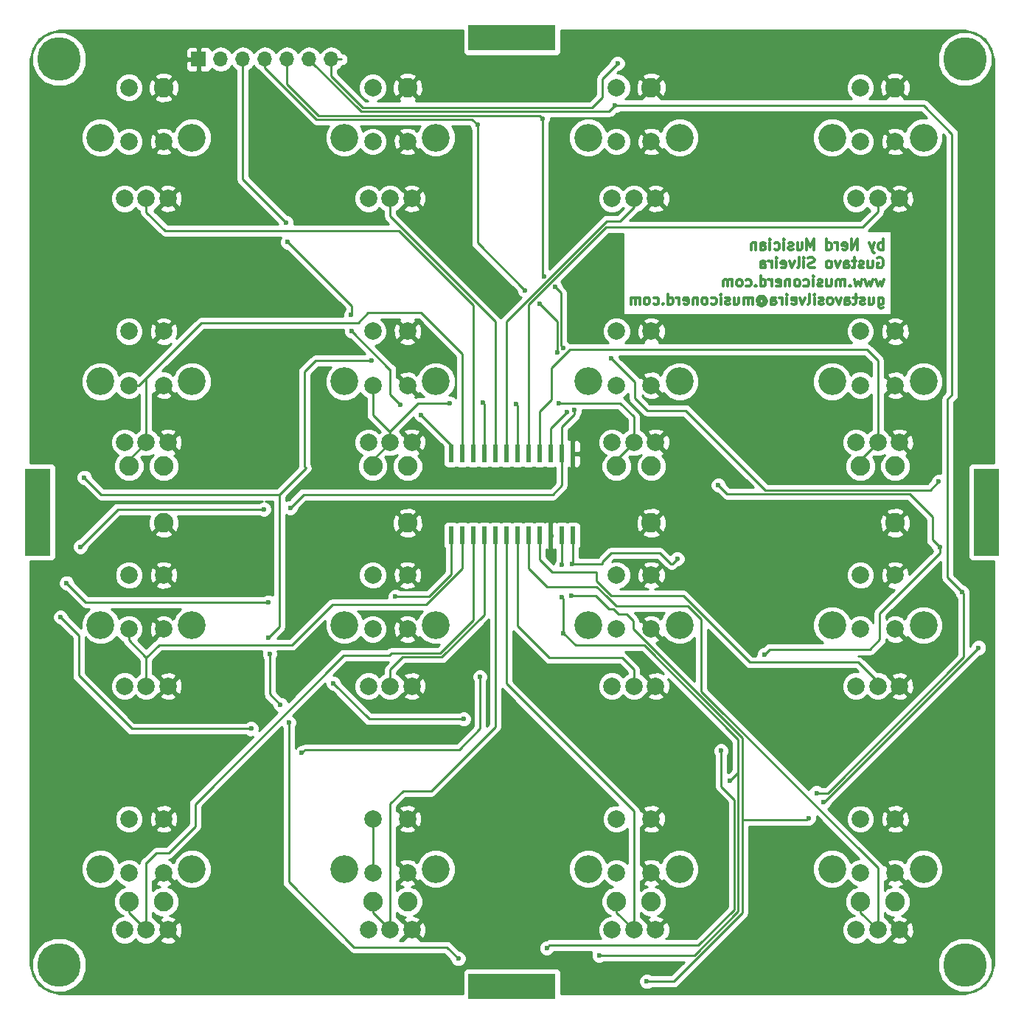
<source format=gbr>
G04 #@! TF.FileFunction,Copper,L2,Bot,Signal*
%FSLAX46Y46*%
G04 Gerber Fmt 4.6, Leading zero omitted, Abs format (unit mm)*
G04 Created by KiCad (PCBNEW 4.0.6) date Tuesday, July 03, 2018 'PMt' 09:33:00 PM*
%MOMM*%
%LPD*%
G01*
G04 APERTURE LIST*
%ADD10C,0.100000*%
%ADD11C,0.300000*%
%ADD12C,1.998980*%
%ADD13C,3.200000*%
%ADD14C,2.247900*%
%ADD15C,5.000000*%
%ADD16R,1.700000X1.700000*%
%ADD17O,1.700000X1.700000*%
%ADD18R,3.000000X10.000000*%
%ADD19R,10.000000X3.000000*%
%ADD20R,0.600000X2.000000*%
%ADD21C,0.600000*%
%ADD22C,0.250000*%
%ADD23C,0.254000*%
G04 APERTURE END LIST*
D10*
D11*
X185604286Y-72872857D02*
X185604286Y-71672857D01*
X185604286Y-72130000D02*
X185490000Y-72072857D01*
X185261429Y-72072857D01*
X185147143Y-72130000D01*
X185090000Y-72187143D01*
X185032857Y-72301429D01*
X185032857Y-72644286D01*
X185090000Y-72758571D01*
X185147143Y-72815714D01*
X185261429Y-72872857D01*
X185490000Y-72872857D01*
X185604286Y-72815714D01*
X184632857Y-72072857D02*
X184347143Y-72872857D01*
X184061429Y-72072857D02*
X184347143Y-72872857D01*
X184461429Y-73158571D01*
X184518572Y-73215714D01*
X184632857Y-73272857D01*
X182690000Y-72872857D02*
X182690000Y-71672857D01*
X182004285Y-72872857D01*
X182004285Y-71672857D01*
X180975714Y-72815714D02*
X181090000Y-72872857D01*
X181318571Y-72872857D01*
X181432857Y-72815714D01*
X181490000Y-72701429D01*
X181490000Y-72244286D01*
X181432857Y-72130000D01*
X181318571Y-72072857D01*
X181090000Y-72072857D01*
X180975714Y-72130000D01*
X180918571Y-72244286D01*
X180918571Y-72358571D01*
X181490000Y-72472857D01*
X180404286Y-72872857D02*
X180404286Y-72072857D01*
X180404286Y-72301429D02*
X180347143Y-72187143D01*
X180290000Y-72130000D01*
X180175714Y-72072857D01*
X180061429Y-72072857D01*
X179147143Y-72872857D02*
X179147143Y-71672857D01*
X179147143Y-72815714D02*
X179261429Y-72872857D01*
X179490000Y-72872857D01*
X179604286Y-72815714D01*
X179661429Y-72758571D01*
X179718572Y-72644286D01*
X179718572Y-72301429D01*
X179661429Y-72187143D01*
X179604286Y-72130000D01*
X179490000Y-72072857D01*
X179261429Y-72072857D01*
X179147143Y-72130000D01*
X177661429Y-72872857D02*
X177661429Y-71672857D01*
X177261429Y-72530000D01*
X176861429Y-71672857D01*
X176861429Y-72872857D01*
X175775714Y-72072857D02*
X175775714Y-72872857D01*
X176290000Y-72072857D02*
X176290000Y-72701429D01*
X176232857Y-72815714D01*
X176118571Y-72872857D01*
X175947143Y-72872857D01*
X175832857Y-72815714D01*
X175775714Y-72758571D01*
X175261429Y-72815714D02*
X175147143Y-72872857D01*
X174918571Y-72872857D01*
X174804286Y-72815714D01*
X174747143Y-72701429D01*
X174747143Y-72644286D01*
X174804286Y-72530000D01*
X174918571Y-72472857D01*
X175090000Y-72472857D01*
X175204286Y-72415714D01*
X175261429Y-72301429D01*
X175261429Y-72244286D01*
X175204286Y-72130000D01*
X175090000Y-72072857D01*
X174918571Y-72072857D01*
X174804286Y-72130000D01*
X174232857Y-72872857D02*
X174232857Y-72072857D01*
X174232857Y-71672857D02*
X174290000Y-71730000D01*
X174232857Y-71787143D01*
X174175714Y-71730000D01*
X174232857Y-71672857D01*
X174232857Y-71787143D01*
X173147142Y-72815714D02*
X173261428Y-72872857D01*
X173489999Y-72872857D01*
X173604285Y-72815714D01*
X173661428Y-72758571D01*
X173718571Y-72644286D01*
X173718571Y-72301429D01*
X173661428Y-72187143D01*
X173604285Y-72130000D01*
X173489999Y-72072857D01*
X173261428Y-72072857D01*
X173147142Y-72130000D01*
X172632857Y-72872857D02*
X172632857Y-72072857D01*
X172632857Y-71672857D02*
X172690000Y-71730000D01*
X172632857Y-71787143D01*
X172575714Y-71730000D01*
X172632857Y-71672857D01*
X172632857Y-71787143D01*
X171547142Y-72872857D02*
X171547142Y-72244286D01*
X171604285Y-72130000D01*
X171718571Y-72072857D01*
X171947142Y-72072857D01*
X172061428Y-72130000D01*
X171547142Y-72815714D02*
X171661428Y-72872857D01*
X171947142Y-72872857D01*
X172061428Y-72815714D01*
X172118571Y-72701429D01*
X172118571Y-72587143D01*
X172061428Y-72472857D01*
X171947142Y-72415714D01*
X171661428Y-72415714D01*
X171547142Y-72358571D01*
X170975714Y-72072857D02*
X170975714Y-72872857D01*
X170975714Y-72187143D02*
X170918571Y-72130000D01*
X170804285Y-72072857D01*
X170632857Y-72072857D01*
X170518571Y-72130000D01*
X170461428Y-72244286D01*
X170461428Y-72872857D01*
X184975714Y-73830000D02*
X185090000Y-73772857D01*
X185261429Y-73772857D01*
X185432857Y-73830000D01*
X185547143Y-73944286D01*
X185604286Y-74058571D01*
X185661429Y-74287143D01*
X185661429Y-74458571D01*
X185604286Y-74687143D01*
X185547143Y-74801429D01*
X185432857Y-74915714D01*
X185261429Y-74972857D01*
X185147143Y-74972857D01*
X184975714Y-74915714D01*
X184918571Y-74858571D01*
X184918571Y-74458571D01*
X185147143Y-74458571D01*
X183890000Y-74172857D02*
X183890000Y-74972857D01*
X184404286Y-74172857D02*
X184404286Y-74801429D01*
X184347143Y-74915714D01*
X184232857Y-74972857D01*
X184061429Y-74972857D01*
X183947143Y-74915714D01*
X183890000Y-74858571D01*
X183375715Y-74915714D02*
X183261429Y-74972857D01*
X183032857Y-74972857D01*
X182918572Y-74915714D01*
X182861429Y-74801429D01*
X182861429Y-74744286D01*
X182918572Y-74630000D01*
X183032857Y-74572857D01*
X183204286Y-74572857D01*
X183318572Y-74515714D01*
X183375715Y-74401429D01*
X183375715Y-74344286D01*
X183318572Y-74230000D01*
X183204286Y-74172857D01*
X183032857Y-74172857D01*
X182918572Y-74230000D01*
X182518571Y-74172857D02*
X182061428Y-74172857D01*
X182347143Y-73772857D02*
X182347143Y-74801429D01*
X182290000Y-74915714D01*
X182175714Y-74972857D01*
X182061428Y-74972857D01*
X181147143Y-74972857D02*
X181147143Y-74344286D01*
X181204286Y-74230000D01*
X181318572Y-74172857D01*
X181547143Y-74172857D01*
X181661429Y-74230000D01*
X181147143Y-74915714D02*
X181261429Y-74972857D01*
X181547143Y-74972857D01*
X181661429Y-74915714D01*
X181718572Y-74801429D01*
X181718572Y-74687143D01*
X181661429Y-74572857D01*
X181547143Y-74515714D01*
X181261429Y-74515714D01*
X181147143Y-74458571D01*
X180690000Y-74172857D02*
X180404286Y-74972857D01*
X180118572Y-74172857D01*
X179490000Y-74972857D02*
X179604286Y-74915714D01*
X179661429Y-74858571D01*
X179718572Y-74744286D01*
X179718572Y-74401429D01*
X179661429Y-74287143D01*
X179604286Y-74230000D01*
X179490000Y-74172857D01*
X179318572Y-74172857D01*
X179204286Y-74230000D01*
X179147143Y-74287143D01*
X179090000Y-74401429D01*
X179090000Y-74744286D01*
X179147143Y-74858571D01*
X179204286Y-74915714D01*
X179318572Y-74972857D01*
X179490000Y-74972857D01*
X177718572Y-74915714D02*
X177547143Y-74972857D01*
X177261429Y-74972857D01*
X177147143Y-74915714D01*
X177090000Y-74858571D01*
X177032857Y-74744286D01*
X177032857Y-74630000D01*
X177090000Y-74515714D01*
X177147143Y-74458571D01*
X177261429Y-74401429D01*
X177490000Y-74344286D01*
X177604286Y-74287143D01*
X177661429Y-74230000D01*
X177718572Y-74115714D01*
X177718572Y-74001429D01*
X177661429Y-73887143D01*
X177604286Y-73830000D01*
X177490000Y-73772857D01*
X177204286Y-73772857D01*
X177032857Y-73830000D01*
X176518572Y-74972857D02*
X176518572Y-74172857D01*
X176518572Y-73772857D02*
X176575715Y-73830000D01*
X176518572Y-73887143D01*
X176461429Y-73830000D01*
X176518572Y-73772857D01*
X176518572Y-73887143D01*
X175775714Y-74972857D02*
X175890000Y-74915714D01*
X175947143Y-74801429D01*
X175947143Y-73772857D01*
X175432857Y-74172857D02*
X175147143Y-74972857D01*
X174861429Y-74172857D01*
X173947143Y-74915714D02*
X174061429Y-74972857D01*
X174290000Y-74972857D01*
X174404286Y-74915714D01*
X174461429Y-74801429D01*
X174461429Y-74344286D01*
X174404286Y-74230000D01*
X174290000Y-74172857D01*
X174061429Y-74172857D01*
X173947143Y-74230000D01*
X173890000Y-74344286D01*
X173890000Y-74458571D01*
X174461429Y-74572857D01*
X173375715Y-74972857D02*
X173375715Y-74172857D01*
X173375715Y-73772857D02*
X173432858Y-73830000D01*
X173375715Y-73887143D01*
X173318572Y-73830000D01*
X173375715Y-73772857D01*
X173375715Y-73887143D01*
X172804286Y-74972857D02*
X172804286Y-74172857D01*
X172804286Y-74401429D02*
X172747143Y-74287143D01*
X172690000Y-74230000D01*
X172575714Y-74172857D01*
X172461429Y-74172857D01*
X171547143Y-74972857D02*
X171547143Y-74344286D01*
X171604286Y-74230000D01*
X171718572Y-74172857D01*
X171947143Y-74172857D01*
X172061429Y-74230000D01*
X171547143Y-74915714D02*
X171661429Y-74972857D01*
X171947143Y-74972857D01*
X172061429Y-74915714D01*
X172118572Y-74801429D01*
X172118572Y-74687143D01*
X172061429Y-74572857D01*
X171947143Y-74515714D01*
X171661429Y-74515714D01*
X171547143Y-74458571D01*
X185718571Y-76272857D02*
X185490000Y-77072857D01*
X185261429Y-76501429D01*
X185032857Y-77072857D01*
X184804286Y-76272857D01*
X184461428Y-76272857D02*
X184232857Y-77072857D01*
X184004286Y-76501429D01*
X183775714Y-77072857D01*
X183547143Y-76272857D01*
X183204285Y-76272857D02*
X182975714Y-77072857D01*
X182747143Y-76501429D01*
X182518571Y-77072857D01*
X182290000Y-76272857D01*
X181832857Y-76958571D02*
X181775714Y-77015714D01*
X181832857Y-77072857D01*
X181890000Y-77015714D01*
X181832857Y-76958571D01*
X181832857Y-77072857D01*
X181261428Y-77072857D02*
X181261428Y-76272857D01*
X181261428Y-76387143D02*
X181204285Y-76330000D01*
X181089999Y-76272857D01*
X180918571Y-76272857D01*
X180804285Y-76330000D01*
X180747142Y-76444286D01*
X180747142Y-77072857D01*
X180747142Y-76444286D02*
X180689999Y-76330000D01*
X180575713Y-76272857D01*
X180404285Y-76272857D01*
X180289999Y-76330000D01*
X180232856Y-76444286D01*
X180232856Y-77072857D01*
X179147142Y-76272857D02*
X179147142Y-77072857D01*
X179661428Y-76272857D02*
X179661428Y-76901429D01*
X179604285Y-77015714D01*
X179489999Y-77072857D01*
X179318571Y-77072857D01*
X179204285Y-77015714D01*
X179147142Y-76958571D01*
X178632857Y-77015714D02*
X178518571Y-77072857D01*
X178289999Y-77072857D01*
X178175714Y-77015714D01*
X178118571Y-76901429D01*
X178118571Y-76844286D01*
X178175714Y-76730000D01*
X178289999Y-76672857D01*
X178461428Y-76672857D01*
X178575714Y-76615714D01*
X178632857Y-76501429D01*
X178632857Y-76444286D01*
X178575714Y-76330000D01*
X178461428Y-76272857D01*
X178289999Y-76272857D01*
X178175714Y-76330000D01*
X177604285Y-77072857D02*
X177604285Y-76272857D01*
X177604285Y-75872857D02*
X177661428Y-75930000D01*
X177604285Y-75987143D01*
X177547142Y-75930000D01*
X177604285Y-75872857D01*
X177604285Y-75987143D01*
X176518570Y-77015714D02*
X176632856Y-77072857D01*
X176861427Y-77072857D01*
X176975713Y-77015714D01*
X177032856Y-76958571D01*
X177089999Y-76844286D01*
X177089999Y-76501429D01*
X177032856Y-76387143D01*
X176975713Y-76330000D01*
X176861427Y-76272857D01*
X176632856Y-76272857D01*
X176518570Y-76330000D01*
X175832856Y-77072857D02*
X175947142Y-77015714D01*
X176004285Y-76958571D01*
X176061428Y-76844286D01*
X176061428Y-76501429D01*
X176004285Y-76387143D01*
X175947142Y-76330000D01*
X175832856Y-76272857D01*
X175661428Y-76272857D01*
X175547142Y-76330000D01*
X175489999Y-76387143D01*
X175432856Y-76501429D01*
X175432856Y-76844286D01*
X175489999Y-76958571D01*
X175547142Y-77015714D01*
X175661428Y-77072857D01*
X175832856Y-77072857D01*
X174918571Y-76272857D02*
X174918571Y-77072857D01*
X174918571Y-76387143D02*
X174861428Y-76330000D01*
X174747142Y-76272857D01*
X174575714Y-76272857D01*
X174461428Y-76330000D01*
X174404285Y-76444286D01*
X174404285Y-77072857D01*
X173375714Y-77015714D02*
X173490000Y-77072857D01*
X173718571Y-77072857D01*
X173832857Y-77015714D01*
X173890000Y-76901429D01*
X173890000Y-76444286D01*
X173832857Y-76330000D01*
X173718571Y-76272857D01*
X173490000Y-76272857D01*
X173375714Y-76330000D01*
X173318571Y-76444286D01*
X173318571Y-76558571D01*
X173890000Y-76672857D01*
X172804286Y-77072857D02*
X172804286Y-76272857D01*
X172804286Y-76501429D02*
X172747143Y-76387143D01*
X172690000Y-76330000D01*
X172575714Y-76272857D01*
X172461429Y-76272857D01*
X171547143Y-77072857D02*
X171547143Y-75872857D01*
X171547143Y-77015714D02*
X171661429Y-77072857D01*
X171890000Y-77072857D01*
X172004286Y-77015714D01*
X172061429Y-76958571D01*
X172118572Y-76844286D01*
X172118572Y-76501429D01*
X172061429Y-76387143D01*
X172004286Y-76330000D01*
X171890000Y-76272857D01*
X171661429Y-76272857D01*
X171547143Y-76330000D01*
X170975715Y-76958571D02*
X170918572Y-77015714D01*
X170975715Y-77072857D01*
X171032858Y-77015714D01*
X170975715Y-76958571D01*
X170975715Y-77072857D01*
X169890000Y-77015714D02*
X170004286Y-77072857D01*
X170232857Y-77072857D01*
X170347143Y-77015714D01*
X170404286Y-76958571D01*
X170461429Y-76844286D01*
X170461429Y-76501429D01*
X170404286Y-76387143D01*
X170347143Y-76330000D01*
X170232857Y-76272857D01*
X170004286Y-76272857D01*
X169890000Y-76330000D01*
X169204286Y-77072857D02*
X169318572Y-77015714D01*
X169375715Y-76958571D01*
X169432858Y-76844286D01*
X169432858Y-76501429D01*
X169375715Y-76387143D01*
X169318572Y-76330000D01*
X169204286Y-76272857D01*
X169032858Y-76272857D01*
X168918572Y-76330000D01*
X168861429Y-76387143D01*
X168804286Y-76501429D01*
X168804286Y-76844286D01*
X168861429Y-76958571D01*
X168918572Y-77015714D01*
X169032858Y-77072857D01*
X169204286Y-77072857D01*
X168290001Y-77072857D02*
X168290001Y-76272857D01*
X168290001Y-76387143D02*
X168232858Y-76330000D01*
X168118572Y-76272857D01*
X167947144Y-76272857D01*
X167832858Y-76330000D01*
X167775715Y-76444286D01*
X167775715Y-77072857D01*
X167775715Y-76444286D02*
X167718572Y-76330000D01*
X167604286Y-76272857D01*
X167432858Y-76272857D01*
X167318572Y-76330000D01*
X167261429Y-76444286D01*
X167261429Y-77072857D01*
X185090000Y-78372857D02*
X185090000Y-79344286D01*
X185147143Y-79458571D01*
X185204286Y-79515714D01*
X185318571Y-79572857D01*
X185490000Y-79572857D01*
X185604286Y-79515714D01*
X185090000Y-79115714D02*
X185204286Y-79172857D01*
X185432857Y-79172857D01*
X185547143Y-79115714D01*
X185604286Y-79058571D01*
X185661429Y-78944286D01*
X185661429Y-78601429D01*
X185604286Y-78487143D01*
X185547143Y-78430000D01*
X185432857Y-78372857D01*
X185204286Y-78372857D01*
X185090000Y-78430000D01*
X184004286Y-78372857D02*
X184004286Y-79172857D01*
X184518572Y-78372857D02*
X184518572Y-79001429D01*
X184461429Y-79115714D01*
X184347143Y-79172857D01*
X184175715Y-79172857D01*
X184061429Y-79115714D01*
X184004286Y-79058571D01*
X183490001Y-79115714D02*
X183375715Y-79172857D01*
X183147143Y-79172857D01*
X183032858Y-79115714D01*
X182975715Y-79001429D01*
X182975715Y-78944286D01*
X183032858Y-78830000D01*
X183147143Y-78772857D01*
X183318572Y-78772857D01*
X183432858Y-78715714D01*
X183490001Y-78601429D01*
X183490001Y-78544286D01*
X183432858Y-78430000D01*
X183318572Y-78372857D01*
X183147143Y-78372857D01*
X183032858Y-78430000D01*
X182632857Y-78372857D02*
X182175714Y-78372857D01*
X182461429Y-77972857D02*
X182461429Y-79001429D01*
X182404286Y-79115714D01*
X182290000Y-79172857D01*
X182175714Y-79172857D01*
X181261429Y-79172857D02*
X181261429Y-78544286D01*
X181318572Y-78430000D01*
X181432858Y-78372857D01*
X181661429Y-78372857D01*
X181775715Y-78430000D01*
X181261429Y-79115714D02*
X181375715Y-79172857D01*
X181661429Y-79172857D01*
X181775715Y-79115714D01*
X181832858Y-79001429D01*
X181832858Y-78887143D01*
X181775715Y-78772857D01*
X181661429Y-78715714D01*
X181375715Y-78715714D01*
X181261429Y-78658571D01*
X180804286Y-78372857D02*
X180518572Y-79172857D01*
X180232858Y-78372857D01*
X179604286Y-79172857D02*
X179718572Y-79115714D01*
X179775715Y-79058571D01*
X179832858Y-78944286D01*
X179832858Y-78601429D01*
X179775715Y-78487143D01*
X179718572Y-78430000D01*
X179604286Y-78372857D01*
X179432858Y-78372857D01*
X179318572Y-78430000D01*
X179261429Y-78487143D01*
X179204286Y-78601429D01*
X179204286Y-78944286D01*
X179261429Y-79058571D01*
X179318572Y-79115714D01*
X179432858Y-79172857D01*
X179604286Y-79172857D01*
X178747144Y-79115714D02*
X178632858Y-79172857D01*
X178404286Y-79172857D01*
X178290001Y-79115714D01*
X178232858Y-79001429D01*
X178232858Y-78944286D01*
X178290001Y-78830000D01*
X178404286Y-78772857D01*
X178575715Y-78772857D01*
X178690001Y-78715714D01*
X178747144Y-78601429D01*
X178747144Y-78544286D01*
X178690001Y-78430000D01*
X178575715Y-78372857D01*
X178404286Y-78372857D01*
X178290001Y-78430000D01*
X177718572Y-79172857D02*
X177718572Y-78372857D01*
X177718572Y-77972857D02*
X177775715Y-78030000D01*
X177718572Y-78087143D01*
X177661429Y-78030000D01*
X177718572Y-77972857D01*
X177718572Y-78087143D01*
X176975714Y-79172857D02*
X177090000Y-79115714D01*
X177147143Y-79001429D01*
X177147143Y-77972857D01*
X176632857Y-78372857D02*
X176347143Y-79172857D01*
X176061429Y-78372857D01*
X175147143Y-79115714D02*
X175261429Y-79172857D01*
X175490000Y-79172857D01*
X175604286Y-79115714D01*
X175661429Y-79001429D01*
X175661429Y-78544286D01*
X175604286Y-78430000D01*
X175490000Y-78372857D01*
X175261429Y-78372857D01*
X175147143Y-78430000D01*
X175090000Y-78544286D01*
X175090000Y-78658571D01*
X175661429Y-78772857D01*
X174575715Y-79172857D02*
X174575715Y-78372857D01*
X174575715Y-77972857D02*
X174632858Y-78030000D01*
X174575715Y-78087143D01*
X174518572Y-78030000D01*
X174575715Y-77972857D01*
X174575715Y-78087143D01*
X174004286Y-79172857D02*
X174004286Y-78372857D01*
X174004286Y-78601429D02*
X173947143Y-78487143D01*
X173890000Y-78430000D01*
X173775714Y-78372857D01*
X173661429Y-78372857D01*
X172747143Y-79172857D02*
X172747143Y-78544286D01*
X172804286Y-78430000D01*
X172918572Y-78372857D01*
X173147143Y-78372857D01*
X173261429Y-78430000D01*
X172747143Y-79115714D02*
X172861429Y-79172857D01*
X173147143Y-79172857D01*
X173261429Y-79115714D01*
X173318572Y-79001429D01*
X173318572Y-78887143D01*
X173261429Y-78772857D01*
X173147143Y-78715714D01*
X172861429Y-78715714D01*
X172747143Y-78658571D01*
X171432858Y-78601429D02*
X171490000Y-78544286D01*
X171604286Y-78487143D01*
X171718572Y-78487143D01*
X171832858Y-78544286D01*
X171890000Y-78601429D01*
X171947143Y-78715714D01*
X171947143Y-78830000D01*
X171890000Y-78944286D01*
X171832858Y-79001429D01*
X171718572Y-79058571D01*
X171604286Y-79058571D01*
X171490000Y-79001429D01*
X171432858Y-78944286D01*
X171432858Y-78487143D02*
X171432858Y-78944286D01*
X171375715Y-79001429D01*
X171318572Y-79001429D01*
X171204286Y-78944286D01*
X171147143Y-78830000D01*
X171147143Y-78544286D01*
X171261429Y-78372857D01*
X171432858Y-78258571D01*
X171661429Y-78201429D01*
X171890000Y-78258571D01*
X172061429Y-78372857D01*
X172175715Y-78544286D01*
X172232858Y-78772857D01*
X172175715Y-79001429D01*
X172061429Y-79172857D01*
X171890000Y-79287143D01*
X171661429Y-79344286D01*
X171432858Y-79287143D01*
X171261429Y-79172857D01*
X170632858Y-79172857D02*
X170632858Y-78372857D01*
X170632858Y-78487143D02*
X170575715Y-78430000D01*
X170461429Y-78372857D01*
X170290001Y-78372857D01*
X170175715Y-78430000D01*
X170118572Y-78544286D01*
X170118572Y-79172857D01*
X170118572Y-78544286D02*
X170061429Y-78430000D01*
X169947143Y-78372857D01*
X169775715Y-78372857D01*
X169661429Y-78430000D01*
X169604286Y-78544286D01*
X169604286Y-79172857D01*
X168518572Y-78372857D02*
X168518572Y-79172857D01*
X169032858Y-78372857D02*
X169032858Y-79001429D01*
X168975715Y-79115714D01*
X168861429Y-79172857D01*
X168690001Y-79172857D01*
X168575715Y-79115714D01*
X168518572Y-79058571D01*
X168004287Y-79115714D02*
X167890001Y-79172857D01*
X167661429Y-79172857D01*
X167547144Y-79115714D01*
X167490001Y-79001429D01*
X167490001Y-78944286D01*
X167547144Y-78830000D01*
X167661429Y-78772857D01*
X167832858Y-78772857D01*
X167947144Y-78715714D01*
X168004287Y-78601429D01*
X168004287Y-78544286D01*
X167947144Y-78430000D01*
X167832858Y-78372857D01*
X167661429Y-78372857D01*
X167547144Y-78430000D01*
X166975715Y-79172857D02*
X166975715Y-78372857D01*
X166975715Y-77972857D02*
X167032858Y-78030000D01*
X166975715Y-78087143D01*
X166918572Y-78030000D01*
X166975715Y-77972857D01*
X166975715Y-78087143D01*
X165890000Y-79115714D02*
X166004286Y-79172857D01*
X166232857Y-79172857D01*
X166347143Y-79115714D01*
X166404286Y-79058571D01*
X166461429Y-78944286D01*
X166461429Y-78601429D01*
X166404286Y-78487143D01*
X166347143Y-78430000D01*
X166232857Y-78372857D01*
X166004286Y-78372857D01*
X165890000Y-78430000D01*
X165204286Y-79172857D02*
X165318572Y-79115714D01*
X165375715Y-79058571D01*
X165432858Y-78944286D01*
X165432858Y-78601429D01*
X165375715Y-78487143D01*
X165318572Y-78430000D01*
X165204286Y-78372857D01*
X165032858Y-78372857D01*
X164918572Y-78430000D01*
X164861429Y-78487143D01*
X164804286Y-78601429D01*
X164804286Y-78944286D01*
X164861429Y-79058571D01*
X164918572Y-79115714D01*
X165032858Y-79172857D01*
X165204286Y-79172857D01*
X164290001Y-78372857D02*
X164290001Y-79172857D01*
X164290001Y-78487143D02*
X164232858Y-78430000D01*
X164118572Y-78372857D01*
X163947144Y-78372857D01*
X163832858Y-78430000D01*
X163775715Y-78544286D01*
X163775715Y-79172857D01*
X162747144Y-79115714D02*
X162861430Y-79172857D01*
X163090001Y-79172857D01*
X163204287Y-79115714D01*
X163261430Y-79001429D01*
X163261430Y-78544286D01*
X163204287Y-78430000D01*
X163090001Y-78372857D01*
X162861430Y-78372857D01*
X162747144Y-78430000D01*
X162690001Y-78544286D01*
X162690001Y-78658571D01*
X163261430Y-78772857D01*
X162175716Y-79172857D02*
X162175716Y-78372857D01*
X162175716Y-78601429D02*
X162118573Y-78487143D01*
X162061430Y-78430000D01*
X161947144Y-78372857D01*
X161832859Y-78372857D01*
X160918573Y-79172857D02*
X160918573Y-77972857D01*
X160918573Y-79115714D02*
X161032859Y-79172857D01*
X161261430Y-79172857D01*
X161375716Y-79115714D01*
X161432859Y-79058571D01*
X161490002Y-78944286D01*
X161490002Y-78601429D01*
X161432859Y-78487143D01*
X161375716Y-78430000D01*
X161261430Y-78372857D01*
X161032859Y-78372857D01*
X160918573Y-78430000D01*
X160347145Y-79058571D02*
X160290002Y-79115714D01*
X160347145Y-79172857D01*
X160404288Y-79115714D01*
X160347145Y-79058571D01*
X160347145Y-79172857D01*
X159261430Y-79115714D02*
X159375716Y-79172857D01*
X159604287Y-79172857D01*
X159718573Y-79115714D01*
X159775716Y-79058571D01*
X159832859Y-78944286D01*
X159832859Y-78601429D01*
X159775716Y-78487143D01*
X159718573Y-78430000D01*
X159604287Y-78372857D01*
X159375716Y-78372857D01*
X159261430Y-78430000D01*
X158575716Y-79172857D02*
X158690002Y-79115714D01*
X158747145Y-79058571D01*
X158804288Y-78944286D01*
X158804288Y-78601429D01*
X158747145Y-78487143D01*
X158690002Y-78430000D01*
X158575716Y-78372857D01*
X158404288Y-78372857D01*
X158290002Y-78430000D01*
X158232859Y-78487143D01*
X158175716Y-78601429D01*
X158175716Y-78944286D01*
X158232859Y-79058571D01*
X158290002Y-79115714D01*
X158404288Y-79172857D01*
X158575716Y-79172857D01*
X157661431Y-79172857D02*
X157661431Y-78372857D01*
X157661431Y-78487143D02*
X157604288Y-78430000D01*
X157490002Y-78372857D01*
X157318574Y-78372857D01*
X157204288Y-78430000D01*
X157147145Y-78544286D01*
X157147145Y-79172857D01*
X157147145Y-78544286D02*
X157090002Y-78430000D01*
X156975716Y-78372857D01*
X156804288Y-78372857D01*
X156690002Y-78430000D01*
X156632859Y-78544286D01*
X156632859Y-79172857D01*
D12*
X183000000Y-88450000D03*
X183000000Y-82250000D03*
X187000000Y-88450000D03*
X187000000Y-82250000D03*
X183000000Y-60450000D03*
X183000000Y-54250000D03*
X187000000Y-60450000D03*
X155000000Y-60450000D03*
X155000000Y-54250000D03*
X159000000Y-60450000D03*
X127000000Y-60450000D03*
X127000000Y-54250000D03*
X131000000Y-60450000D03*
X99000000Y-60450000D03*
X99000000Y-54250000D03*
X103000000Y-60450000D03*
D13*
X106250000Y-144000000D03*
D12*
X101000000Y-151000000D03*
X103500000Y-151000000D03*
X98500000Y-151000000D03*
D13*
X95750000Y-144000000D03*
X106250000Y-88000000D03*
D12*
X101000000Y-95000000D03*
X103500000Y-95000000D03*
X98500000Y-95000000D03*
D13*
X95750000Y-88000000D03*
D14*
X102998980Y-54252520D03*
X102998980Y-97747480D03*
X99001020Y-97747480D03*
D15*
X195000000Y-155000000D03*
X91000000Y-155000000D03*
X91000000Y-51000000D03*
X195000000Y-51000000D03*
D16*
X107000000Y-51000000D03*
D17*
X109540000Y-51000000D03*
X112080000Y-51000000D03*
X114620000Y-51000000D03*
X117160000Y-51000000D03*
X119700000Y-51000000D03*
X122240000Y-51000000D03*
D18*
X88500000Y-103000000D03*
D19*
X143000000Y-157500000D03*
D18*
X197500000Y-103000000D03*
D19*
X143000000Y-48500000D03*
D14*
X102998980Y-104252520D03*
X102998980Y-147747480D03*
X99001020Y-147747480D03*
X130998980Y-104252520D03*
X130998980Y-147747480D03*
X127001020Y-147747480D03*
X158998980Y-104252520D03*
X158998980Y-147747480D03*
X155001020Y-147747480D03*
X186998980Y-104252520D03*
X186998980Y-147747480D03*
X183001020Y-147747480D03*
X186998980Y-54252520D03*
X186998980Y-97747480D03*
X183001020Y-97747480D03*
X158998980Y-54252520D03*
X158998980Y-97747480D03*
X155001020Y-97747480D03*
X130998980Y-54252520D03*
X130998980Y-97747480D03*
X127001020Y-97747480D03*
D20*
X136015000Y-96300000D03*
X137285000Y-96300000D03*
X138555000Y-96300000D03*
X139825000Y-96300000D03*
X141095000Y-96300000D03*
X142365000Y-96300000D03*
X143635000Y-96300000D03*
X144905000Y-96300000D03*
X146175000Y-96300000D03*
X147445000Y-96300000D03*
X148715000Y-96300000D03*
X149985000Y-96300000D03*
X149985000Y-105700000D03*
X148715000Y-105700000D03*
X147445000Y-105700000D03*
X146175000Y-105700000D03*
X144905000Y-105700000D03*
X143635000Y-105700000D03*
X142365000Y-105700000D03*
X141095000Y-105700000D03*
X139825000Y-105700000D03*
X138555000Y-105700000D03*
X137285000Y-105700000D03*
X136015000Y-105700000D03*
D13*
X106250000Y-60000000D03*
D12*
X101000000Y-67000000D03*
X103500000Y-67000000D03*
X98500000Y-67000000D03*
D13*
X95750000Y-60000000D03*
X134250000Y-60000000D03*
D12*
X129000000Y-67000000D03*
X131500000Y-67000000D03*
X126500000Y-67000000D03*
D13*
X123750000Y-60000000D03*
X162250000Y-60000000D03*
D12*
X157000000Y-67000000D03*
X159500000Y-67000000D03*
X154500000Y-67000000D03*
D13*
X151750000Y-60000000D03*
X190250000Y-60000000D03*
D12*
X185000000Y-67000000D03*
X187500000Y-67000000D03*
X182500000Y-67000000D03*
D13*
X179750000Y-60000000D03*
X134250000Y-88000000D03*
D12*
X129000000Y-95000000D03*
X131500000Y-95000000D03*
X126500000Y-95000000D03*
D13*
X123750000Y-88000000D03*
X162250000Y-88000000D03*
D12*
X157000000Y-95000000D03*
X159500000Y-95000000D03*
X154500000Y-95000000D03*
D13*
X151750000Y-88000000D03*
X190250000Y-88000000D03*
D12*
X185000000Y-95000000D03*
X187500000Y-95000000D03*
X182500000Y-95000000D03*
D13*
X179750000Y-88000000D03*
X106250000Y-116000000D03*
D12*
X101000000Y-123000000D03*
X103500000Y-123000000D03*
X98500000Y-123000000D03*
D13*
X95750000Y-116000000D03*
X134250000Y-116000000D03*
D12*
X129000000Y-123000000D03*
X131500000Y-123000000D03*
X126500000Y-123000000D03*
D13*
X123750000Y-116000000D03*
X162250000Y-116000000D03*
D12*
X157000000Y-123000000D03*
X159500000Y-123000000D03*
X154500000Y-123000000D03*
D13*
X151750000Y-116000000D03*
X190250000Y-116000000D03*
D12*
X185000000Y-123000000D03*
X187500000Y-123000000D03*
X182500000Y-123000000D03*
D13*
X179750000Y-116000000D03*
X134250000Y-144000000D03*
D12*
X129000000Y-151000000D03*
X131500000Y-151000000D03*
X126500000Y-151000000D03*
D13*
X123750000Y-144000000D03*
X162250000Y-144000000D03*
D12*
X157000000Y-151000000D03*
X159500000Y-151000000D03*
X154500000Y-151000000D03*
D13*
X151750000Y-144000000D03*
X190250000Y-144000000D03*
D12*
X185000000Y-151000000D03*
X187500000Y-151000000D03*
X182500000Y-151000000D03*
D13*
X179750000Y-144000000D03*
D12*
X99000000Y-88450000D03*
X99000000Y-82250000D03*
X103000000Y-88450000D03*
X103000000Y-82250000D03*
X127000000Y-88450000D03*
X127000000Y-82250000D03*
X131000000Y-88450000D03*
X131000000Y-82250000D03*
X155000000Y-88450000D03*
X155000000Y-82250000D03*
X159000000Y-88450000D03*
X159000000Y-82250000D03*
X99000000Y-116450000D03*
X99000000Y-110250000D03*
X103000000Y-116450000D03*
X103000000Y-110250000D03*
X127000000Y-116450000D03*
X127000000Y-110250000D03*
X131000000Y-116450000D03*
X131000000Y-110250000D03*
X155000000Y-116450000D03*
X155000000Y-110250000D03*
X159000000Y-116450000D03*
X159000000Y-110250000D03*
X183000000Y-116450000D03*
X183000000Y-110250000D03*
X187000000Y-116450000D03*
X187000000Y-110250000D03*
X99000000Y-144450000D03*
X99000000Y-138250000D03*
X103000000Y-144450000D03*
X103000000Y-138250000D03*
X127000000Y-144450000D03*
X127000000Y-138250000D03*
X131000000Y-144450000D03*
X131000000Y-138250000D03*
X155000000Y-144450000D03*
X155000000Y-138250000D03*
X159000000Y-144450000D03*
X159000000Y-138250000D03*
X183000000Y-144450000D03*
X183000000Y-138250000D03*
X187000000Y-144450000D03*
X187000000Y-138250000D03*
D21*
X124550000Y-82220000D03*
X124510000Y-80390000D03*
X130200000Y-90690000D03*
X132550000Y-91870000D03*
X117260000Y-72010000D03*
X117080000Y-69790000D03*
X126860000Y-85610000D03*
X192020000Y-99480000D03*
X136820000Y-154280000D03*
X117350000Y-127180000D03*
X116400000Y-125120000D03*
X115170000Y-119300000D03*
X115060000Y-117400000D03*
X93880000Y-99030000D03*
X149280000Y-91520000D03*
X139030000Y-58520000D03*
X148170000Y-84660000D03*
X146150000Y-79120000D03*
X144460000Y-77520000D03*
X154420000Y-85380000D03*
X166690000Y-99900000D03*
X117530000Y-102500000D03*
X114500000Y-102680000D03*
X93420000Y-106980000D03*
X146990000Y-153070000D03*
X167010000Y-130430000D03*
X171960000Y-119380000D03*
X192110000Y-107040000D03*
X146660000Y-75910000D03*
X147940000Y-77170000D03*
X146490000Y-57800000D03*
X148880000Y-84170000D03*
X150170000Y-91300000D03*
X176970000Y-99290000D03*
X131090000Y-51300000D03*
X194570000Y-90920000D03*
X91250000Y-91060000D03*
X131030000Y-154840000D03*
X155110000Y-51470000D03*
X177080000Y-138140000D03*
X178760000Y-136350000D03*
X149810000Y-112620000D03*
X161980000Y-108370000D03*
X91140000Y-115060000D03*
X113030000Y-127890000D03*
X118870000Y-130680000D03*
X139320000Y-121920000D03*
X196590000Y-118580000D03*
X158480000Y-156910000D03*
X149920000Y-108970000D03*
X137440000Y-126770000D03*
X122500000Y-122680000D03*
X115040000Y-113350000D03*
X91850000Y-111150000D03*
X154840000Y-56330000D03*
X148920000Y-116930000D03*
X168020000Y-133850000D03*
X177970000Y-135260000D03*
X194690000Y-112210000D03*
X148710000Y-109070000D03*
X148700000Y-112820000D03*
X153000000Y-153890000D03*
X129620000Y-112700000D03*
X139670000Y-90410000D03*
X135870000Y-90550000D03*
X143440000Y-90580000D03*
X148360000Y-90530000D03*
D22*
X129010000Y-86610000D02*
X129010000Y-89500000D01*
X124550000Y-82220000D02*
X129010000Y-86680000D01*
X124560000Y-79310000D02*
X124560000Y-80340000D01*
X129010000Y-89500000D02*
X130200000Y-90690000D01*
X124560000Y-80340000D02*
X124510000Y-80390000D01*
X112080000Y-51000000D02*
X112080000Y-64790000D01*
X132550000Y-91870000D02*
X136015000Y-95335000D01*
X117260000Y-72010000D02*
X124560000Y-79310000D01*
X112080000Y-64790000D02*
X117080000Y-69790000D01*
X136015000Y-95335000D02*
X136015000Y-96300000D01*
X126860000Y-85610000D02*
X120430000Y-85610000D01*
X119140000Y-97750000D02*
X119330000Y-97940000D01*
X119140000Y-86900000D02*
X119140000Y-97750000D01*
X120430000Y-85610000D02*
X119140000Y-86900000D01*
X157120000Y-88080000D02*
X157120000Y-89950000D01*
X162946398Y-91340000D02*
X163470000Y-91863602D01*
X158510000Y-91340000D02*
X162946398Y-91340000D01*
X157120000Y-89950000D02*
X158510000Y-91340000D01*
X172076396Y-100469998D02*
X163470000Y-91863602D01*
X191030002Y-100469998D02*
X172076396Y-100469998D01*
X192020000Y-99480000D02*
X191030002Y-100469998D01*
X136820000Y-154280000D02*
X135510000Y-152970000D01*
X135510000Y-152970000D02*
X124830000Y-152970000D01*
X124830000Y-152970000D02*
X117350000Y-145490000D01*
X117350000Y-145490000D02*
X117350000Y-127180000D01*
X116400000Y-125120000D02*
X115170000Y-123890000D01*
X115170000Y-123890000D02*
X115170000Y-119300000D01*
X115060000Y-117400000D02*
X116280000Y-116180000D01*
X116280000Y-116180000D02*
X116280000Y-100990000D01*
X116280000Y-100990000D02*
X119330000Y-97940000D01*
X95840000Y-100990000D02*
X116280000Y-100990000D01*
X93880000Y-99030000D02*
X95840000Y-100990000D01*
X147445000Y-93355000D02*
X147445000Y-96300000D01*
X149280000Y-91520000D02*
X147445000Y-93355000D01*
X114620000Y-51000000D02*
X114620000Y-51956398D01*
X138410006Y-57900006D02*
X139030000Y-58520000D01*
X120563608Y-57900006D02*
X138410006Y-57900006D01*
X114620000Y-51956398D02*
X120563608Y-57900006D01*
X139030000Y-58520000D02*
X139030000Y-72090000D01*
X148170000Y-81140000D02*
X148170000Y-84660000D01*
X146150000Y-79120000D02*
X148170000Y-81140000D01*
X139030000Y-72090000D02*
X144460000Y-77520000D01*
X157120000Y-88080000D02*
X154420000Y-85380000D01*
X181050000Y-118750000D02*
X184120000Y-118750000D01*
X185240000Y-117630000D02*
X185240000Y-114610000D01*
X184120000Y-118750000D02*
X185240000Y-117630000D01*
X188650000Y-100920000D02*
X171890000Y-100920000D01*
X191280000Y-103550000D02*
X188650000Y-100920000D01*
X191280000Y-106210000D02*
X191280000Y-103550000D01*
X191280000Y-106210000D02*
X192110000Y-107040000D01*
X167710000Y-100920000D02*
X171890000Y-100920000D01*
X166690000Y-99900000D02*
X167710000Y-100920000D01*
X148715000Y-99935000D02*
X148715000Y-96300000D01*
X147660000Y-100990000D02*
X148715000Y-99935000D01*
X119040000Y-100990000D02*
X147660000Y-100990000D01*
X117530000Y-102500000D02*
X119040000Y-100990000D01*
X97720000Y-102680000D02*
X114500000Y-102680000D01*
X93420000Y-106980000D02*
X97720000Y-102680000D01*
X146990000Y-153070000D02*
X147290000Y-152770000D01*
X147290000Y-152770000D02*
X164417204Y-152770000D01*
X164417204Y-152770000D02*
X168529996Y-148657208D01*
X168529996Y-148657208D02*
X168529996Y-136019996D01*
X168529996Y-136019996D02*
X167010000Y-134500000D01*
X167010000Y-134500000D02*
X167010000Y-130430000D01*
X171960000Y-119380000D02*
X172590000Y-118750000D01*
X172590000Y-118750000D02*
X181050000Y-118750000D01*
X185240000Y-114610000D02*
X192110000Y-107740000D01*
X192110000Y-107740000D02*
X192110000Y-107040000D01*
X148715000Y-96300000D02*
X148715000Y-93255000D01*
X146490000Y-75740000D02*
X146490000Y-57800000D01*
X146660000Y-75910000D02*
X146490000Y-75740000D01*
X148620002Y-77850002D02*
X147940000Y-77170000D01*
X148620002Y-83910002D02*
X148620002Y-77850002D01*
X148715000Y-93255000D02*
X150170000Y-91800000D01*
X117160000Y-51000000D02*
X117160000Y-53860000D01*
X146140004Y-57450004D02*
X146490000Y-57800000D01*
X120750004Y-57450004D02*
X146140004Y-57450004D01*
X117160000Y-53860000D02*
X120750004Y-57450004D01*
X150170000Y-91800000D02*
X150170000Y-91300000D01*
X148880000Y-84170000D02*
X148620002Y-83910002D01*
X156930000Y-115490000D02*
X156930000Y-116436398D01*
X156178199Y-114738199D02*
X156930000Y-115490000D01*
X155231801Y-114738199D02*
X156178199Y-114738199D01*
X156930000Y-116436398D02*
X169430000Y-128936398D01*
X153360000Y-108970000D02*
X153360000Y-108720000D01*
X159980000Y-107710000D02*
X161240000Y-108970000D01*
X154370000Y-107710000D02*
X159980000Y-107710000D01*
X153360000Y-108720000D02*
X154370000Y-107710000D01*
X153360000Y-55370000D02*
X152180000Y-56550000D01*
X153360000Y-53220000D02*
X153360000Y-55370000D01*
X155110000Y-51470000D02*
X153360000Y-53220000D01*
X129030000Y-56550000D02*
X125866398Y-56550000D01*
X122240000Y-52923602D02*
X122240000Y-51000000D01*
X125866398Y-56550000D02*
X122240000Y-52923602D01*
X154643602Y-114150000D02*
X154120000Y-114150000D01*
X152590000Y-112620000D02*
X149810000Y-112620000D01*
X154120000Y-114150000D02*
X152590000Y-112620000D01*
X176860000Y-138360000D02*
X169430000Y-138360000D01*
X177080000Y-138140000D02*
X176860000Y-138360000D01*
X178820000Y-136350000D02*
X178760000Y-136350000D01*
X169430000Y-128936398D02*
X169430000Y-138360000D01*
X154643602Y-114150000D02*
X155231801Y-114738199D01*
X169430000Y-138360000D02*
X169430000Y-149030000D01*
X161980000Y-108370000D02*
X161380000Y-108970000D01*
X161380000Y-108970000D02*
X161240000Y-108970000D01*
X153360000Y-108970000D02*
X149920000Y-108970000D01*
X91140000Y-115060000D02*
X93220000Y-117140000D01*
X93220000Y-117140000D02*
X93220000Y-121790000D01*
X93220000Y-121790000D02*
X99320000Y-127890000D01*
X99320000Y-127890000D02*
X113030000Y-127890000D01*
X118870000Y-130680000D02*
X119250000Y-130300000D01*
X119250000Y-130300000D02*
X136910000Y-130300000D01*
X136910000Y-130300000D02*
X139320000Y-127890000D01*
X139320000Y-127890000D02*
X139320000Y-121920000D01*
X196590000Y-118580000D02*
X178820000Y-136350000D01*
X149985000Y-105700000D02*
X149985000Y-108905000D01*
X149985000Y-108905000D02*
X149920000Y-108970000D01*
X161550000Y-156910000D02*
X158480000Y-156910000D01*
X169430000Y-149030000D02*
X161550000Y-156910000D01*
X122240000Y-51000000D02*
X123420000Y-51000000D01*
X128970000Y-56550000D02*
X129030000Y-56550000D01*
X129030000Y-56550000D02*
X152180000Y-56550000D01*
X168979998Y-129122794D02*
X168979998Y-132930000D01*
X158157204Y-118300000D02*
X168979998Y-129122794D01*
X154840000Y-56330000D02*
X190300000Y-56330000D01*
X193540000Y-89520000D02*
X193000000Y-90060000D01*
X193540000Y-59570000D02*
X193540000Y-89520000D01*
X190300000Y-56330000D02*
X193540000Y-59570000D01*
X126590000Y-126770000D02*
X137440000Y-126770000D01*
X122500000Y-122680000D02*
X126590000Y-126770000D01*
X94050000Y-113350000D02*
X115040000Y-113350000D01*
X91850000Y-111150000D02*
X94050000Y-113350000D01*
X125680002Y-57000002D02*
X154169998Y-57000002D01*
X154169998Y-57000002D02*
X154840000Y-56330000D01*
X193000000Y-110520000D02*
X194690000Y-112210000D01*
X193000000Y-90060000D02*
X193000000Y-110520000D01*
X148920000Y-116930000D02*
X148920000Y-116900000D01*
X168020000Y-133850000D02*
X168940000Y-132930000D01*
X168940000Y-132930000D02*
X168979998Y-132930000D01*
X194690000Y-112210000D02*
X194876801Y-112396801D01*
X194876801Y-112396801D02*
X194876801Y-119656801D01*
X194876801Y-119656801D02*
X179273602Y-135260000D01*
X179273602Y-135260000D02*
X177970000Y-135260000D01*
X148715000Y-105700000D02*
X148715000Y-109065000D01*
X148715000Y-109065000D02*
X148710000Y-109070000D01*
X148700000Y-112820000D02*
X148920000Y-113040000D01*
X148920000Y-113040000D02*
X148920000Y-116900000D01*
X148920000Y-116900000D02*
X150320000Y-118300000D01*
X150320000Y-118300000D02*
X158157204Y-118300000D01*
X168979998Y-134030002D02*
X168979998Y-148843604D01*
X168979998Y-132930000D02*
X168979998Y-134030002D01*
X168979998Y-148843604D02*
X163933602Y-153890000D01*
X163933602Y-153890000D02*
X153000000Y-153890000D01*
X119700000Y-51000000D02*
X119700000Y-51020000D01*
X119700000Y-51020000D02*
X125680002Y-57000002D01*
X136015000Y-107395000D02*
X136015000Y-110118602D01*
X133433602Y-112700000D02*
X129620000Y-112700000D01*
X136015000Y-110118602D02*
X133433602Y-112700000D01*
X136015000Y-107395000D02*
X136015000Y-105700000D01*
X103158199Y-70708199D02*
X130031801Y-70708199D01*
X101000000Y-68550000D02*
X103158199Y-70708199D01*
X101000000Y-67000000D02*
X101000000Y-68550000D01*
X130031801Y-70708199D02*
X138555000Y-79231398D01*
X138555000Y-79231398D02*
X138555000Y-96300000D01*
X99000000Y-88450000D02*
X100150000Y-88450000D01*
X100150000Y-88450000D02*
X101000000Y-87600000D01*
X125140000Y-81280000D02*
X125340000Y-81280000D01*
X132580000Y-80130000D02*
X133730000Y-81280000D01*
X126490000Y-80130000D02*
X132580000Y-80130000D01*
X125340000Y-81280000D02*
X126490000Y-80130000D01*
X99001020Y-97747480D02*
X99001020Y-96998980D01*
X101000000Y-95000000D02*
X101000000Y-87600000D01*
X101000000Y-87600000D02*
X107320000Y-81280000D01*
X99001020Y-96998980D02*
X101000000Y-95000000D01*
X137285000Y-84835000D02*
X137285000Y-96300000D01*
X133730000Y-81280000D02*
X137285000Y-84835000D01*
X107320000Y-81280000D02*
X125140000Y-81280000D01*
X122350000Y-113620000D02*
X133150000Y-113620000D01*
X137285000Y-109485000D02*
X137285000Y-108335000D01*
X133150000Y-113620000D02*
X137285000Y-109485000D01*
X117730000Y-118240000D02*
X122350000Y-113620000D01*
X99000000Y-116450000D02*
X99000000Y-117730000D01*
X99000000Y-117730000D02*
X101000000Y-119730000D01*
X101000000Y-123000000D02*
X101000000Y-119730000D01*
X101000000Y-119730000D02*
X102490000Y-118240000D01*
X137285000Y-108335000D02*
X137285000Y-105700000D01*
X102490000Y-118240000D02*
X117730000Y-118240000D01*
X101000000Y-143260000D02*
X101070000Y-143260000D01*
X101070000Y-143260000D02*
X102180000Y-142150000D01*
X102180000Y-142150000D02*
X103560000Y-142150000D01*
X106600000Y-139110000D02*
X106600000Y-136540000D01*
X103560000Y-142150000D02*
X106600000Y-139110000D01*
X123695000Y-119445000D02*
X128885000Y-119445000D01*
X138555000Y-115418602D02*
X138555000Y-109475000D01*
X134763604Y-119209998D02*
X138555000Y-115418602D01*
X129120002Y-119209998D02*
X134763604Y-119209998D01*
X128885000Y-119445000D02*
X129120002Y-119209998D01*
X99001020Y-149001020D02*
X101000000Y-151000000D01*
X101000000Y-151000000D02*
X101000000Y-143260000D01*
X106600000Y-136540000D02*
X123695000Y-119445000D01*
X99001020Y-147747480D02*
X99001020Y-149001020D01*
X138555000Y-109475000D02*
X138555000Y-105700000D01*
X129000000Y-67000000D02*
X129000000Y-69040000D01*
X129000000Y-69040000D02*
X141095000Y-81135000D01*
X141095000Y-81135000D02*
X141095000Y-96300000D01*
X127000000Y-88450000D02*
X127000000Y-91850000D01*
X127000000Y-91850000D02*
X129000000Y-93850000D01*
X127001020Y-97747480D02*
X127001020Y-96998980D01*
X129000000Y-95000000D02*
X129000000Y-93850000D01*
X129000000Y-93850000D02*
X129000000Y-93740000D01*
X129000000Y-93740000D02*
X132190000Y-90550000D01*
X127001020Y-96998980D02*
X129000000Y-95000000D01*
X139825000Y-90565000D02*
X139825000Y-96300000D01*
X139670000Y-90410000D02*
X139825000Y-90565000D01*
X132190000Y-90550000D02*
X135870000Y-90550000D01*
X129000000Y-123000000D02*
X129000000Y-121070000D01*
X129000000Y-121070000D02*
X130410000Y-119660000D01*
X139825000Y-114785000D02*
X139825000Y-105700000D01*
X134950000Y-119660000D02*
X139825000Y-114785000D01*
X130410000Y-119660000D02*
X134950000Y-119660000D01*
X127000000Y-144450000D02*
X127000000Y-138250000D01*
X129000000Y-140040000D02*
X129000000Y-136490000D01*
X130480000Y-135010000D02*
X133740000Y-135010000D01*
X129000000Y-136490000D02*
X130480000Y-135010000D01*
X127001020Y-149001020D02*
X129000000Y-151000000D01*
X129000000Y-151000000D02*
X129000000Y-140040000D01*
X133740000Y-135010000D02*
X141095000Y-127655000D01*
X127001020Y-147747480D02*
X127001020Y-149001020D01*
X141095000Y-127655000D02*
X141095000Y-105700000D01*
X153890000Y-69570000D02*
X155410000Y-69570000D01*
X142365000Y-81095000D02*
X153890000Y-69570000D01*
X157000000Y-67980000D02*
X157000000Y-67000000D01*
X155410000Y-69570000D02*
X157000000Y-67980000D01*
X142365000Y-96300000D02*
X142365000Y-81095000D01*
X155001020Y-97747480D02*
X155001020Y-96998980D01*
X157000000Y-95000000D02*
X157000000Y-92060000D01*
X157000000Y-92060000D02*
X155420000Y-90480000D01*
X155420000Y-90480000D02*
X155410000Y-90470000D01*
X155001020Y-96998980D02*
X157000000Y-95000000D01*
X143440000Y-90580000D02*
X143635000Y-90775000D01*
X143635000Y-96300000D02*
X143635000Y-90775000D01*
X148410000Y-90480000D02*
X155420000Y-90480000D01*
X148360000Y-90530000D02*
X148410000Y-90480000D01*
X157000000Y-123000000D02*
X157000000Y-121090000D01*
X157000000Y-121090000D02*
X155660000Y-119750000D01*
X143635000Y-116075000D02*
X143635000Y-105700000D01*
X147310000Y-119750000D02*
X143635000Y-116075000D01*
X155660000Y-119750000D02*
X147310000Y-119750000D01*
X155001020Y-149001020D02*
X157000000Y-151000000D01*
X157000000Y-151000000D02*
X157000000Y-137350000D01*
X157000000Y-137350000D02*
X142365000Y-122715000D01*
X155001020Y-147747480D02*
X155001020Y-149001020D01*
X142365000Y-122715000D02*
X142365000Y-105700000D01*
X185000000Y-68540000D02*
X183231801Y-70308199D01*
X153788199Y-70308199D02*
X144905000Y-79191398D01*
X183231801Y-70308199D02*
X153788199Y-70308199D01*
X185000000Y-67000000D02*
X185000000Y-68540000D01*
X144905000Y-79191398D02*
X144905000Y-96300000D01*
X183001020Y-97747480D02*
X183001020Y-96998980D01*
X185000000Y-95000000D02*
X185000000Y-85560000D01*
X185000000Y-85560000D02*
X183770000Y-84330000D01*
X183001020Y-96998980D02*
X185000000Y-95000000D01*
X147500000Y-89350000D02*
X147500000Y-90110000D01*
X146175000Y-91435000D02*
X146175000Y-96300000D01*
X147500000Y-90110000D02*
X146175000Y-91435000D01*
X147500000Y-86480000D02*
X147500000Y-89350000D01*
X147500000Y-89350000D02*
X147500000Y-89380000D01*
X149650000Y-84330000D02*
X147500000Y-86480000D01*
X183770000Y-84330000D02*
X149650000Y-84330000D01*
X152670000Y-109860000D02*
X152670000Y-110903602D01*
X154386398Y-112620000D02*
X162660000Y-112620000D01*
X152670000Y-110903602D02*
X154386398Y-112620000D01*
X170310000Y-120270000D02*
X162660000Y-112620000D01*
X182750000Y-120270000D02*
X170310000Y-120270000D01*
X152670000Y-109860000D02*
X147580000Y-109860000D01*
X147580000Y-109860000D02*
X146175000Y-108455000D01*
X185000000Y-122520000D02*
X182750000Y-120270000D01*
X185000000Y-123000000D02*
X185000000Y-122520000D01*
X146175000Y-108455000D02*
X146175000Y-105700000D01*
X153840000Y-112710000D02*
X154961801Y-113831801D01*
X164740000Y-115336398D02*
X164740000Y-123610000D01*
X163235403Y-113831801D02*
X164740000Y-115336398D01*
X154961801Y-113831801D02*
X163235403Y-113831801D01*
X183001020Y-149001020D02*
X185000000Y-151000000D01*
X185000000Y-151000000D02*
X185000000Y-143870000D01*
X185000000Y-143870000D02*
X164740000Y-123610000D01*
X153840000Y-112710000D02*
X152720000Y-111590000D01*
X183001020Y-147747480D02*
X183001020Y-149001020D01*
X144905000Y-109445000D02*
X144905000Y-105700000D01*
X147050000Y-111590000D02*
X144905000Y-109445000D01*
X152720000Y-111590000D02*
X147050000Y-111590000D01*
D23*
G36*
X137352560Y-50000000D02*
X137396838Y-50235317D01*
X137535910Y-50451441D01*
X137748110Y-50596431D01*
X138000000Y-50647440D01*
X148000000Y-50647440D01*
X148235317Y-50603162D01*
X148451441Y-50464090D01*
X148596431Y-50251890D01*
X148647440Y-50000000D01*
X148647440Y-47710000D01*
X194930069Y-47710000D01*
X196253707Y-47973288D01*
X197316546Y-48683454D01*
X198026712Y-49746295D01*
X198290000Y-51069931D01*
X198290000Y-97352560D01*
X196000000Y-97352560D01*
X195764683Y-97396838D01*
X195548559Y-97535910D01*
X195403569Y-97748110D01*
X195352560Y-98000000D01*
X195352560Y-108000000D01*
X195396838Y-108235317D01*
X195535910Y-108451441D01*
X195748110Y-108596431D01*
X196000000Y-108647440D01*
X198290000Y-108647440D01*
X198290000Y-154930069D01*
X198026712Y-156253705D01*
X197316546Y-157316546D01*
X196253707Y-158026712D01*
X194930069Y-158290000D01*
X148647440Y-158290000D01*
X148647440Y-156000000D01*
X148603162Y-155764683D01*
X148464090Y-155548559D01*
X148251890Y-155403569D01*
X148000000Y-155352560D01*
X138000000Y-155352560D01*
X137764683Y-155396838D01*
X137548559Y-155535910D01*
X137403569Y-155748110D01*
X137352560Y-156000000D01*
X137352560Y-158290000D01*
X91069931Y-158290000D01*
X89746295Y-158026712D01*
X88683454Y-157316546D01*
X87973288Y-156253707D01*
X87847406Y-155620854D01*
X87864457Y-155620854D01*
X88340727Y-156773515D01*
X89221847Y-157656174D01*
X90373674Y-158134454D01*
X91620854Y-158135543D01*
X92773515Y-157659273D01*
X93656174Y-156778153D01*
X94134454Y-155626326D01*
X94135543Y-154379146D01*
X93659273Y-153226485D01*
X92778153Y-152343826D01*
X91626326Y-151865546D01*
X90379146Y-151864457D01*
X89226485Y-152340727D01*
X88343826Y-153221847D01*
X87865546Y-154373674D01*
X87864457Y-155620854D01*
X87847406Y-155620854D01*
X87710000Y-154930069D01*
X87710000Y-138573694D01*
X97365226Y-138573694D01*
X97613538Y-139174655D01*
X98072927Y-139634846D01*
X98673453Y-139884206D01*
X99323694Y-139884774D01*
X99924655Y-139636462D01*
X100159363Y-139402163D01*
X102027443Y-139402163D01*
X102126042Y-139668965D01*
X102735582Y-139895401D01*
X103385377Y-139871341D01*
X103873958Y-139668965D01*
X103972557Y-139402163D01*
X103000000Y-138429605D01*
X102027443Y-139402163D01*
X100159363Y-139402163D01*
X100384846Y-139177073D01*
X100634206Y-138576547D01*
X100634722Y-137985582D01*
X101354599Y-137985582D01*
X101378659Y-138635377D01*
X101581035Y-139123958D01*
X101847837Y-139222557D01*
X102820395Y-138250000D01*
X103179605Y-138250000D01*
X104152163Y-139222557D01*
X104418965Y-139123958D01*
X104645401Y-138514418D01*
X104621341Y-137864623D01*
X104418965Y-137376042D01*
X104152163Y-137277443D01*
X103179605Y-138250000D01*
X102820395Y-138250000D01*
X101847837Y-137277443D01*
X101581035Y-137376042D01*
X101354599Y-137985582D01*
X100634722Y-137985582D01*
X100634774Y-137926306D01*
X100386462Y-137325345D01*
X100159351Y-137097837D01*
X102027443Y-137097837D01*
X103000000Y-138070395D01*
X103972557Y-137097837D01*
X103873958Y-136831035D01*
X103264418Y-136604599D01*
X102614623Y-136628659D01*
X102126042Y-136831035D01*
X102027443Y-137097837D01*
X100159351Y-137097837D01*
X99927073Y-136865154D01*
X99326547Y-136615794D01*
X98676306Y-136615226D01*
X98075345Y-136863538D01*
X97615154Y-137322927D01*
X97365794Y-137923453D01*
X97365226Y-138573694D01*
X87710000Y-138573694D01*
X87710000Y-115245167D01*
X90204838Y-115245167D01*
X90346883Y-115588943D01*
X90609673Y-115852192D01*
X90953201Y-115994838D01*
X91000077Y-115994879D01*
X92460000Y-117454802D01*
X92460000Y-121790000D01*
X92517852Y-122080839D01*
X92682599Y-122327401D01*
X98782599Y-128427401D01*
X99029161Y-128592148D01*
X99320000Y-128650000D01*
X112467537Y-128650000D01*
X112499673Y-128682192D01*
X112843201Y-128824838D01*
X113215167Y-128825162D01*
X113257547Y-128807651D01*
X106062599Y-136002599D01*
X105897852Y-136249161D01*
X105840000Y-136540000D01*
X105840000Y-138795198D01*
X103245198Y-141390000D01*
X102180000Y-141390000D01*
X101889161Y-141447852D01*
X101642599Y-141612599D01*
X100673555Y-142581643D01*
X100462599Y-142722599D01*
X100297852Y-142969161D01*
X100240000Y-143260000D01*
X100240000Y-143378627D01*
X99927073Y-143065154D01*
X99326547Y-142815794D01*
X98676306Y-142815226D01*
X98075345Y-143063538D01*
X97867192Y-143271328D01*
X97645845Y-142735628D01*
X97017679Y-142106364D01*
X96196519Y-141765389D01*
X95307381Y-141764613D01*
X94485628Y-142104155D01*
X93856364Y-142732321D01*
X93515389Y-143553481D01*
X93514613Y-144442619D01*
X93854155Y-145264372D01*
X94482321Y-145893636D01*
X95303481Y-146234611D01*
X96192619Y-146235387D01*
X97014372Y-145895845D01*
X97591033Y-145320190D01*
X97613538Y-145374655D01*
X98072927Y-145834846D01*
X98547232Y-146031794D01*
X98005956Y-146255445D01*
X97510724Y-146749814D01*
X97242376Y-147396068D01*
X97241765Y-148095822D01*
X97508985Y-148742544D01*
X98003354Y-149237776D01*
X98310570Y-149365343D01*
X98176306Y-149365226D01*
X97575345Y-149613538D01*
X97115154Y-150072927D01*
X96865794Y-150673453D01*
X96865226Y-151323694D01*
X97113538Y-151924655D01*
X97572927Y-152384846D01*
X98173453Y-152634206D01*
X98823694Y-152634774D01*
X99424655Y-152386462D01*
X99750164Y-152061520D01*
X100072927Y-152384846D01*
X100673453Y-152634206D01*
X101323694Y-152634774D01*
X101924655Y-152386462D01*
X102159363Y-152152163D01*
X102527443Y-152152163D01*
X102626042Y-152418965D01*
X103235582Y-152645401D01*
X103885377Y-152621341D01*
X104373958Y-152418965D01*
X104472557Y-152152163D01*
X103500000Y-151179605D01*
X102527443Y-152152163D01*
X102159363Y-152152163D01*
X102341594Y-151970250D01*
X102347837Y-151972557D01*
X103320395Y-151000000D01*
X103679605Y-151000000D01*
X104652163Y-151972557D01*
X104918965Y-151873958D01*
X105145401Y-151264418D01*
X105121341Y-150614623D01*
X104918965Y-150126042D01*
X104652163Y-150027443D01*
X103679605Y-151000000D01*
X103320395Y-151000000D01*
X102347837Y-150027443D01*
X102341121Y-150029925D01*
X101927073Y-149615154D01*
X101760000Y-149545779D01*
X101760000Y-148996041D01*
X102001314Y-149237776D01*
X102647568Y-149506124D01*
X102806559Y-149506263D01*
X102626042Y-149581035D01*
X102527443Y-149847837D01*
X103500000Y-150820395D01*
X104472557Y-149847837D01*
X104373958Y-149581035D01*
X103764418Y-149354599D01*
X103710706Y-149356588D01*
X103994044Y-149239515D01*
X104489276Y-148745146D01*
X104757624Y-148098892D01*
X104758235Y-147399138D01*
X104491015Y-146752416D01*
X103996646Y-146257184D01*
X103467333Y-146037394D01*
X103873958Y-145868965D01*
X103972557Y-145602163D01*
X103000000Y-144629605D01*
X102027443Y-145602163D01*
X102126042Y-145868965D01*
X102554267Y-146028045D01*
X102003916Y-146255445D01*
X101760000Y-146498936D01*
X101760000Y-145390096D01*
X101847837Y-145422557D01*
X102820395Y-144450000D01*
X102806252Y-144435858D01*
X102985858Y-144256252D01*
X103000000Y-144270395D01*
X103014142Y-144256252D01*
X103193748Y-144435858D01*
X103179605Y-144450000D01*
X104152163Y-145422557D01*
X104415073Y-145325396D01*
X104982321Y-145893636D01*
X105803481Y-146234611D01*
X106692619Y-146235387D01*
X107514372Y-145895845D01*
X108143636Y-145267679D01*
X108484611Y-144446519D01*
X108485387Y-143557381D01*
X108145845Y-142735628D01*
X107517679Y-142106364D01*
X106696519Y-141765389D01*
X105807381Y-141764613D01*
X104985628Y-142104155D01*
X104356364Y-142732321D01*
X104144890Y-143241606D01*
X104086838Y-143183554D01*
X103972556Y-143297836D01*
X103873958Y-143031035D01*
X103548146Y-142910000D01*
X103560000Y-142910000D01*
X103850839Y-142852148D01*
X104097401Y-142687401D01*
X107137401Y-139647401D01*
X107302148Y-139400840D01*
X107360000Y-139110000D01*
X107360000Y-136854802D01*
X116541965Y-127672837D01*
X116556883Y-127708943D01*
X116590000Y-127742118D01*
X116590000Y-145490000D01*
X116647852Y-145780839D01*
X116812599Y-146027401D01*
X124292599Y-153507401D01*
X124539160Y-153672148D01*
X124587414Y-153681746D01*
X124830000Y-153730000D01*
X135195198Y-153730000D01*
X135884878Y-154419680D01*
X135884838Y-154465167D01*
X136026883Y-154808943D01*
X136289673Y-155072192D01*
X136633201Y-155214838D01*
X137005167Y-155215162D01*
X137348943Y-155073117D01*
X137612192Y-154810327D01*
X137754838Y-154466799D01*
X137755162Y-154094833D01*
X137613117Y-153751057D01*
X137350327Y-153487808D01*
X137006799Y-153345162D01*
X136959923Y-153345121D01*
X136047401Y-152432599D01*
X135800839Y-152267852D01*
X135510000Y-152210000D01*
X132451183Y-152210000D01*
X132472557Y-152152163D01*
X131500000Y-151179605D01*
X130527443Y-152152163D01*
X130548817Y-152210000D01*
X130101425Y-152210000D01*
X130341594Y-151970250D01*
X130347837Y-151972557D01*
X131320395Y-151000000D01*
X131679605Y-151000000D01*
X132652163Y-151972557D01*
X132918965Y-151873958D01*
X133145401Y-151264418D01*
X133121341Y-150614623D01*
X132918965Y-150126042D01*
X132652163Y-150027443D01*
X131679605Y-151000000D01*
X131320395Y-151000000D01*
X130347837Y-150027443D01*
X130341121Y-150029925D01*
X129927073Y-149615154D01*
X129760000Y-149545779D01*
X129760000Y-148996041D01*
X130001314Y-149237776D01*
X130647568Y-149506124D01*
X130806559Y-149506263D01*
X130626042Y-149581035D01*
X130527443Y-149847837D01*
X131500000Y-150820395D01*
X132472557Y-149847837D01*
X132373958Y-149581035D01*
X131764418Y-149354599D01*
X131710706Y-149356588D01*
X131994044Y-149239515D01*
X132489276Y-148745146D01*
X132757624Y-148098892D01*
X132758235Y-147399138D01*
X132491015Y-146752416D01*
X131996646Y-146257184D01*
X131467333Y-146037394D01*
X131873958Y-145868965D01*
X131972557Y-145602163D01*
X131000000Y-144629605D01*
X130027443Y-145602163D01*
X130126042Y-145868965D01*
X130554267Y-146028045D01*
X130003916Y-146255445D01*
X129760000Y-146498936D01*
X129760000Y-145390096D01*
X129847837Y-145422557D01*
X130820395Y-144450000D01*
X129847837Y-143477443D01*
X129760000Y-143509904D01*
X129760000Y-143297837D01*
X130027443Y-143297837D01*
X131000000Y-144270395D01*
X131014142Y-144256252D01*
X131193748Y-144435858D01*
X131179605Y-144450000D01*
X132152163Y-145422557D01*
X132415073Y-145325396D01*
X132982321Y-145893636D01*
X133803481Y-146234611D01*
X134692619Y-146235387D01*
X135514372Y-145895845D01*
X136143636Y-145267679D01*
X136484611Y-144446519D01*
X136485387Y-143557381D01*
X136145845Y-142735628D01*
X135517679Y-142106364D01*
X134696519Y-141765389D01*
X133807381Y-141764613D01*
X132985628Y-142104155D01*
X132356364Y-142732321D01*
X132144890Y-143241606D01*
X132086838Y-143183554D01*
X131972556Y-143297836D01*
X131873958Y-143031035D01*
X131264418Y-142804599D01*
X130614623Y-142828659D01*
X130126042Y-143031035D01*
X130027443Y-143297837D01*
X129760000Y-143297837D01*
X129760000Y-139402163D01*
X130027443Y-139402163D01*
X130126042Y-139668965D01*
X130735582Y-139895401D01*
X131385377Y-139871341D01*
X131873958Y-139668965D01*
X131972557Y-139402163D01*
X131000000Y-138429605D01*
X130027443Y-139402163D01*
X129760000Y-139402163D01*
X129760000Y-139190096D01*
X129847837Y-139222557D01*
X130820395Y-138250000D01*
X131179605Y-138250000D01*
X132152163Y-139222557D01*
X132418965Y-139123958D01*
X132645401Y-138514418D01*
X132621341Y-137864623D01*
X132418965Y-137376042D01*
X132152163Y-137277443D01*
X131179605Y-138250000D01*
X130820395Y-138250000D01*
X129847837Y-137277443D01*
X129760000Y-137309904D01*
X129760000Y-137097837D01*
X130027443Y-137097837D01*
X131000000Y-138070395D01*
X131972557Y-137097837D01*
X131873958Y-136831035D01*
X131264418Y-136604599D01*
X130614623Y-136628659D01*
X130126042Y-136831035D01*
X130027443Y-137097837D01*
X129760000Y-137097837D01*
X129760000Y-136804802D01*
X130794802Y-135770000D01*
X133740000Y-135770000D01*
X134030839Y-135712148D01*
X134277401Y-135547401D01*
X141632401Y-128192401D01*
X141797148Y-127945839D01*
X141855000Y-127655000D01*
X141855000Y-123279802D01*
X155190873Y-136615675D01*
X154676306Y-136615226D01*
X154075345Y-136863538D01*
X153615154Y-137322927D01*
X153365794Y-137923453D01*
X153365226Y-138573694D01*
X153613538Y-139174655D01*
X154072927Y-139634846D01*
X154673453Y-139884206D01*
X155323694Y-139884774D01*
X155924655Y-139636462D01*
X156240000Y-139321667D01*
X156240000Y-143378627D01*
X155927073Y-143065154D01*
X155326547Y-142815794D01*
X154676306Y-142815226D01*
X154075345Y-143063538D01*
X153867192Y-143271328D01*
X153645845Y-142735628D01*
X153017679Y-142106364D01*
X152196519Y-141765389D01*
X151307381Y-141764613D01*
X150485628Y-142104155D01*
X149856364Y-142732321D01*
X149515389Y-143553481D01*
X149514613Y-144442619D01*
X149854155Y-145264372D01*
X150482321Y-145893636D01*
X151303481Y-146234611D01*
X152192619Y-146235387D01*
X153014372Y-145895845D01*
X153591033Y-145320190D01*
X153613538Y-145374655D01*
X154072927Y-145834846D01*
X154547232Y-146031794D01*
X154005956Y-146255445D01*
X153510724Y-146749814D01*
X153242376Y-147396068D01*
X153241765Y-148095822D01*
X153508985Y-148742544D01*
X154003354Y-149237776D01*
X154310570Y-149365343D01*
X154176306Y-149365226D01*
X153575345Y-149613538D01*
X153115154Y-150072927D01*
X152865794Y-150673453D01*
X152865226Y-151323694D01*
X153113538Y-151924655D01*
X153198734Y-152010000D01*
X147290000Y-152010000D01*
X146999161Y-152067852D01*
X146898787Y-152134920D01*
X146804833Y-152134838D01*
X146461057Y-152276883D01*
X146197808Y-152539673D01*
X146055162Y-152883201D01*
X146054838Y-153255167D01*
X146196883Y-153598943D01*
X146459673Y-153862192D01*
X146803201Y-154004838D01*
X147175167Y-154005162D01*
X147518943Y-153863117D01*
X147782192Y-153600327D01*
X147811394Y-153530000D01*
X152137082Y-153530000D01*
X152065162Y-153703201D01*
X152064838Y-154075167D01*
X152206883Y-154418943D01*
X152469673Y-154682192D01*
X152813201Y-154824838D01*
X153185167Y-154825162D01*
X153528943Y-154683117D01*
X153562118Y-154650000D01*
X162735198Y-154650000D01*
X161235198Y-156150000D01*
X159042463Y-156150000D01*
X159010327Y-156117808D01*
X158666799Y-155975162D01*
X158294833Y-155974838D01*
X157951057Y-156116883D01*
X157687808Y-156379673D01*
X157545162Y-156723201D01*
X157544838Y-157095167D01*
X157686883Y-157438943D01*
X157949673Y-157702192D01*
X158293201Y-157844838D01*
X158665167Y-157845162D01*
X159008943Y-157703117D01*
X159042118Y-157670000D01*
X161550000Y-157670000D01*
X161840839Y-157612148D01*
X162087401Y-157447401D01*
X163913948Y-155620854D01*
X191864457Y-155620854D01*
X192340727Y-156773515D01*
X193221847Y-157656174D01*
X194373674Y-158134454D01*
X195620854Y-158135543D01*
X196773515Y-157659273D01*
X197656174Y-156778153D01*
X198134454Y-155626326D01*
X198135543Y-154379146D01*
X197659273Y-153226485D01*
X196778153Y-152343826D01*
X195626326Y-151865546D01*
X194379146Y-151864457D01*
X193226485Y-152340727D01*
X192343826Y-153221847D01*
X191865546Y-154373674D01*
X191864457Y-155620854D01*
X163913948Y-155620854D01*
X169967401Y-149567401D01*
X170132148Y-149320839D01*
X170190000Y-149030000D01*
X170190000Y-139120000D01*
X176860000Y-139120000D01*
X177086198Y-139075006D01*
X177265167Y-139075162D01*
X177608943Y-138933117D01*
X177872192Y-138670327D01*
X178014838Y-138326799D01*
X178015158Y-137959960D01*
X182870594Y-142815396D01*
X182676306Y-142815226D01*
X182075345Y-143063538D01*
X181867192Y-143271328D01*
X181645845Y-142735628D01*
X181017679Y-142106364D01*
X180196519Y-141765389D01*
X179307381Y-141764613D01*
X178485628Y-142104155D01*
X177856364Y-142732321D01*
X177515389Y-143553481D01*
X177514613Y-144442619D01*
X177854155Y-145264372D01*
X178482321Y-145893636D01*
X179303481Y-146234611D01*
X180192619Y-146235387D01*
X181014372Y-145895845D01*
X181591033Y-145320190D01*
X181613538Y-145374655D01*
X182072927Y-145834846D01*
X182547232Y-146031794D01*
X182005956Y-146255445D01*
X181510724Y-146749814D01*
X181242376Y-147396068D01*
X181241765Y-148095822D01*
X181508985Y-148742544D01*
X182003354Y-149237776D01*
X182310570Y-149365343D01*
X182176306Y-149365226D01*
X181575345Y-149613538D01*
X181115154Y-150072927D01*
X180865794Y-150673453D01*
X180865226Y-151323694D01*
X181113538Y-151924655D01*
X181572927Y-152384846D01*
X182173453Y-152634206D01*
X182823694Y-152634774D01*
X183424655Y-152386462D01*
X183750164Y-152061520D01*
X184072927Y-152384846D01*
X184673453Y-152634206D01*
X185323694Y-152634774D01*
X185924655Y-152386462D01*
X186159363Y-152152163D01*
X186527443Y-152152163D01*
X186626042Y-152418965D01*
X187235582Y-152645401D01*
X187885377Y-152621341D01*
X188373958Y-152418965D01*
X188472557Y-152152163D01*
X187500000Y-151179605D01*
X186527443Y-152152163D01*
X186159363Y-152152163D01*
X186341594Y-151970250D01*
X186347837Y-151972557D01*
X187320395Y-151000000D01*
X187679605Y-151000000D01*
X188652163Y-151972557D01*
X188918965Y-151873958D01*
X189145401Y-151264418D01*
X189121341Y-150614623D01*
X188918965Y-150126042D01*
X188652163Y-150027443D01*
X187679605Y-151000000D01*
X187320395Y-151000000D01*
X186347837Y-150027443D01*
X186341121Y-150029925D01*
X185927073Y-149615154D01*
X185760000Y-149545779D01*
X185760000Y-148996041D01*
X186001314Y-149237776D01*
X186647568Y-149506124D01*
X186806559Y-149506263D01*
X186626042Y-149581035D01*
X186527443Y-149847837D01*
X187500000Y-150820395D01*
X188472557Y-149847837D01*
X188373958Y-149581035D01*
X187764418Y-149354599D01*
X187710706Y-149356588D01*
X187994044Y-149239515D01*
X188489276Y-148745146D01*
X188757624Y-148098892D01*
X188758235Y-147399138D01*
X188491015Y-146752416D01*
X187996646Y-146257184D01*
X187467333Y-146037394D01*
X187873958Y-145868965D01*
X187972557Y-145602163D01*
X187000000Y-144629605D01*
X186027443Y-145602163D01*
X186126042Y-145868965D01*
X186554267Y-146028045D01*
X186003916Y-146255445D01*
X185760000Y-146498936D01*
X185760000Y-145390096D01*
X185847837Y-145422557D01*
X186820395Y-144450000D01*
X185847837Y-143477443D01*
X185676493Y-143540765D01*
X185537401Y-143332599D01*
X185502639Y-143297837D01*
X186027443Y-143297837D01*
X187000000Y-144270395D01*
X187014142Y-144256252D01*
X187193748Y-144435858D01*
X187179605Y-144450000D01*
X188152163Y-145422557D01*
X188415073Y-145325396D01*
X188982321Y-145893636D01*
X189803481Y-146234611D01*
X190692619Y-146235387D01*
X191514372Y-145895845D01*
X192143636Y-145267679D01*
X192484611Y-144446519D01*
X192485387Y-143557381D01*
X192145845Y-142735628D01*
X191517679Y-142106364D01*
X190696519Y-141765389D01*
X189807381Y-141764613D01*
X188985628Y-142104155D01*
X188356364Y-142732321D01*
X188144890Y-143241606D01*
X188086838Y-143183554D01*
X187972556Y-143297836D01*
X187873958Y-143031035D01*
X187264418Y-142804599D01*
X186614623Y-142828659D01*
X186126042Y-143031035D01*
X186027443Y-143297837D01*
X185502639Y-143297837D01*
X180778496Y-138573694D01*
X181365226Y-138573694D01*
X181613538Y-139174655D01*
X182072927Y-139634846D01*
X182673453Y-139884206D01*
X183323694Y-139884774D01*
X183924655Y-139636462D01*
X184159363Y-139402163D01*
X186027443Y-139402163D01*
X186126042Y-139668965D01*
X186735582Y-139895401D01*
X187385377Y-139871341D01*
X187873958Y-139668965D01*
X187972557Y-139402163D01*
X187000000Y-138429605D01*
X186027443Y-139402163D01*
X184159363Y-139402163D01*
X184384846Y-139177073D01*
X184634206Y-138576547D01*
X184634722Y-137985582D01*
X185354599Y-137985582D01*
X185378659Y-138635377D01*
X185581035Y-139123958D01*
X185847837Y-139222557D01*
X186820395Y-138250000D01*
X187179605Y-138250000D01*
X188152163Y-139222557D01*
X188418965Y-139123958D01*
X188645401Y-138514418D01*
X188621341Y-137864623D01*
X188418965Y-137376042D01*
X188152163Y-137277443D01*
X187179605Y-138250000D01*
X186820395Y-138250000D01*
X185847837Y-137277443D01*
X185581035Y-137376042D01*
X185354599Y-137985582D01*
X184634722Y-137985582D01*
X184634774Y-137926306D01*
X184386462Y-137325345D01*
X184159351Y-137097837D01*
X186027443Y-137097837D01*
X187000000Y-138070395D01*
X187972557Y-137097837D01*
X187873958Y-136831035D01*
X187264418Y-136604599D01*
X186614623Y-136628659D01*
X186126042Y-136831035D01*
X186027443Y-137097837D01*
X184159351Y-137097837D01*
X183927073Y-136865154D01*
X183326547Y-136615794D01*
X182676306Y-136615226D01*
X182075345Y-136863538D01*
X181615154Y-137322927D01*
X181365794Y-137923453D01*
X181365226Y-138573694D01*
X180778496Y-138573694D01*
X179318457Y-137113655D01*
X179552192Y-136880327D01*
X179685490Y-136559312D01*
X196729680Y-119515122D01*
X196775167Y-119515162D01*
X197118943Y-119373117D01*
X197382192Y-119110327D01*
X197524838Y-118766799D01*
X197525162Y-118394833D01*
X197383117Y-118051057D01*
X197120327Y-117787808D01*
X196776799Y-117645162D01*
X196404833Y-117644838D01*
X196061057Y-117786883D01*
X195797808Y-118049673D01*
X195655162Y-118393201D01*
X195655121Y-118440077D01*
X195636801Y-118458397D01*
X195636801Y-112396801D01*
X195624890Y-112336922D01*
X195625162Y-112024833D01*
X195483117Y-111681057D01*
X195220327Y-111417808D01*
X194876799Y-111275162D01*
X194829923Y-111275121D01*
X193760000Y-110205198D01*
X193760000Y-90374802D01*
X194077401Y-90057401D01*
X194242148Y-89810840D01*
X194300000Y-89520000D01*
X194300000Y-59570000D01*
X194242148Y-59279161D01*
X194077401Y-59032599D01*
X190837401Y-55792599D01*
X190590839Y-55627852D01*
X190300000Y-55570000D01*
X188030922Y-55570000D01*
X188061563Y-55494708D01*
X186998980Y-54432125D01*
X185936397Y-55494708D01*
X185967038Y-55570000D01*
X183991233Y-55570000D01*
X184384846Y-55177073D01*
X184634206Y-54576547D01*
X184634745Y-53958399D01*
X185229853Y-53958399D01*
X185251965Y-54657803D01*
X185477075Y-55201269D01*
X185756792Y-55315103D01*
X186819375Y-54252520D01*
X187178585Y-54252520D01*
X188241168Y-55315103D01*
X188520885Y-55201269D01*
X188768107Y-54546641D01*
X188745995Y-53847237D01*
X188520885Y-53303771D01*
X188241168Y-53189937D01*
X187178585Y-54252520D01*
X186819375Y-54252520D01*
X185756792Y-53189937D01*
X185477075Y-53303771D01*
X185229853Y-53958399D01*
X184634745Y-53958399D01*
X184634774Y-53926306D01*
X184386462Y-53325345D01*
X184071998Y-53010332D01*
X185936397Y-53010332D01*
X186998980Y-54072915D01*
X188061563Y-53010332D01*
X187947729Y-52730615D01*
X187293101Y-52483393D01*
X186593697Y-52505505D01*
X186050231Y-52730615D01*
X185936397Y-53010332D01*
X184071998Y-53010332D01*
X183927073Y-52865154D01*
X183326547Y-52615794D01*
X182676306Y-52615226D01*
X182075345Y-52863538D01*
X181615154Y-53322927D01*
X181365794Y-53923453D01*
X181365226Y-54573694D01*
X181613538Y-55174655D01*
X182008194Y-55570000D01*
X160030922Y-55570000D01*
X160061563Y-55494708D01*
X158998980Y-54432125D01*
X157936397Y-55494708D01*
X157967038Y-55570000D01*
X155991233Y-55570000D01*
X156384846Y-55177073D01*
X156634206Y-54576547D01*
X156634745Y-53958399D01*
X157229853Y-53958399D01*
X157251965Y-54657803D01*
X157477075Y-55201269D01*
X157756792Y-55315103D01*
X158819375Y-54252520D01*
X159178585Y-54252520D01*
X160241168Y-55315103D01*
X160520885Y-55201269D01*
X160768107Y-54546641D01*
X160745995Y-53847237D01*
X160520885Y-53303771D01*
X160241168Y-53189937D01*
X159178585Y-54252520D01*
X158819375Y-54252520D01*
X157756792Y-53189937D01*
X157477075Y-53303771D01*
X157229853Y-53958399D01*
X156634745Y-53958399D01*
X156634774Y-53926306D01*
X156386462Y-53325345D01*
X156071998Y-53010332D01*
X157936397Y-53010332D01*
X158998980Y-54072915D01*
X160061563Y-53010332D01*
X159947729Y-52730615D01*
X159293101Y-52483393D01*
X158593697Y-52505505D01*
X158050231Y-52730615D01*
X157936397Y-53010332D01*
X156071998Y-53010332D01*
X155927073Y-52865154D01*
X155326547Y-52615794D01*
X155039259Y-52615543D01*
X155249680Y-52405122D01*
X155295167Y-52405162D01*
X155638943Y-52263117D01*
X155902192Y-52000327D01*
X156044838Y-51656799D01*
X156044869Y-51620854D01*
X191864457Y-51620854D01*
X192340727Y-52773515D01*
X193221847Y-53656174D01*
X194373674Y-54134454D01*
X195620854Y-54135543D01*
X196773515Y-53659273D01*
X197656174Y-52778153D01*
X198134454Y-51626326D01*
X198135543Y-50379146D01*
X197659273Y-49226485D01*
X196778153Y-48343826D01*
X195626326Y-47865546D01*
X194379146Y-47864457D01*
X193226485Y-48340727D01*
X192343826Y-49221847D01*
X191865546Y-50373674D01*
X191864457Y-51620854D01*
X156044869Y-51620854D01*
X156045162Y-51284833D01*
X155903117Y-50941057D01*
X155640327Y-50677808D01*
X155296799Y-50535162D01*
X154924833Y-50534838D01*
X154581057Y-50676883D01*
X154317808Y-50939673D01*
X154175162Y-51283201D01*
X154175121Y-51330077D01*
X152822599Y-52682599D01*
X152657852Y-52929161D01*
X152600000Y-53220000D01*
X152600000Y-55055198D01*
X151865198Y-55790000D01*
X131910127Y-55790000D01*
X131947729Y-55774425D01*
X132061563Y-55494708D01*
X130998980Y-54432125D01*
X129936397Y-55494708D01*
X130050231Y-55774425D01*
X130091473Y-55790000D01*
X127553065Y-55790000D01*
X127924655Y-55636462D01*
X128384846Y-55177073D01*
X128634206Y-54576547D01*
X128634745Y-53958399D01*
X129229853Y-53958399D01*
X129251965Y-54657803D01*
X129477075Y-55201269D01*
X129756792Y-55315103D01*
X130819375Y-54252520D01*
X131178585Y-54252520D01*
X132241168Y-55315103D01*
X132520885Y-55201269D01*
X132768107Y-54546641D01*
X132745995Y-53847237D01*
X132520885Y-53303771D01*
X132241168Y-53189937D01*
X131178585Y-54252520D01*
X130819375Y-54252520D01*
X129756792Y-53189937D01*
X129477075Y-53303771D01*
X129229853Y-53958399D01*
X128634745Y-53958399D01*
X128634774Y-53926306D01*
X128386462Y-53325345D01*
X128071998Y-53010332D01*
X129936397Y-53010332D01*
X130998980Y-54072915D01*
X132061563Y-53010332D01*
X131947729Y-52730615D01*
X131293101Y-52483393D01*
X130593697Y-52505505D01*
X130050231Y-52730615D01*
X129936397Y-53010332D01*
X128071998Y-53010332D01*
X127927073Y-52865154D01*
X127326547Y-52615794D01*
X126676306Y-52615226D01*
X126075345Y-52863538D01*
X125615154Y-53322927D01*
X125365794Y-53923453D01*
X125365226Y-54573694D01*
X125613538Y-55174655D01*
X126072927Y-55634846D01*
X126446580Y-55790000D01*
X126181200Y-55790000D01*
X123000000Y-52608800D01*
X123000000Y-52272954D01*
X123290054Y-52079147D01*
X123516069Y-51740890D01*
X123710839Y-51702148D01*
X123957401Y-51537401D01*
X124122148Y-51290839D01*
X124180000Y-51000000D01*
X124122148Y-50709161D01*
X123957401Y-50462599D01*
X123710839Y-50297852D01*
X123516069Y-50259110D01*
X123290054Y-49920853D01*
X122808285Y-49598946D01*
X122240000Y-49485907D01*
X121671715Y-49598946D01*
X121189946Y-49920853D01*
X120970000Y-50250026D01*
X120750054Y-49920853D01*
X120268285Y-49598946D01*
X119700000Y-49485907D01*
X119131715Y-49598946D01*
X118649946Y-49920853D01*
X118430000Y-50250026D01*
X118210054Y-49920853D01*
X117728285Y-49598946D01*
X117160000Y-49485907D01*
X116591715Y-49598946D01*
X116109946Y-49920853D01*
X115890000Y-50250026D01*
X115670054Y-49920853D01*
X115188285Y-49598946D01*
X114620000Y-49485907D01*
X114051715Y-49598946D01*
X113569946Y-49920853D01*
X113350000Y-50250026D01*
X113130054Y-49920853D01*
X112648285Y-49598946D01*
X112080000Y-49485907D01*
X111511715Y-49598946D01*
X111029946Y-49920853D01*
X110810000Y-50250026D01*
X110590054Y-49920853D01*
X110108285Y-49598946D01*
X109540000Y-49485907D01*
X108971715Y-49598946D01*
X108489946Y-49920853D01*
X108460597Y-49964777D01*
X108388327Y-49790302D01*
X108209699Y-49611673D01*
X107976310Y-49515000D01*
X107285750Y-49515000D01*
X107127000Y-49673750D01*
X107127000Y-50873000D01*
X107147000Y-50873000D01*
X107147000Y-51127000D01*
X107127000Y-51127000D01*
X107127000Y-52326250D01*
X107285750Y-52485000D01*
X107976310Y-52485000D01*
X108209699Y-52388327D01*
X108388327Y-52209698D01*
X108460597Y-52035223D01*
X108489946Y-52079147D01*
X108971715Y-52401054D01*
X109540000Y-52514093D01*
X110108285Y-52401054D01*
X110590054Y-52079147D01*
X110810000Y-51749974D01*
X111029946Y-52079147D01*
X111320000Y-52272954D01*
X111320000Y-64790000D01*
X111377852Y-65080839D01*
X111542599Y-65327401D01*
X116144878Y-69929680D01*
X116144861Y-69948199D01*
X103473001Y-69948199D01*
X101915179Y-68390377D01*
X101924655Y-68386462D01*
X102159363Y-68152163D01*
X102527443Y-68152163D01*
X102626042Y-68418965D01*
X103235582Y-68645401D01*
X103885377Y-68621341D01*
X104373958Y-68418965D01*
X104472557Y-68152163D01*
X103500000Y-67179605D01*
X102527443Y-68152163D01*
X102159363Y-68152163D01*
X102341594Y-67970250D01*
X102347837Y-67972557D01*
X103320395Y-67000000D01*
X103679605Y-67000000D01*
X104652163Y-67972557D01*
X104918965Y-67873958D01*
X105145401Y-67264418D01*
X105121341Y-66614623D01*
X104918965Y-66126042D01*
X104652163Y-66027443D01*
X103679605Y-67000000D01*
X103320395Y-67000000D01*
X102347837Y-66027443D01*
X102341121Y-66029925D01*
X102159351Y-65847837D01*
X102527443Y-65847837D01*
X103500000Y-66820395D01*
X104472557Y-65847837D01*
X104373958Y-65581035D01*
X103764418Y-65354599D01*
X103114623Y-65378659D01*
X102626042Y-65581035D01*
X102527443Y-65847837D01*
X102159351Y-65847837D01*
X101927073Y-65615154D01*
X101326547Y-65365794D01*
X100676306Y-65365226D01*
X100075345Y-65613538D01*
X99749836Y-65938480D01*
X99427073Y-65615154D01*
X98826547Y-65365794D01*
X98176306Y-65365226D01*
X97575345Y-65613538D01*
X97115154Y-66072927D01*
X96865794Y-66673453D01*
X96865226Y-67323694D01*
X97113538Y-67924655D01*
X97572927Y-68384846D01*
X98173453Y-68634206D01*
X98823694Y-68634774D01*
X99424655Y-68386462D01*
X99750164Y-68061520D01*
X100072927Y-68384846D01*
X100240000Y-68454221D01*
X100240000Y-68550000D01*
X100297852Y-68840839D01*
X100462599Y-69087401D01*
X102620798Y-71245600D01*
X102867359Y-71410347D01*
X103158199Y-71468199D01*
X116479302Y-71468199D01*
X116467808Y-71479673D01*
X116325162Y-71823201D01*
X116324838Y-72195167D01*
X116466883Y-72538943D01*
X116729673Y-72802192D01*
X117073201Y-72944838D01*
X117120077Y-72944879D01*
X123800000Y-79624802D01*
X123800000Y-79777624D01*
X123717808Y-79859673D01*
X123575162Y-80203201D01*
X123574886Y-80520000D01*
X107320000Y-80520000D01*
X107029161Y-80577852D01*
X106782599Y-80742599D01*
X104429441Y-83095757D01*
X104645401Y-82514418D01*
X104621341Y-81864623D01*
X104418965Y-81376042D01*
X104152163Y-81277443D01*
X103179605Y-82250000D01*
X103193748Y-82264142D01*
X103014142Y-82443748D01*
X103000000Y-82429605D01*
X102027443Y-83402163D01*
X102126042Y-83668965D01*
X102735582Y-83895401D01*
X103385377Y-83871341D01*
X103843700Y-83681498D01*
X100193326Y-87331872D01*
X99927073Y-87065154D01*
X99326547Y-86815794D01*
X98676306Y-86815226D01*
X98075345Y-87063538D01*
X97867192Y-87271328D01*
X97645845Y-86735628D01*
X97017679Y-86106364D01*
X96196519Y-85765389D01*
X95307381Y-85764613D01*
X94485628Y-86104155D01*
X93856364Y-86732321D01*
X93515389Y-87553481D01*
X93514613Y-88442619D01*
X93854155Y-89264372D01*
X94482321Y-89893636D01*
X95303481Y-90234611D01*
X96192619Y-90235387D01*
X97014372Y-89895845D01*
X97591033Y-89320190D01*
X97613538Y-89374655D01*
X98072927Y-89834846D01*
X98673453Y-90084206D01*
X99323694Y-90084774D01*
X99924655Y-89836462D01*
X100240000Y-89521667D01*
X100240000Y-93545504D01*
X100075345Y-93613538D01*
X99749836Y-93938480D01*
X99427073Y-93615154D01*
X98826547Y-93365794D01*
X98176306Y-93365226D01*
X97575345Y-93613538D01*
X97115154Y-94072927D01*
X96865794Y-94673453D01*
X96865226Y-95323694D01*
X97113538Y-95924655D01*
X97572927Y-96384846D01*
X97787200Y-96473820D01*
X97510724Y-96749814D01*
X97242376Y-97396068D01*
X97241765Y-98095822D01*
X97508985Y-98742544D01*
X98003354Y-99237776D01*
X98649608Y-99506124D01*
X99349362Y-99506735D01*
X99996084Y-99239515D01*
X100491316Y-98745146D01*
X100759664Y-98098892D01*
X100760275Y-97399138D01*
X100493055Y-96752416D01*
X100407795Y-96667007D01*
X100508917Y-96565885D01*
X100673453Y-96634206D01*
X101323694Y-96634774D01*
X101835957Y-96423111D01*
X101508684Y-96749814D01*
X101240336Y-97396068D01*
X101239725Y-98095822D01*
X101506945Y-98742544D01*
X102001314Y-99237776D01*
X102647568Y-99506124D01*
X103347322Y-99506735D01*
X103994044Y-99239515D01*
X104489276Y-98745146D01*
X104757624Y-98098892D01*
X104758235Y-97399138D01*
X104491015Y-96752416D01*
X104221277Y-96482207D01*
X104373958Y-96418965D01*
X104472557Y-96152163D01*
X103500000Y-95179605D01*
X103485858Y-95193748D01*
X103306252Y-95014142D01*
X103320395Y-95000000D01*
X103679605Y-95000000D01*
X104652163Y-95972557D01*
X104918965Y-95873958D01*
X105145401Y-95264418D01*
X105121341Y-94614623D01*
X104918965Y-94126042D01*
X104652163Y-94027443D01*
X103679605Y-95000000D01*
X103320395Y-95000000D01*
X102347837Y-94027443D01*
X102341121Y-94029925D01*
X102159351Y-93847837D01*
X102527443Y-93847837D01*
X103500000Y-94820395D01*
X104472557Y-93847837D01*
X104373958Y-93581035D01*
X103764418Y-93354599D01*
X103114623Y-93378659D01*
X102626042Y-93581035D01*
X102527443Y-93847837D01*
X102159351Y-93847837D01*
X101927073Y-93615154D01*
X101760000Y-93545779D01*
X101760000Y-89602163D01*
X102027443Y-89602163D01*
X102126042Y-89868965D01*
X102735582Y-90095401D01*
X103385377Y-90071341D01*
X103873958Y-89868965D01*
X103972557Y-89602163D01*
X103000000Y-88629605D01*
X102027443Y-89602163D01*
X101760000Y-89602163D01*
X101760000Y-89390096D01*
X101847837Y-89422557D01*
X102820395Y-88450000D01*
X102806252Y-88435858D01*
X102985858Y-88256252D01*
X103000000Y-88270395D01*
X103014142Y-88256252D01*
X103193748Y-88435858D01*
X103179605Y-88450000D01*
X104152163Y-89422557D01*
X104415073Y-89325396D01*
X104982321Y-89893636D01*
X105803481Y-90234611D01*
X106692619Y-90235387D01*
X107514372Y-89895845D01*
X108143636Y-89267679D01*
X108484611Y-88446519D01*
X108485387Y-87557381D01*
X108145845Y-86735628D01*
X107517679Y-86106364D01*
X106696519Y-85765389D01*
X105807381Y-85764613D01*
X104985628Y-86104155D01*
X104356364Y-86732321D01*
X104144890Y-87241606D01*
X104086838Y-87183554D01*
X103972556Y-87297836D01*
X103873958Y-87031035D01*
X103264418Y-86804599D01*
X102855045Y-86819757D01*
X107634802Y-82040000D01*
X123615156Y-82040000D01*
X123614838Y-82405167D01*
X123756883Y-82748943D01*
X124019673Y-83012192D01*
X124363201Y-83154838D01*
X124410077Y-83154879D01*
X126105198Y-84850000D01*
X120430000Y-84850000D01*
X120139161Y-84907852D01*
X120139159Y-84907853D01*
X120139160Y-84907853D01*
X119892598Y-85072599D01*
X118602599Y-86362599D01*
X118437852Y-86609161D01*
X118380000Y-86900000D01*
X118380000Y-97750000D01*
X118390817Y-97804381D01*
X115965198Y-100230000D01*
X96154802Y-100230000D01*
X94815122Y-98890320D01*
X94815162Y-98844833D01*
X94673117Y-98501057D01*
X94410327Y-98237808D01*
X94066799Y-98095162D01*
X93694833Y-98094838D01*
X93351057Y-98236883D01*
X93087808Y-98499673D01*
X92945162Y-98843201D01*
X92944838Y-99215167D01*
X93086883Y-99558943D01*
X93349673Y-99822192D01*
X93693201Y-99964838D01*
X93740077Y-99964879D01*
X95302599Y-101527401D01*
X95549161Y-101692148D01*
X95840000Y-101750000D01*
X114302340Y-101750000D01*
X113971057Y-101886883D01*
X113937882Y-101920000D01*
X97720000Y-101920000D01*
X97429160Y-101977852D01*
X97182599Y-102142599D01*
X93280320Y-106044878D01*
X93234833Y-106044838D01*
X92891057Y-106186883D01*
X92627808Y-106449673D01*
X92485162Y-106793201D01*
X92484838Y-107165167D01*
X92626883Y-107508943D01*
X92889673Y-107772192D01*
X93233201Y-107914838D01*
X93605167Y-107915162D01*
X93948943Y-107773117D01*
X94212192Y-107510327D01*
X94354838Y-107166799D01*
X94354879Y-107119923D01*
X95980094Y-105494708D01*
X101936397Y-105494708D01*
X102050231Y-105774425D01*
X102704859Y-106021647D01*
X103404263Y-105999535D01*
X103947729Y-105774425D01*
X104061563Y-105494708D01*
X102998980Y-104432125D01*
X101936397Y-105494708D01*
X95980094Y-105494708D01*
X98034802Y-103440000D01*
X101425628Y-103440000D01*
X101229853Y-103958399D01*
X101251965Y-104657803D01*
X101477075Y-105201269D01*
X101756792Y-105315103D01*
X102819375Y-104252520D01*
X102805233Y-104238378D01*
X102984838Y-104058773D01*
X102998980Y-104072915D01*
X103013123Y-104058773D01*
X103192728Y-104238378D01*
X103178585Y-104252520D01*
X104241168Y-105315103D01*
X104520885Y-105201269D01*
X104768107Y-104546641D01*
X104745995Y-103847237D01*
X104577313Y-103440000D01*
X113937537Y-103440000D01*
X113969673Y-103472192D01*
X114313201Y-103614838D01*
X114685167Y-103615162D01*
X115028943Y-103473117D01*
X115292192Y-103210327D01*
X115434838Y-102866799D01*
X115435162Y-102494833D01*
X115293117Y-102151057D01*
X115030327Y-101887808D01*
X114698450Y-101750000D01*
X115520000Y-101750000D01*
X115520000Y-112536910D01*
X115226799Y-112415162D01*
X114854833Y-112414838D01*
X114511057Y-112556883D01*
X114477882Y-112590000D01*
X94364802Y-112590000D01*
X92785122Y-111010320D01*
X92785162Y-110964833D01*
X92643117Y-110621057D01*
X92595837Y-110573694D01*
X97365226Y-110573694D01*
X97613538Y-111174655D01*
X98072927Y-111634846D01*
X98673453Y-111884206D01*
X99323694Y-111884774D01*
X99924655Y-111636462D01*
X100159363Y-111402163D01*
X102027443Y-111402163D01*
X102126042Y-111668965D01*
X102735582Y-111895401D01*
X103385377Y-111871341D01*
X103873958Y-111668965D01*
X103972557Y-111402163D01*
X103000000Y-110429605D01*
X102027443Y-111402163D01*
X100159363Y-111402163D01*
X100384846Y-111177073D01*
X100634206Y-110576547D01*
X100634722Y-109985582D01*
X101354599Y-109985582D01*
X101378659Y-110635377D01*
X101581035Y-111123958D01*
X101847837Y-111222557D01*
X102820395Y-110250000D01*
X103179605Y-110250000D01*
X104152163Y-111222557D01*
X104418965Y-111123958D01*
X104645401Y-110514418D01*
X104621341Y-109864623D01*
X104418965Y-109376042D01*
X104152163Y-109277443D01*
X103179605Y-110250000D01*
X102820395Y-110250000D01*
X101847837Y-109277443D01*
X101581035Y-109376042D01*
X101354599Y-109985582D01*
X100634722Y-109985582D01*
X100634774Y-109926306D01*
X100386462Y-109325345D01*
X100159351Y-109097837D01*
X102027443Y-109097837D01*
X103000000Y-110070395D01*
X103972557Y-109097837D01*
X103873958Y-108831035D01*
X103264418Y-108604599D01*
X102614623Y-108628659D01*
X102126042Y-108831035D01*
X102027443Y-109097837D01*
X100159351Y-109097837D01*
X99927073Y-108865154D01*
X99326547Y-108615794D01*
X98676306Y-108615226D01*
X98075345Y-108863538D01*
X97615154Y-109322927D01*
X97365794Y-109923453D01*
X97365226Y-110573694D01*
X92595837Y-110573694D01*
X92380327Y-110357808D01*
X92036799Y-110215162D01*
X91664833Y-110214838D01*
X91321057Y-110356883D01*
X91057808Y-110619673D01*
X90915162Y-110963201D01*
X90914838Y-111335167D01*
X91056883Y-111678943D01*
X91319673Y-111942192D01*
X91663201Y-112084838D01*
X91710077Y-112084879D01*
X93512599Y-113887401D01*
X93759161Y-114052148D01*
X94050000Y-114110000D01*
X94479773Y-114110000D01*
X93856364Y-114732321D01*
X93515389Y-115553481D01*
X93514685Y-116359883D01*
X92075122Y-114920320D01*
X92075162Y-114874833D01*
X91933117Y-114531057D01*
X91670327Y-114267808D01*
X91326799Y-114125162D01*
X90954833Y-114124838D01*
X90611057Y-114266883D01*
X90347808Y-114529673D01*
X90205162Y-114873201D01*
X90204838Y-115245167D01*
X87710000Y-115245167D01*
X87710000Y-108647440D01*
X90000000Y-108647440D01*
X90235317Y-108603162D01*
X90451441Y-108464090D01*
X90596431Y-108251890D01*
X90647440Y-108000000D01*
X90647440Y-98000000D01*
X90603162Y-97764683D01*
X90464090Y-97548559D01*
X90251890Y-97403569D01*
X90000000Y-97352560D01*
X87710000Y-97352560D01*
X87710000Y-82573694D01*
X97365226Y-82573694D01*
X97613538Y-83174655D01*
X98072927Y-83634846D01*
X98673453Y-83884206D01*
X99323694Y-83884774D01*
X99924655Y-83636462D01*
X100384846Y-83177073D01*
X100634206Y-82576547D01*
X100634722Y-81985582D01*
X101354599Y-81985582D01*
X101378659Y-82635377D01*
X101581035Y-83123958D01*
X101847837Y-83222557D01*
X102820395Y-82250000D01*
X101847837Y-81277443D01*
X101581035Y-81376042D01*
X101354599Y-81985582D01*
X100634722Y-81985582D01*
X100634774Y-81926306D01*
X100386462Y-81325345D01*
X100159351Y-81097837D01*
X102027443Y-81097837D01*
X103000000Y-82070395D01*
X103972557Y-81097837D01*
X103873958Y-80831035D01*
X103264418Y-80604599D01*
X102614623Y-80628659D01*
X102126042Y-80831035D01*
X102027443Y-81097837D01*
X100159351Y-81097837D01*
X99927073Y-80865154D01*
X99326547Y-80615794D01*
X98676306Y-80615226D01*
X98075345Y-80863538D01*
X97615154Y-81322927D01*
X97365794Y-81923453D01*
X97365226Y-82573694D01*
X87710000Y-82573694D01*
X87710000Y-60442619D01*
X93514613Y-60442619D01*
X93854155Y-61264372D01*
X94482321Y-61893636D01*
X95303481Y-62234611D01*
X96192619Y-62235387D01*
X97014372Y-61895845D01*
X97591033Y-61320190D01*
X97613538Y-61374655D01*
X98072927Y-61834846D01*
X98673453Y-62084206D01*
X99323694Y-62084774D01*
X99924655Y-61836462D01*
X100159363Y-61602163D01*
X102027443Y-61602163D01*
X102126042Y-61868965D01*
X102735582Y-62095401D01*
X103385377Y-62071341D01*
X103873958Y-61868965D01*
X103972557Y-61602163D01*
X103000000Y-60629605D01*
X102027443Y-61602163D01*
X100159363Y-61602163D01*
X100384846Y-61377073D01*
X100634206Y-60776547D01*
X100634722Y-60185582D01*
X101354599Y-60185582D01*
X101378659Y-60835377D01*
X101581035Y-61323958D01*
X101847837Y-61422557D01*
X102820395Y-60450000D01*
X101847837Y-59477443D01*
X101581035Y-59576042D01*
X101354599Y-60185582D01*
X100634722Y-60185582D01*
X100634774Y-60126306D01*
X100386462Y-59525345D01*
X100159351Y-59297837D01*
X102027443Y-59297837D01*
X103000000Y-60270395D01*
X103014142Y-60256252D01*
X103193748Y-60435858D01*
X103179605Y-60450000D01*
X104152163Y-61422557D01*
X104415073Y-61325396D01*
X104982321Y-61893636D01*
X105803481Y-62234611D01*
X106692619Y-62235387D01*
X107514372Y-61895845D01*
X108143636Y-61267679D01*
X108484611Y-60446519D01*
X108485387Y-59557381D01*
X108145845Y-58735628D01*
X107517679Y-58106364D01*
X106696519Y-57765389D01*
X105807381Y-57764613D01*
X104985628Y-58104155D01*
X104356364Y-58732321D01*
X104144890Y-59241606D01*
X104086838Y-59183554D01*
X103972556Y-59297836D01*
X103873958Y-59031035D01*
X103264418Y-58804599D01*
X102614623Y-58828659D01*
X102126042Y-59031035D01*
X102027443Y-59297837D01*
X100159351Y-59297837D01*
X99927073Y-59065154D01*
X99326547Y-58815794D01*
X98676306Y-58815226D01*
X98075345Y-59063538D01*
X97867192Y-59271328D01*
X97645845Y-58735628D01*
X97017679Y-58106364D01*
X96196519Y-57765389D01*
X95307381Y-57764613D01*
X94485628Y-58104155D01*
X93856364Y-58732321D01*
X93515389Y-59553481D01*
X93514613Y-60442619D01*
X87710000Y-60442619D01*
X87710000Y-54573694D01*
X97365226Y-54573694D01*
X97613538Y-55174655D01*
X98072927Y-55634846D01*
X98673453Y-55884206D01*
X99323694Y-55884774D01*
X99924655Y-55636462D01*
X100066656Y-55494708D01*
X101936397Y-55494708D01*
X102050231Y-55774425D01*
X102704859Y-56021647D01*
X103404263Y-55999535D01*
X103947729Y-55774425D01*
X104061563Y-55494708D01*
X102998980Y-54432125D01*
X101936397Y-55494708D01*
X100066656Y-55494708D01*
X100384846Y-55177073D01*
X100634206Y-54576547D01*
X100634745Y-53958399D01*
X101229853Y-53958399D01*
X101251965Y-54657803D01*
X101477075Y-55201269D01*
X101756792Y-55315103D01*
X102819375Y-54252520D01*
X103178585Y-54252520D01*
X104241168Y-55315103D01*
X104520885Y-55201269D01*
X104768107Y-54546641D01*
X104745995Y-53847237D01*
X104520885Y-53303771D01*
X104241168Y-53189937D01*
X103178585Y-54252520D01*
X102819375Y-54252520D01*
X101756792Y-53189937D01*
X101477075Y-53303771D01*
X101229853Y-53958399D01*
X100634745Y-53958399D01*
X100634774Y-53926306D01*
X100386462Y-53325345D01*
X100071998Y-53010332D01*
X101936397Y-53010332D01*
X102998980Y-54072915D01*
X104061563Y-53010332D01*
X103947729Y-52730615D01*
X103293101Y-52483393D01*
X102593697Y-52505505D01*
X102050231Y-52730615D01*
X101936397Y-53010332D01*
X100071998Y-53010332D01*
X99927073Y-52865154D01*
X99326547Y-52615794D01*
X98676306Y-52615226D01*
X98075345Y-52863538D01*
X97615154Y-53322927D01*
X97365794Y-53923453D01*
X97365226Y-54573694D01*
X87710000Y-54573694D01*
X87710000Y-51620854D01*
X87864457Y-51620854D01*
X88340727Y-52773515D01*
X89221847Y-53656174D01*
X90373674Y-54134454D01*
X91620854Y-54135543D01*
X92773515Y-53659273D01*
X93656174Y-52778153D01*
X94134454Y-51626326D01*
X94134751Y-51285750D01*
X105515000Y-51285750D01*
X105515000Y-51976309D01*
X105611673Y-52209698D01*
X105790301Y-52388327D01*
X106023690Y-52485000D01*
X106714250Y-52485000D01*
X106873000Y-52326250D01*
X106873000Y-51127000D01*
X105673750Y-51127000D01*
X105515000Y-51285750D01*
X94134751Y-51285750D01*
X94135543Y-50379146D01*
X93988672Y-50023691D01*
X105515000Y-50023691D01*
X105515000Y-50714250D01*
X105673750Y-50873000D01*
X106873000Y-50873000D01*
X106873000Y-49673750D01*
X106714250Y-49515000D01*
X106023690Y-49515000D01*
X105790301Y-49611673D01*
X105611673Y-49790302D01*
X105515000Y-50023691D01*
X93988672Y-50023691D01*
X93659273Y-49226485D01*
X92778153Y-48343826D01*
X91626326Y-47865546D01*
X90379146Y-47864457D01*
X89226485Y-48340727D01*
X88343826Y-49221847D01*
X87865546Y-50373674D01*
X87864457Y-51620854D01*
X87710000Y-51620854D01*
X87710000Y-51069931D01*
X87973288Y-49746293D01*
X88683454Y-48683454D01*
X89746295Y-47973288D01*
X91069931Y-47710000D01*
X137352560Y-47710000D01*
X137352560Y-50000000D01*
X137352560Y-50000000D01*
G37*
X137352560Y-50000000D02*
X137396838Y-50235317D01*
X137535910Y-50451441D01*
X137748110Y-50596431D01*
X138000000Y-50647440D01*
X148000000Y-50647440D01*
X148235317Y-50603162D01*
X148451441Y-50464090D01*
X148596431Y-50251890D01*
X148647440Y-50000000D01*
X148647440Y-47710000D01*
X194930069Y-47710000D01*
X196253707Y-47973288D01*
X197316546Y-48683454D01*
X198026712Y-49746295D01*
X198290000Y-51069931D01*
X198290000Y-97352560D01*
X196000000Y-97352560D01*
X195764683Y-97396838D01*
X195548559Y-97535910D01*
X195403569Y-97748110D01*
X195352560Y-98000000D01*
X195352560Y-108000000D01*
X195396838Y-108235317D01*
X195535910Y-108451441D01*
X195748110Y-108596431D01*
X196000000Y-108647440D01*
X198290000Y-108647440D01*
X198290000Y-154930069D01*
X198026712Y-156253705D01*
X197316546Y-157316546D01*
X196253707Y-158026712D01*
X194930069Y-158290000D01*
X148647440Y-158290000D01*
X148647440Y-156000000D01*
X148603162Y-155764683D01*
X148464090Y-155548559D01*
X148251890Y-155403569D01*
X148000000Y-155352560D01*
X138000000Y-155352560D01*
X137764683Y-155396838D01*
X137548559Y-155535910D01*
X137403569Y-155748110D01*
X137352560Y-156000000D01*
X137352560Y-158290000D01*
X91069931Y-158290000D01*
X89746295Y-158026712D01*
X88683454Y-157316546D01*
X87973288Y-156253707D01*
X87847406Y-155620854D01*
X87864457Y-155620854D01*
X88340727Y-156773515D01*
X89221847Y-157656174D01*
X90373674Y-158134454D01*
X91620854Y-158135543D01*
X92773515Y-157659273D01*
X93656174Y-156778153D01*
X94134454Y-155626326D01*
X94135543Y-154379146D01*
X93659273Y-153226485D01*
X92778153Y-152343826D01*
X91626326Y-151865546D01*
X90379146Y-151864457D01*
X89226485Y-152340727D01*
X88343826Y-153221847D01*
X87865546Y-154373674D01*
X87864457Y-155620854D01*
X87847406Y-155620854D01*
X87710000Y-154930069D01*
X87710000Y-138573694D01*
X97365226Y-138573694D01*
X97613538Y-139174655D01*
X98072927Y-139634846D01*
X98673453Y-139884206D01*
X99323694Y-139884774D01*
X99924655Y-139636462D01*
X100159363Y-139402163D01*
X102027443Y-139402163D01*
X102126042Y-139668965D01*
X102735582Y-139895401D01*
X103385377Y-139871341D01*
X103873958Y-139668965D01*
X103972557Y-139402163D01*
X103000000Y-138429605D01*
X102027443Y-139402163D01*
X100159363Y-139402163D01*
X100384846Y-139177073D01*
X100634206Y-138576547D01*
X100634722Y-137985582D01*
X101354599Y-137985582D01*
X101378659Y-138635377D01*
X101581035Y-139123958D01*
X101847837Y-139222557D01*
X102820395Y-138250000D01*
X103179605Y-138250000D01*
X104152163Y-139222557D01*
X104418965Y-139123958D01*
X104645401Y-138514418D01*
X104621341Y-137864623D01*
X104418965Y-137376042D01*
X104152163Y-137277443D01*
X103179605Y-138250000D01*
X102820395Y-138250000D01*
X101847837Y-137277443D01*
X101581035Y-137376042D01*
X101354599Y-137985582D01*
X100634722Y-137985582D01*
X100634774Y-137926306D01*
X100386462Y-137325345D01*
X100159351Y-137097837D01*
X102027443Y-137097837D01*
X103000000Y-138070395D01*
X103972557Y-137097837D01*
X103873958Y-136831035D01*
X103264418Y-136604599D01*
X102614623Y-136628659D01*
X102126042Y-136831035D01*
X102027443Y-137097837D01*
X100159351Y-137097837D01*
X99927073Y-136865154D01*
X99326547Y-136615794D01*
X98676306Y-136615226D01*
X98075345Y-136863538D01*
X97615154Y-137322927D01*
X97365794Y-137923453D01*
X97365226Y-138573694D01*
X87710000Y-138573694D01*
X87710000Y-115245167D01*
X90204838Y-115245167D01*
X90346883Y-115588943D01*
X90609673Y-115852192D01*
X90953201Y-115994838D01*
X91000077Y-115994879D01*
X92460000Y-117454802D01*
X92460000Y-121790000D01*
X92517852Y-122080839D01*
X92682599Y-122327401D01*
X98782599Y-128427401D01*
X99029161Y-128592148D01*
X99320000Y-128650000D01*
X112467537Y-128650000D01*
X112499673Y-128682192D01*
X112843201Y-128824838D01*
X113215167Y-128825162D01*
X113257547Y-128807651D01*
X106062599Y-136002599D01*
X105897852Y-136249161D01*
X105840000Y-136540000D01*
X105840000Y-138795198D01*
X103245198Y-141390000D01*
X102180000Y-141390000D01*
X101889161Y-141447852D01*
X101642599Y-141612599D01*
X100673555Y-142581643D01*
X100462599Y-142722599D01*
X100297852Y-142969161D01*
X100240000Y-143260000D01*
X100240000Y-143378627D01*
X99927073Y-143065154D01*
X99326547Y-142815794D01*
X98676306Y-142815226D01*
X98075345Y-143063538D01*
X97867192Y-143271328D01*
X97645845Y-142735628D01*
X97017679Y-142106364D01*
X96196519Y-141765389D01*
X95307381Y-141764613D01*
X94485628Y-142104155D01*
X93856364Y-142732321D01*
X93515389Y-143553481D01*
X93514613Y-144442619D01*
X93854155Y-145264372D01*
X94482321Y-145893636D01*
X95303481Y-146234611D01*
X96192619Y-146235387D01*
X97014372Y-145895845D01*
X97591033Y-145320190D01*
X97613538Y-145374655D01*
X98072927Y-145834846D01*
X98547232Y-146031794D01*
X98005956Y-146255445D01*
X97510724Y-146749814D01*
X97242376Y-147396068D01*
X97241765Y-148095822D01*
X97508985Y-148742544D01*
X98003354Y-149237776D01*
X98310570Y-149365343D01*
X98176306Y-149365226D01*
X97575345Y-149613538D01*
X97115154Y-150072927D01*
X96865794Y-150673453D01*
X96865226Y-151323694D01*
X97113538Y-151924655D01*
X97572927Y-152384846D01*
X98173453Y-152634206D01*
X98823694Y-152634774D01*
X99424655Y-152386462D01*
X99750164Y-152061520D01*
X100072927Y-152384846D01*
X100673453Y-152634206D01*
X101323694Y-152634774D01*
X101924655Y-152386462D01*
X102159363Y-152152163D01*
X102527443Y-152152163D01*
X102626042Y-152418965D01*
X103235582Y-152645401D01*
X103885377Y-152621341D01*
X104373958Y-152418965D01*
X104472557Y-152152163D01*
X103500000Y-151179605D01*
X102527443Y-152152163D01*
X102159363Y-152152163D01*
X102341594Y-151970250D01*
X102347837Y-151972557D01*
X103320395Y-151000000D01*
X103679605Y-151000000D01*
X104652163Y-151972557D01*
X104918965Y-151873958D01*
X105145401Y-151264418D01*
X105121341Y-150614623D01*
X104918965Y-150126042D01*
X104652163Y-150027443D01*
X103679605Y-151000000D01*
X103320395Y-151000000D01*
X102347837Y-150027443D01*
X102341121Y-150029925D01*
X101927073Y-149615154D01*
X101760000Y-149545779D01*
X101760000Y-148996041D01*
X102001314Y-149237776D01*
X102647568Y-149506124D01*
X102806559Y-149506263D01*
X102626042Y-149581035D01*
X102527443Y-149847837D01*
X103500000Y-150820395D01*
X104472557Y-149847837D01*
X104373958Y-149581035D01*
X103764418Y-149354599D01*
X103710706Y-149356588D01*
X103994044Y-149239515D01*
X104489276Y-148745146D01*
X104757624Y-148098892D01*
X104758235Y-147399138D01*
X104491015Y-146752416D01*
X103996646Y-146257184D01*
X103467333Y-146037394D01*
X103873958Y-145868965D01*
X103972557Y-145602163D01*
X103000000Y-144629605D01*
X102027443Y-145602163D01*
X102126042Y-145868965D01*
X102554267Y-146028045D01*
X102003916Y-146255445D01*
X101760000Y-146498936D01*
X101760000Y-145390096D01*
X101847837Y-145422557D01*
X102820395Y-144450000D01*
X102806252Y-144435858D01*
X102985858Y-144256252D01*
X103000000Y-144270395D01*
X103014142Y-144256252D01*
X103193748Y-144435858D01*
X103179605Y-144450000D01*
X104152163Y-145422557D01*
X104415073Y-145325396D01*
X104982321Y-145893636D01*
X105803481Y-146234611D01*
X106692619Y-146235387D01*
X107514372Y-145895845D01*
X108143636Y-145267679D01*
X108484611Y-144446519D01*
X108485387Y-143557381D01*
X108145845Y-142735628D01*
X107517679Y-142106364D01*
X106696519Y-141765389D01*
X105807381Y-141764613D01*
X104985628Y-142104155D01*
X104356364Y-142732321D01*
X104144890Y-143241606D01*
X104086838Y-143183554D01*
X103972556Y-143297836D01*
X103873958Y-143031035D01*
X103548146Y-142910000D01*
X103560000Y-142910000D01*
X103850839Y-142852148D01*
X104097401Y-142687401D01*
X107137401Y-139647401D01*
X107302148Y-139400840D01*
X107360000Y-139110000D01*
X107360000Y-136854802D01*
X116541965Y-127672837D01*
X116556883Y-127708943D01*
X116590000Y-127742118D01*
X116590000Y-145490000D01*
X116647852Y-145780839D01*
X116812599Y-146027401D01*
X124292599Y-153507401D01*
X124539160Y-153672148D01*
X124587414Y-153681746D01*
X124830000Y-153730000D01*
X135195198Y-153730000D01*
X135884878Y-154419680D01*
X135884838Y-154465167D01*
X136026883Y-154808943D01*
X136289673Y-155072192D01*
X136633201Y-155214838D01*
X137005167Y-155215162D01*
X137348943Y-155073117D01*
X137612192Y-154810327D01*
X137754838Y-154466799D01*
X137755162Y-154094833D01*
X137613117Y-153751057D01*
X137350327Y-153487808D01*
X137006799Y-153345162D01*
X136959923Y-153345121D01*
X136047401Y-152432599D01*
X135800839Y-152267852D01*
X135510000Y-152210000D01*
X132451183Y-152210000D01*
X132472557Y-152152163D01*
X131500000Y-151179605D01*
X130527443Y-152152163D01*
X130548817Y-152210000D01*
X130101425Y-152210000D01*
X130341594Y-151970250D01*
X130347837Y-151972557D01*
X131320395Y-151000000D01*
X131679605Y-151000000D01*
X132652163Y-151972557D01*
X132918965Y-151873958D01*
X133145401Y-151264418D01*
X133121341Y-150614623D01*
X132918965Y-150126042D01*
X132652163Y-150027443D01*
X131679605Y-151000000D01*
X131320395Y-151000000D01*
X130347837Y-150027443D01*
X130341121Y-150029925D01*
X129927073Y-149615154D01*
X129760000Y-149545779D01*
X129760000Y-148996041D01*
X130001314Y-149237776D01*
X130647568Y-149506124D01*
X130806559Y-149506263D01*
X130626042Y-149581035D01*
X130527443Y-149847837D01*
X131500000Y-150820395D01*
X132472557Y-149847837D01*
X132373958Y-149581035D01*
X131764418Y-149354599D01*
X131710706Y-149356588D01*
X131994044Y-149239515D01*
X132489276Y-148745146D01*
X132757624Y-148098892D01*
X132758235Y-147399138D01*
X132491015Y-146752416D01*
X131996646Y-146257184D01*
X131467333Y-146037394D01*
X131873958Y-145868965D01*
X131972557Y-145602163D01*
X131000000Y-144629605D01*
X130027443Y-145602163D01*
X130126042Y-145868965D01*
X130554267Y-146028045D01*
X130003916Y-146255445D01*
X129760000Y-146498936D01*
X129760000Y-145390096D01*
X129847837Y-145422557D01*
X130820395Y-144450000D01*
X129847837Y-143477443D01*
X129760000Y-143509904D01*
X129760000Y-143297837D01*
X130027443Y-143297837D01*
X131000000Y-144270395D01*
X131014142Y-144256252D01*
X131193748Y-144435858D01*
X131179605Y-144450000D01*
X132152163Y-145422557D01*
X132415073Y-145325396D01*
X132982321Y-145893636D01*
X133803481Y-146234611D01*
X134692619Y-146235387D01*
X135514372Y-145895845D01*
X136143636Y-145267679D01*
X136484611Y-144446519D01*
X136485387Y-143557381D01*
X136145845Y-142735628D01*
X135517679Y-142106364D01*
X134696519Y-141765389D01*
X133807381Y-141764613D01*
X132985628Y-142104155D01*
X132356364Y-142732321D01*
X132144890Y-143241606D01*
X132086838Y-143183554D01*
X131972556Y-143297836D01*
X131873958Y-143031035D01*
X131264418Y-142804599D01*
X130614623Y-142828659D01*
X130126042Y-143031035D01*
X130027443Y-143297837D01*
X129760000Y-143297837D01*
X129760000Y-139402163D01*
X130027443Y-139402163D01*
X130126042Y-139668965D01*
X130735582Y-139895401D01*
X131385377Y-139871341D01*
X131873958Y-139668965D01*
X131972557Y-139402163D01*
X131000000Y-138429605D01*
X130027443Y-139402163D01*
X129760000Y-139402163D01*
X129760000Y-139190096D01*
X129847837Y-139222557D01*
X130820395Y-138250000D01*
X131179605Y-138250000D01*
X132152163Y-139222557D01*
X132418965Y-139123958D01*
X132645401Y-138514418D01*
X132621341Y-137864623D01*
X132418965Y-137376042D01*
X132152163Y-137277443D01*
X131179605Y-138250000D01*
X130820395Y-138250000D01*
X129847837Y-137277443D01*
X129760000Y-137309904D01*
X129760000Y-137097837D01*
X130027443Y-137097837D01*
X131000000Y-138070395D01*
X131972557Y-137097837D01*
X131873958Y-136831035D01*
X131264418Y-136604599D01*
X130614623Y-136628659D01*
X130126042Y-136831035D01*
X130027443Y-137097837D01*
X129760000Y-137097837D01*
X129760000Y-136804802D01*
X130794802Y-135770000D01*
X133740000Y-135770000D01*
X134030839Y-135712148D01*
X134277401Y-135547401D01*
X141632401Y-128192401D01*
X141797148Y-127945839D01*
X141855000Y-127655000D01*
X141855000Y-123279802D01*
X155190873Y-136615675D01*
X154676306Y-136615226D01*
X154075345Y-136863538D01*
X153615154Y-137322927D01*
X153365794Y-137923453D01*
X153365226Y-138573694D01*
X153613538Y-139174655D01*
X154072927Y-139634846D01*
X154673453Y-139884206D01*
X155323694Y-139884774D01*
X155924655Y-139636462D01*
X156240000Y-139321667D01*
X156240000Y-143378627D01*
X155927073Y-143065154D01*
X155326547Y-142815794D01*
X154676306Y-142815226D01*
X154075345Y-143063538D01*
X153867192Y-143271328D01*
X153645845Y-142735628D01*
X153017679Y-142106364D01*
X152196519Y-141765389D01*
X151307381Y-141764613D01*
X150485628Y-142104155D01*
X149856364Y-142732321D01*
X149515389Y-143553481D01*
X149514613Y-144442619D01*
X149854155Y-145264372D01*
X150482321Y-145893636D01*
X151303481Y-146234611D01*
X152192619Y-146235387D01*
X153014372Y-145895845D01*
X153591033Y-145320190D01*
X153613538Y-145374655D01*
X154072927Y-145834846D01*
X154547232Y-146031794D01*
X154005956Y-146255445D01*
X153510724Y-146749814D01*
X153242376Y-147396068D01*
X153241765Y-148095822D01*
X153508985Y-148742544D01*
X154003354Y-149237776D01*
X154310570Y-149365343D01*
X154176306Y-149365226D01*
X153575345Y-149613538D01*
X153115154Y-150072927D01*
X152865794Y-150673453D01*
X152865226Y-151323694D01*
X153113538Y-151924655D01*
X153198734Y-152010000D01*
X147290000Y-152010000D01*
X146999161Y-152067852D01*
X146898787Y-152134920D01*
X146804833Y-152134838D01*
X146461057Y-152276883D01*
X146197808Y-152539673D01*
X146055162Y-152883201D01*
X146054838Y-153255167D01*
X146196883Y-153598943D01*
X146459673Y-153862192D01*
X146803201Y-154004838D01*
X147175167Y-154005162D01*
X147518943Y-153863117D01*
X147782192Y-153600327D01*
X147811394Y-153530000D01*
X152137082Y-153530000D01*
X152065162Y-153703201D01*
X152064838Y-154075167D01*
X152206883Y-154418943D01*
X152469673Y-154682192D01*
X152813201Y-154824838D01*
X153185167Y-154825162D01*
X153528943Y-154683117D01*
X153562118Y-154650000D01*
X162735198Y-154650000D01*
X161235198Y-156150000D01*
X159042463Y-156150000D01*
X159010327Y-156117808D01*
X158666799Y-155975162D01*
X158294833Y-155974838D01*
X157951057Y-156116883D01*
X157687808Y-156379673D01*
X157545162Y-156723201D01*
X157544838Y-157095167D01*
X157686883Y-157438943D01*
X157949673Y-157702192D01*
X158293201Y-157844838D01*
X158665167Y-157845162D01*
X159008943Y-157703117D01*
X159042118Y-157670000D01*
X161550000Y-157670000D01*
X161840839Y-157612148D01*
X162087401Y-157447401D01*
X163913948Y-155620854D01*
X191864457Y-155620854D01*
X192340727Y-156773515D01*
X193221847Y-157656174D01*
X194373674Y-158134454D01*
X195620854Y-158135543D01*
X196773515Y-157659273D01*
X197656174Y-156778153D01*
X198134454Y-155626326D01*
X198135543Y-154379146D01*
X197659273Y-153226485D01*
X196778153Y-152343826D01*
X195626326Y-151865546D01*
X194379146Y-151864457D01*
X193226485Y-152340727D01*
X192343826Y-153221847D01*
X191865546Y-154373674D01*
X191864457Y-155620854D01*
X163913948Y-155620854D01*
X169967401Y-149567401D01*
X170132148Y-149320839D01*
X170190000Y-149030000D01*
X170190000Y-139120000D01*
X176860000Y-139120000D01*
X177086198Y-139075006D01*
X177265167Y-139075162D01*
X177608943Y-138933117D01*
X177872192Y-138670327D01*
X178014838Y-138326799D01*
X178015158Y-137959960D01*
X182870594Y-142815396D01*
X182676306Y-142815226D01*
X182075345Y-143063538D01*
X181867192Y-143271328D01*
X181645845Y-142735628D01*
X181017679Y-142106364D01*
X180196519Y-141765389D01*
X179307381Y-141764613D01*
X178485628Y-142104155D01*
X177856364Y-142732321D01*
X177515389Y-143553481D01*
X177514613Y-144442619D01*
X177854155Y-145264372D01*
X178482321Y-145893636D01*
X179303481Y-146234611D01*
X180192619Y-146235387D01*
X181014372Y-145895845D01*
X181591033Y-145320190D01*
X181613538Y-145374655D01*
X182072927Y-145834846D01*
X182547232Y-146031794D01*
X182005956Y-146255445D01*
X181510724Y-146749814D01*
X181242376Y-147396068D01*
X181241765Y-148095822D01*
X181508985Y-148742544D01*
X182003354Y-149237776D01*
X182310570Y-149365343D01*
X182176306Y-149365226D01*
X181575345Y-149613538D01*
X181115154Y-150072927D01*
X180865794Y-150673453D01*
X180865226Y-151323694D01*
X181113538Y-151924655D01*
X181572927Y-152384846D01*
X182173453Y-152634206D01*
X182823694Y-152634774D01*
X183424655Y-152386462D01*
X183750164Y-152061520D01*
X184072927Y-152384846D01*
X184673453Y-152634206D01*
X185323694Y-152634774D01*
X185924655Y-152386462D01*
X186159363Y-152152163D01*
X186527443Y-152152163D01*
X186626042Y-152418965D01*
X187235582Y-152645401D01*
X187885377Y-152621341D01*
X188373958Y-152418965D01*
X188472557Y-152152163D01*
X187500000Y-151179605D01*
X186527443Y-152152163D01*
X186159363Y-152152163D01*
X186341594Y-151970250D01*
X186347837Y-151972557D01*
X187320395Y-151000000D01*
X187679605Y-151000000D01*
X188652163Y-151972557D01*
X188918965Y-151873958D01*
X189145401Y-151264418D01*
X189121341Y-150614623D01*
X188918965Y-150126042D01*
X188652163Y-150027443D01*
X187679605Y-151000000D01*
X187320395Y-151000000D01*
X186347837Y-150027443D01*
X186341121Y-150029925D01*
X185927073Y-149615154D01*
X185760000Y-149545779D01*
X185760000Y-148996041D01*
X186001314Y-149237776D01*
X186647568Y-149506124D01*
X186806559Y-149506263D01*
X186626042Y-149581035D01*
X186527443Y-149847837D01*
X187500000Y-150820395D01*
X188472557Y-149847837D01*
X188373958Y-149581035D01*
X187764418Y-149354599D01*
X187710706Y-149356588D01*
X187994044Y-149239515D01*
X188489276Y-148745146D01*
X188757624Y-148098892D01*
X188758235Y-147399138D01*
X188491015Y-146752416D01*
X187996646Y-146257184D01*
X187467333Y-146037394D01*
X187873958Y-145868965D01*
X187972557Y-145602163D01*
X187000000Y-144629605D01*
X186027443Y-145602163D01*
X186126042Y-145868965D01*
X186554267Y-146028045D01*
X186003916Y-146255445D01*
X185760000Y-146498936D01*
X185760000Y-145390096D01*
X185847837Y-145422557D01*
X186820395Y-144450000D01*
X185847837Y-143477443D01*
X185676493Y-143540765D01*
X185537401Y-143332599D01*
X185502639Y-143297837D01*
X186027443Y-143297837D01*
X187000000Y-144270395D01*
X187014142Y-144256252D01*
X187193748Y-144435858D01*
X187179605Y-144450000D01*
X188152163Y-145422557D01*
X188415073Y-145325396D01*
X188982321Y-145893636D01*
X189803481Y-146234611D01*
X190692619Y-146235387D01*
X191514372Y-145895845D01*
X192143636Y-145267679D01*
X192484611Y-144446519D01*
X192485387Y-143557381D01*
X192145845Y-142735628D01*
X191517679Y-142106364D01*
X190696519Y-141765389D01*
X189807381Y-141764613D01*
X188985628Y-142104155D01*
X188356364Y-142732321D01*
X188144890Y-143241606D01*
X188086838Y-143183554D01*
X187972556Y-143297836D01*
X187873958Y-143031035D01*
X187264418Y-142804599D01*
X186614623Y-142828659D01*
X186126042Y-143031035D01*
X186027443Y-143297837D01*
X185502639Y-143297837D01*
X180778496Y-138573694D01*
X181365226Y-138573694D01*
X181613538Y-139174655D01*
X182072927Y-139634846D01*
X182673453Y-139884206D01*
X183323694Y-139884774D01*
X183924655Y-139636462D01*
X184159363Y-139402163D01*
X186027443Y-139402163D01*
X186126042Y-139668965D01*
X186735582Y-139895401D01*
X187385377Y-139871341D01*
X187873958Y-139668965D01*
X187972557Y-139402163D01*
X187000000Y-138429605D01*
X186027443Y-139402163D01*
X184159363Y-139402163D01*
X184384846Y-139177073D01*
X184634206Y-138576547D01*
X184634722Y-137985582D01*
X185354599Y-137985582D01*
X185378659Y-138635377D01*
X185581035Y-139123958D01*
X185847837Y-139222557D01*
X186820395Y-138250000D01*
X187179605Y-138250000D01*
X188152163Y-139222557D01*
X188418965Y-139123958D01*
X188645401Y-138514418D01*
X188621341Y-137864623D01*
X188418965Y-137376042D01*
X188152163Y-137277443D01*
X187179605Y-138250000D01*
X186820395Y-138250000D01*
X185847837Y-137277443D01*
X185581035Y-137376042D01*
X185354599Y-137985582D01*
X184634722Y-137985582D01*
X184634774Y-137926306D01*
X184386462Y-137325345D01*
X184159351Y-137097837D01*
X186027443Y-137097837D01*
X187000000Y-138070395D01*
X187972557Y-137097837D01*
X187873958Y-136831035D01*
X187264418Y-136604599D01*
X186614623Y-136628659D01*
X186126042Y-136831035D01*
X186027443Y-137097837D01*
X184159351Y-137097837D01*
X183927073Y-136865154D01*
X183326547Y-136615794D01*
X182676306Y-136615226D01*
X182075345Y-136863538D01*
X181615154Y-137322927D01*
X181365794Y-137923453D01*
X181365226Y-138573694D01*
X180778496Y-138573694D01*
X179318457Y-137113655D01*
X179552192Y-136880327D01*
X179685490Y-136559312D01*
X196729680Y-119515122D01*
X196775167Y-119515162D01*
X197118943Y-119373117D01*
X197382192Y-119110327D01*
X197524838Y-118766799D01*
X197525162Y-118394833D01*
X197383117Y-118051057D01*
X197120327Y-117787808D01*
X196776799Y-117645162D01*
X196404833Y-117644838D01*
X196061057Y-117786883D01*
X195797808Y-118049673D01*
X195655162Y-118393201D01*
X195655121Y-118440077D01*
X195636801Y-118458397D01*
X195636801Y-112396801D01*
X195624890Y-112336922D01*
X195625162Y-112024833D01*
X195483117Y-111681057D01*
X195220327Y-111417808D01*
X194876799Y-111275162D01*
X194829923Y-111275121D01*
X193760000Y-110205198D01*
X193760000Y-90374802D01*
X194077401Y-90057401D01*
X194242148Y-89810840D01*
X194300000Y-89520000D01*
X194300000Y-59570000D01*
X194242148Y-59279161D01*
X194077401Y-59032599D01*
X190837401Y-55792599D01*
X190590839Y-55627852D01*
X190300000Y-55570000D01*
X188030922Y-55570000D01*
X188061563Y-55494708D01*
X186998980Y-54432125D01*
X185936397Y-55494708D01*
X185967038Y-55570000D01*
X183991233Y-55570000D01*
X184384846Y-55177073D01*
X184634206Y-54576547D01*
X184634745Y-53958399D01*
X185229853Y-53958399D01*
X185251965Y-54657803D01*
X185477075Y-55201269D01*
X185756792Y-55315103D01*
X186819375Y-54252520D01*
X187178585Y-54252520D01*
X188241168Y-55315103D01*
X188520885Y-55201269D01*
X188768107Y-54546641D01*
X188745995Y-53847237D01*
X188520885Y-53303771D01*
X188241168Y-53189937D01*
X187178585Y-54252520D01*
X186819375Y-54252520D01*
X185756792Y-53189937D01*
X185477075Y-53303771D01*
X185229853Y-53958399D01*
X184634745Y-53958399D01*
X184634774Y-53926306D01*
X184386462Y-53325345D01*
X184071998Y-53010332D01*
X185936397Y-53010332D01*
X186998980Y-54072915D01*
X188061563Y-53010332D01*
X187947729Y-52730615D01*
X187293101Y-52483393D01*
X186593697Y-52505505D01*
X186050231Y-52730615D01*
X185936397Y-53010332D01*
X184071998Y-53010332D01*
X183927073Y-52865154D01*
X183326547Y-52615794D01*
X182676306Y-52615226D01*
X182075345Y-52863538D01*
X181615154Y-53322927D01*
X181365794Y-53923453D01*
X181365226Y-54573694D01*
X181613538Y-55174655D01*
X182008194Y-55570000D01*
X160030922Y-55570000D01*
X160061563Y-55494708D01*
X158998980Y-54432125D01*
X157936397Y-55494708D01*
X157967038Y-55570000D01*
X155991233Y-55570000D01*
X156384846Y-55177073D01*
X156634206Y-54576547D01*
X156634745Y-53958399D01*
X157229853Y-53958399D01*
X157251965Y-54657803D01*
X157477075Y-55201269D01*
X157756792Y-55315103D01*
X158819375Y-54252520D01*
X159178585Y-54252520D01*
X160241168Y-55315103D01*
X160520885Y-55201269D01*
X160768107Y-54546641D01*
X160745995Y-53847237D01*
X160520885Y-53303771D01*
X160241168Y-53189937D01*
X159178585Y-54252520D01*
X158819375Y-54252520D01*
X157756792Y-53189937D01*
X157477075Y-53303771D01*
X157229853Y-53958399D01*
X156634745Y-53958399D01*
X156634774Y-53926306D01*
X156386462Y-53325345D01*
X156071998Y-53010332D01*
X157936397Y-53010332D01*
X158998980Y-54072915D01*
X160061563Y-53010332D01*
X159947729Y-52730615D01*
X159293101Y-52483393D01*
X158593697Y-52505505D01*
X158050231Y-52730615D01*
X157936397Y-53010332D01*
X156071998Y-53010332D01*
X155927073Y-52865154D01*
X155326547Y-52615794D01*
X155039259Y-52615543D01*
X155249680Y-52405122D01*
X155295167Y-52405162D01*
X155638943Y-52263117D01*
X155902192Y-52000327D01*
X156044838Y-51656799D01*
X156044869Y-51620854D01*
X191864457Y-51620854D01*
X192340727Y-52773515D01*
X193221847Y-53656174D01*
X194373674Y-54134454D01*
X195620854Y-54135543D01*
X196773515Y-53659273D01*
X197656174Y-52778153D01*
X198134454Y-51626326D01*
X198135543Y-50379146D01*
X197659273Y-49226485D01*
X196778153Y-48343826D01*
X195626326Y-47865546D01*
X194379146Y-47864457D01*
X193226485Y-48340727D01*
X192343826Y-49221847D01*
X191865546Y-50373674D01*
X191864457Y-51620854D01*
X156044869Y-51620854D01*
X156045162Y-51284833D01*
X155903117Y-50941057D01*
X155640327Y-50677808D01*
X155296799Y-50535162D01*
X154924833Y-50534838D01*
X154581057Y-50676883D01*
X154317808Y-50939673D01*
X154175162Y-51283201D01*
X154175121Y-51330077D01*
X152822599Y-52682599D01*
X152657852Y-52929161D01*
X152600000Y-53220000D01*
X152600000Y-55055198D01*
X151865198Y-55790000D01*
X131910127Y-55790000D01*
X131947729Y-55774425D01*
X132061563Y-55494708D01*
X130998980Y-54432125D01*
X129936397Y-55494708D01*
X130050231Y-55774425D01*
X130091473Y-55790000D01*
X127553065Y-55790000D01*
X127924655Y-55636462D01*
X128384846Y-55177073D01*
X128634206Y-54576547D01*
X128634745Y-53958399D01*
X129229853Y-53958399D01*
X129251965Y-54657803D01*
X129477075Y-55201269D01*
X129756792Y-55315103D01*
X130819375Y-54252520D01*
X131178585Y-54252520D01*
X132241168Y-55315103D01*
X132520885Y-55201269D01*
X132768107Y-54546641D01*
X132745995Y-53847237D01*
X132520885Y-53303771D01*
X132241168Y-53189937D01*
X131178585Y-54252520D01*
X130819375Y-54252520D01*
X129756792Y-53189937D01*
X129477075Y-53303771D01*
X129229853Y-53958399D01*
X128634745Y-53958399D01*
X128634774Y-53926306D01*
X128386462Y-53325345D01*
X128071998Y-53010332D01*
X129936397Y-53010332D01*
X130998980Y-54072915D01*
X132061563Y-53010332D01*
X131947729Y-52730615D01*
X131293101Y-52483393D01*
X130593697Y-52505505D01*
X130050231Y-52730615D01*
X129936397Y-53010332D01*
X128071998Y-53010332D01*
X127927073Y-52865154D01*
X127326547Y-52615794D01*
X126676306Y-52615226D01*
X126075345Y-52863538D01*
X125615154Y-53322927D01*
X125365794Y-53923453D01*
X125365226Y-54573694D01*
X125613538Y-55174655D01*
X126072927Y-55634846D01*
X126446580Y-55790000D01*
X126181200Y-55790000D01*
X123000000Y-52608800D01*
X123000000Y-52272954D01*
X123290054Y-52079147D01*
X123516069Y-51740890D01*
X123710839Y-51702148D01*
X123957401Y-51537401D01*
X124122148Y-51290839D01*
X124180000Y-51000000D01*
X124122148Y-50709161D01*
X123957401Y-50462599D01*
X123710839Y-50297852D01*
X123516069Y-50259110D01*
X123290054Y-49920853D01*
X122808285Y-49598946D01*
X122240000Y-49485907D01*
X121671715Y-49598946D01*
X121189946Y-49920853D01*
X120970000Y-50250026D01*
X120750054Y-49920853D01*
X120268285Y-49598946D01*
X119700000Y-49485907D01*
X119131715Y-49598946D01*
X118649946Y-49920853D01*
X118430000Y-50250026D01*
X118210054Y-49920853D01*
X117728285Y-49598946D01*
X117160000Y-49485907D01*
X116591715Y-49598946D01*
X116109946Y-49920853D01*
X115890000Y-50250026D01*
X115670054Y-49920853D01*
X115188285Y-49598946D01*
X114620000Y-49485907D01*
X114051715Y-49598946D01*
X113569946Y-49920853D01*
X113350000Y-50250026D01*
X113130054Y-49920853D01*
X112648285Y-49598946D01*
X112080000Y-49485907D01*
X111511715Y-49598946D01*
X111029946Y-49920853D01*
X110810000Y-50250026D01*
X110590054Y-49920853D01*
X110108285Y-49598946D01*
X109540000Y-49485907D01*
X108971715Y-49598946D01*
X108489946Y-49920853D01*
X108460597Y-49964777D01*
X108388327Y-49790302D01*
X108209699Y-49611673D01*
X107976310Y-49515000D01*
X107285750Y-49515000D01*
X107127000Y-49673750D01*
X107127000Y-50873000D01*
X107147000Y-50873000D01*
X107147000Y-51127000D01*
X107127000Y-51127000D01*
X107127000Y-52326250D01*
X107285750Y-52485000D01*
X107976310Y-52485000D01*
X108209699Y-52388327D01*
X108388327Y-52209698D01*
X108460597Y-52035223D01*
X108489946Y-52079147D01*
X108971715Y-52401054D01*
X109540000Y-52514093D01*
X110108285Y-52401054D01*
X110590054Y-52079147D01*
X110810000Y-51749974D01*
X111029946Y-52079147D01*
X111320000Y-52272954D01*
X111320000Y-64790000D01*
X111377852Y-65080839D01*
X111542599Y-65327401D01*
X116144878Y-69929680D01*
X116144861Y-69948199D01*
X103473001Y-69948199D01*
X101915179Y-68390377D01*
X101924655Y-68386462D01*
X102159363Y-68152163D01*
X102527443Y-68152163D01*
X102626042Y-68418965D01*
X103235582Y-68645401D01*
X103885377Y-68621341D01*
X104373958Y-68418965D01*
X104472557Y-68152163D01*
X103500000Y-67179605D01*
X102527443Y-68152163D01*
X102159363Y-68152163D01*
X102341594Y-67970250D01*
X102347837Y-67972557D01*
X103320395Y-67000000D01*
X103679605Y-67000000D01*
X104652163Y-67972557D01*
X104918965Y-67873958D01*
X105145401Y-67264418D01*
X105121341Y-66614623D01*
X104918965Y-66126042D01*
X104652163Y-66027443D01*
X103679605Y-67000000D01*
X103320395Y-67000000D01*
X102347837Y-66027443D01*
X102341121Y-66029925D01*
X102159351Y-65847837D01*
X102527443Y-65847837D01*
X103500000Y-66820395D01*
X104472557Y-65847837D01*
X104373958Y-65581035D01*
X103764418Y-65354599D01*
X103114623Y-65378659D01*
X102626042Y-65581035D01*
X102527443Y-65847837D01*
X102159351Y-65847837D01*
X101927073Y-65615154D01*
X101326547Y-65365794D01*
X100676306Y-65365226D01*
X100075345Y-65613538D01*
X99749836Y-65938480D01*
X99427073Y-65615154D01*
X98826547Y-65365794D01*
X98176306Y-65365226D01*
X97575345Y-65613538D01*
X97115154Y-66072927D01*
X96865794Y-66673453D01*
X96865226Y-67323694D01*
X97113538Y-67924655D01*
X97572927Y-68384846D01*
X98173453Y-68634206D01*
X98823694Y-68634774D01*
X99424655Y-68386462D01*
X99750164Y-68061520D01*
X100072927Y-68384846D01*
X100240000Y-68454221D01*
X100240000Y-68550000D01*
X100297852Y-68840839D01*
X100462599Y-69087401D01*
X102620798Y-71245600D01*
X102867359Y-71410347D01*
X103158199Y-71468199D01*
X116479302Y-71468199D01*
X116467808Y-71479673D01*
X116325162Y-71823201D01*
X116324838Y-72195167D01*
X116466883Y-72538943D01*
X116729673Y-72802192D01*
X117073201Y-72944838D01*
X117120077Y-72944879D01*
X123800000Y-79624802D01*
X123800000Y-79777624D01*
X123717808Y-79859673D01*
X123575162Y-80203201D01*
X123574886Y-80520000D01*
X107320000Y-80520000D01*
X107029161Y-80577852D01*
X106782599Y-80742599D01*
X104429441Y-83095757D01*
X104645401Y-82514418D01*
X104621341Y-81864623D01*
X104418965Y-81376042D01*
X104152163Y-81277443D01*
X103179605Y-82250000D01*
X103193748Y-82264142D01*
X103014142Y-82443748D01*
X103000000Y-82429605D01*
X102027443Y-83402163D01*
X102126042Y-83668965D01*
X102735582Y-83895401D01*
X103385377Y-83871341D01*
X103843700Y-83681498D01*
X100193326Y-87331872D01*
X99927073Y-87065154D01*
X99326547Y-86815794D01*
X98676306Y-86815226D01*
X98075345Y-87063538D01*
X97867192Y-87271328D01*
X97645845Y-86735628D01*
X97017679Y-86106364D01*
X96196519Y-85765389D01*
X95307381Y-85764613D01*
X94485628Y-86104155D01*
X93856364Y-86732321D01*
X93515389Y-87553481D01*
X93514613Y-88442619D01*
X93854155Y-89264372D01*
X94482321Y-89893636D01*
X95303481Y-90234611D01*
X96192619Y-90235387D01*
X97014372Y-89895845D01*
X97591033Y-89320190D01*
X97613538Y-89374655D01*
X98072927Y-89834846D01*
X98673453Y-90084206D01*
X99323694Y-90084774D01*
X99924655Y-89836462D01*
X100240000Y-89521667D01*
X100240000Y-93545504D01*
X100075345Y-93613538D01*
X99749836Y-93938480D01*
X99427073Y-93615154D01*
X98826547Y-93365794D01*
X98176306Y-93365226D01*
X97575345Y-93613538D01*
X97115154Y-94072927D01*
X96865794Y-94673453D01*
X96865226Y-95323694D01*
X97113538Y-95924655D01*
X97572927Y-96384846D01*
X97787200Y-96473820D01*
X97510724Y-96749814D01*
X97242376Y-97396068D01*
X97241765Y-98095822D01*
X97508985Y-98742544D01*
X98003354Y-99237776D01*
X98649608Y-99506124D01*
X99349362Y-99506735D01*
X99996084Y-99239515D01*
X100491316Y-98745146D01*
X100759664Y-98098892D01*
X100760275Y-97399138D01*
X100493055Y-96752416D01*
X100407795Y-96667007D01*
X100508917Y-96565885D01*
X100673453Y-96634206D01*
X101323694Y-96634774D01*
X101835957Y-96423111D01*
X101508684Y-96749814D01*
X101240336Y-97396068D01*
X101239725Y-98095822D01*
X101506945Y-98742544D01*
X102001314Y-99237776D01*
X102647568Y-99506124D01*
X103347322Y-99506735D01*
X103994044Y-99239515D01*
X104489276Y-98745146D01*
X104757624Y-98098892D01*
X104758235Y-97399138D01*
X104491015Y-96752416D01*
X104221277Y-96482207D01*
X104373958Y-96418965D01*
X104472557Y-96152163D01*
X103500000Y-95179605D01*
X103485858Y-95193748D01*
X103306252Y-95014142D01*
X103320395Y-95000000D01*
X103679605Y-95000000D01*
X104652163Y-95972557D01*
X104918965Y-95873958D01*
X105145401Y-95264418D01*
X105121341Y-94614623D01*
X104918965Y-94126042D01*
X104652163Y-94027443D01*
X103679605Y-95000000D01*
X103320395Y-95000000D01*
X102347837Y-94027443D01*
X102341121Y-94029925D01*
X102159351Y-93847837D01*
X102527443Y-93847837D01*
X103500000Y-94820395D01*
X104472557Y-93847837D01*
X104373958Y-93581035D01*
X103764418Y-93354599D01*
X103114623Y-93378659D01*
X102626042Y-93581035D01*
X102527443Y-93847837D01*
X102159351Y-93847837D01*
X101927073Y-93615154D01*
X101760000Y-93545779D01*
X101760000Y-89602163D01*
X102027443Y-89602163D01*
X102126042Y-89868965D01*
X102735582Y-90095401D01*
X103385377Y-90071341D01*
X103873958Y-89868965D01*
X103972557Y-89602163D01*
X103000000Y-88629605D01*
X102027443Y-89602163D01*
X101760000Y-89602163D01*
X101760000Y-89390096D01*
X101847837Y-89422557D01*
X102820395Y-88450000D01*
X102806252Y-88435858D01*
X102985858Y-88256252D01*
X103000000Y-88270395D01*
X103014142Y-88256252D01*
X103193748Y-88435858D01*
X103179605Y-88450000D01*
X104152163Y-89422557D01*
X104415073Y-89325396D01*
X104982321Y-89893636D01*
X105803481Y-90234611D01*
X106692619Y-90235387D01*
X107514372Y-89895845D01*
X108143636Y-89267679D01*
X108484611Y-88446519D01*
X108485387Y-87557381D01*
X108145845Y-86735628D01*
X107517679Y-86106364D01*
X106696519Y-85765389D01*
X105807381Y-85764613D01*
X104985628Y-86104155D01*
X104356364Y-86732321D01*
X104144890Y-87241606D01*
X104086838Y-87183554D01*
X103972556Y-87297836D01*
X103873958Y-87031035D01*
X103264418Y-86804599D01*
X102855045Y-86819757D01*
X107634802Y-82040000D01*
X123615156Y-82040000D01*
X123614838Y-82405167D01*
X123756883Y-82748943D01*
X124019673Y-83012192D01*
X124363201Y-83154838D01*
X124410077Y-83154879D01*
X126105198Y-84850000D01*
X120430000Y-84850000D01*
X120139161Y-84907852D01*
X120139159Y-84907853D01*
X120139160Y-84907853D01*
X119892598Y-85072599D01*
X118602599Y-86362599D01*
X118437852Y-86609161D01*
X118380000Y-86900000D01*
X118380000Y-97750000D01*
X118390817Y-97804381D01*
X115965198Y-100230000D01*
X96154802Y-100230000D01*
X94815122Y-98890320D01*
X94815162Y-98844833D01*
X94673117Y-98501057D01*
X94410327Y-98237808D01*
X94066799Y-98095162D01*
X93694833Y-98094838D01*
X93351057Y-98236883D01*
X93087808Y-98499673D01*
X92945162Y-98843201D01*
X92944838Y-99215167D01*
X93086883Y-99558943D01*
X93349673Y-99822192D01*
X93693201Y-99964838D01*
X93740077Y-99964879D01*
X95302599Y-101527401D01*
X95549161Y-101692148D01*
X95840000Y-101750000D01*
X114302340Y-101750000D01*
X113971057Y-101886883D01*
X113937882Y-101920000D01*
X97720000Y-101920000D01*
X97429160Y-101977852D01*
X97182599Y-102142599D01*
X93280320Y-106044878D01*
X93234833Y-106044838D01*
X92891057Y-106186883D01*
X92627808Y-106449673D01*
X92485162Y-106793201D01*
X92484838Y-107165167D01*
X92626883Y-107508943D01*
X92889673Y-107772192D01*
X93233201Y-107914838D01*
X93605167Y-107915162D01*
X93948943Y-107773117D01*
X94212192Y-107510327D01*
X94354838Y-107166799D01*
X94354879Y-107119923D01*
X95980094Y-105494708D01*
X101936397Y-105494708D01*
X102050231Y-105774425D01*
X102704859Y-106021647D01*
X103404263Y-105999535D01*
X103947729Y-105774425D01*
X104061563Y-105494708D01*
X102998980Y-104432125D01*
X101936397Y-105494708D01*
X95980094Y-105494708D01*
X98034802Y-103440000D01*
X101425628Y-103440000D01*
X101229853Y-103958399D01*
X101251965Y-104657803D01*
X101477075Y-105201269D01*
X101756792Y-105315103D01*
X102819375Y-104252520D01*
X102805233Y-104238378D01*
X102984838Y-104058773D01*
X102998980Y-104072915D01*
X103013123Y-104058773D01*
X103192728Y-104238378D01*
X103178585Y-104252520D01*
X104241168Y-105315103D01*
X104520885Y-105201269D01*
X104768107Y-104546641D01*
X104745995Y-103847237D01*
X104577313Y-103440000D01*
X113937537Y-103440000D01*
X113969673Y-103472192D01*
X114313201Y-103614838D01*
X114685167Y-103615162D01*
X115028943Y-103473117D01*
X115292192Y-103210327D01*
X115434838Y-102866799D01*
X115435162Y-102494833D01*
X115293117Y-102151057D01*
X115030327Y-101887808D01*
X114698450Y-101750000D01*
X115520000Y-101750000D01*
X115520000Y-112536910D01*
X115226799Y-112415162D01*
X114854833Y-112414838D01*
X114511057Y-112556883D01*
X114477882Y-112590000D01*
X94364802Y-112590000D01*
X92785122Y-111010320D01*
X92785162Y-110964833D01*
X92643117Y-110621057D01*
X92595837Y-110573694D01*
X97365226Y-110573694D01*
X97613538Y-111174655D01*
X98072927Y-111634846D01*
X98673453Y-111884206D01*
X99323694Y-111884774D01*
X99924655Y-111636462D01*
X100159363Y-111402163D01*
X102027443Y-111402163D01*
X102126042Y-111668965D01*
X102735582Y-111895401D01*
X103385377Y-111871341D01*
X103873958Y-111668965D01*
X103972557Y-111402163D01*
X103000000Y-110429605D01*
X102027443Y-111402163D01*
X100159363Y-111402163D01*
X100384846Y-111177073D01*
X100634206Y-110576547D01*
X100634722Y-109985582D01*
X101354599Y-109985582D01*
X101378659Y-110635377D01*
X101581035Y-111123958D01*
X101847837Y-111222557D01*
X102820395Y-110250000D01*
X103179605Y-110250000D01*
X104152163Y-111222557D01*
X104418965Y-111123958D01*
X104645401Y-110514418D01*
X104621341Y-109864623D01*
X104418965Y-109376042D01*
X104152163Y-109277443D01*
X103179605Y-110250000D01*
X102820395Y-110250000D01*
X101847837Y-109277443D01*
X101581035Y-109376042D01*
X101354599Y-109985582D01*
X100634722Y-109985582D01*
X100634774Y-109926306D01*
X100386462Y-109325345D01*
X100159351Y-109097837D01*
X102027443Y-109097837D01*
X103000000Y-110070395D01*
X103972557Y-109097837D01*
X103873958Y-108831035D01*
X103264418Y-108604599D01*
X102614623Y-108628659D01*
X102126042Y-108831035D01*
X102027443Y-109097837D01*
X100159351Y-109097837D01*
X99927073Y-108865154D01*
X99326547Y-108615794D01*
X98676306Y-108615226D01*
X98075345Y-108863538D01*
X97615154Y-109322927D01*
X97365794Y-109923453D01*
X97365226Y-110573694D01*
X92595837Y-110573694D01*
X92380327Y-110357808D01*
X92036799Y-110215162D01*
X91664833Y-110214838D01*
X91321057Y-110356883D01*
X91057808Y-110619673D01*
X90915162Y-110963201D01*
X90914838Y-111335167D01*
X91056883Y-111678943D01*
X91319673Y-111942192D01*
X91663201Y-112084838D01*
X91710077Y-112084879D01*
X93512599Y-113887401D01*
X93759161Y-114052148D01*
X94050000Y-114110000D01*
X94479773Y-114110000D01*
X93856364Y-114732321D01*
X93515389Y-115553481D01*
X93514685Y-116359883D01*
X92075122Y-114920320D01*
X92075162Y-114874833D01*
X91933117Y-114531057D01*
X91670327Y-114267808D01*
X91326799Y-114125162D01*
X90954833Y-114124838D01*
X90611057Y-114266883D01*
X90347808Y-114529673D01*
X90205162Y-114873201D01*
X90204838Y-115245167D01*
X87710000Y-115245167D01*
X87710000Y-108647440D01*
X90000000Y-108647440D01*
X90235317Y-108603162D01*
X90451441Y-108464090D01*
X90596431Y-108251890D01*
X90647440Y-108000000D01*
X90647440Y-98000000D01*
X90603162Y-97764683D01*
X90464090Y-97548559D01*
X90251890Y-97403569D01*
X90000000Y-97352560D01*
X87710000Y-97352560D01*
X87710000Y-82573694D01*
X97365226Y-82573694D01*
X97613538Y-83174655D01*
X98072927Y-83634846D01*
X98673453Y-83884206D01*
X99323694Y-83884774D01*
X99924655Y-83636462D01*
X100384846Y-83177073D01*
X100634206Y-82576547D01*
X100634722Y-81985582D01*
X101354599Y-81985582D01*
X101378659Y-82635377D01*
X101581035Y-83123958D01*
X101847837Y-83222557D01*
X102820395Y-82250000D01*
X101847837Y-81277443D01*
X101581035Y-81376042D01*
X101354599Y-81985582D01*
X100634722Y-81985582D01*
X100634774Y-81926306D01*
X100386462Y-81325345D01*
X100159351Y-81097837D01*
X102027443Y-81097837D01*
X103000000Y-82070395D01*
X103972557Y-81097837D01*
X103873958Y-80831035D01*
X103264418Y-80604599D01*
X102614623Y-80628659D01*
X102126042Y-80831035D01*
X102027443Y-81097837D01*
X100159351Y-81097837D01*
X99927073Y-80865154D01*
X99326547Y-80615794D01*
X98676306Y-80615226D01*
X98075345Y-80863538D01*
X97615154Y-81322927D01*
X97365794Y-81923453D01*
X97365226Y-82573694D01*
X87710000Y-82573694D01*
X87710000Y-60442619D01*
X93514613Y-60442619D01*
X93854155Y-61264372D01*
X94482321Y-61893636D01*
X95303481Y-62234611D01*
X96192619Y-62235387D01*
X97014372Y-61895845D01*
X97591033Y-61320190D01*
X97613538Y-61374655D01*
X98072927Y-61834846D01*
X98673453Y-62084206D01*
X99323694Y-62084774D01*
X99924655Y-61836462D01*
X100159363Y-61602163D01*
X102027443Y-61602163D01*
X102126042Y-61868965D01*
X102735582Y-62095401D01*
X103385377Y-62071341D01*
X103873958Y-61868965D01*
X103972557Y-61602163D01*
X103000000Y-60629605D01*
X102027443Y-61602163D01*
X100159363Y-61602163D01*
X100384846Y-61377073D01*
X100634206Y-60776547D01*
X100634722Y-60185582D01*
X101354599Y-60185582D01*
X101378659Y-60835377D01*
X101581035Y-61323958D01*
X101847837Y-61422557D01*
X102820395Y-60450000D01*
X101847837Y-59477443D01*
X101581035Y-59576042D01*
X101354599Y-60185582D01*
X100634722Y-60185582D01*
X100634774Y-60126306D01*
X100386462Y-59525345D01*
X100159351Y-59297837D01*
X102027443Y-59297837D01*
X103000000Y-60270395D01*
X103014142Y-60256252D01*
X103193748Y-60435858D01*
X103179605Y-60450000D01*
X104152163Y-61422557D01*
X104415073Y-61325396D01*
X104982321Y-61893636D01*
X105803481Y-62234611D01*
X106692619Y-62235387D01*
X107514372Y-61895845D01*
X108143636Y-61267679D01*
X108484611Y-60446519D01*
X108485387Y-59557381D01*
X108145845Y-58735628D01*
X107517679Y-58106364D01*
X106696519Y-57765389D01*
X105807381Y-57764613D01*
X104985628Y-58104155D01*
X104356364Y-58732321D01*
X104144890Y-59241606D01*
X104086838Y-59183554D01*
X103972556Y-59297836D01*
X103873958Y-59031035D01*
X103264418Y-58804599D01*
X102614623Y-58828659D01*
X102126042Y-59031035D01*
X102027443Y-59297837D01*
X100159351Y-59297837D01*
X99927073Y-59065154D01*
X99326547Y-58815794D01*
X98676306Y-58815226D01*
X98075345Y-59063538D01*
X97867192Y-59271328D01*
X97645845Y-58735628D01*
X97017679Y-58106364D01*
X96196519Y-57765389D01*
X95307381Y-57764613D01*
X94485628Y-58104155D01*
X93856364Y-58732321D01*
X93515389Y-59553481D01*
X93514613Y-60442619D01*
X87710000Y-60442619D01*
X87710000Y-54573694D01*
X97365226Y-54573694D01*
X97613538Y-55174655D01*
X98072927Y-55634846D01*
X98673453Y-55884206D01*
X99323694Y-55884774D01*
X99924655Y-55636462D01*
X100066656Y-55494708D01*
X101936397Y-55494708D01*
X102050231Y-55774425D01*
X102704859Y-56021647D01*
X103404263Y-55999535D01*
X103947729Y-55774425D01*
X104061563Y-55494708D01*
X102998980Y-54432125D01*
X101936397Y-55494708D01*
X100066656Y-55494708D01*
X100384846Y-55177073D01*
X100634206Y-54576547D01*
X100634745Y-53958399D01*
X101229853Y-53958399D01*
X101251965Y-54657803D01*
X101477075Y-55201269D01*
X101756792Y-55315103D01*
X102819375Y-54252520D01*
X103178585Y-54252520D01*
X104241168Y-55315103D01*
X104520885Y-55201269D01*
X104768107Y-54546641D01*
X104745995Y-53847237D01*
X104520885Y-53303771D01*
X104241168Y-53189937D01*
X103178585Y-54252520D01*
X102819375Y-54252520D01*
X101756792Y-53189937D01*
X101477075Y-53303771D01*
X101229853Y-53958399D01*
X100634745Y-53958399D01*
X100634774Y-53926306D01*
X100386462Y-53325345D01*
X100071998Y-53010332D01*
X101936397Y-53010332D01*
X102998980Y-54072915D01*
X104061563Y-53010332D01*
X103947729Y-52730615D01*
X103293101Y-52483393D01*
X102593697Y-52505505D01*
X102050231Y-52730615D01*
X101936397Y-53010332D01*
X100071998Y-53010332D01*
X99927073Y-52865154D01*
X99326547Y-52615794D01*
X98676306Y-52615226D01*
X98075345Y-52863538D01*
X97615154Y-53322927D01*
X97365794Y-53923453D01*
X97365226Y-54573694D01*
X87710000Y-54573694D01*
X87710000Y-51620854D01*
X87864457Y-51620854D01*
X88340727Y-52773515D01*
X89221847Y-53656174D01*
X90373674Y-54134454D01*
X91620854Y-54135543D01*
X92773515Y-53659273D01*
X93656174Y-52778153D01*
X94134454Y-51626326D01*
X94134751Y-51285750D01*
X105515000Y-51285750D01*
X105515000Y-51976309D01*
X105611673Y-52209698D01*
X105790301Y-52388327D01*
X106023690Y-52485000D01*
X106714250Y-52485000D01*
X106873000Y-52326250D01*
X106873000Y-51127000D01*
X105673750Y-51127000D01*
X105515000Y-51285750D01*
X94134751Y-51285750D01*
X94135543Y-50379146D01*
X93988672Y-50023691D01*
X105515000Y-50023691D01*
X105515000Y-50714250D01*
X105673750Y-50873000D01*
X106873000Y-50873000D01*
X106873000Y-49673750D01*
X106714250Y-49515000D01*
X106023690Y-49515000D01*
X105790301Y-49611673D01*
X105611673Y-49790302D01*
X105515000Y-50023691D01*
X93988672Y-50023691D01*
X93659273Y-49226485D01*
X92778153Y-48343826D01*
X91626326Y-47865546D01*
X90379146Y-47864457D01*
X89226485Y-48340727D01*
X88343826Y-49221847D01*
X87865546Y-50373674D01*
X87864457Y-51620854D01*
X87710000Y-51620854D01*
X87710000Y-51069931D01*
X87973288Y-49746293D01*
X88683454Y-48683454D01*
X89746295Y-47973288D01*
X91069931Y-47710000D01*
X137352560Y-47710000D01*
X137352560Y-50000000D01*
G36*
X146772599Y-120287401D02*
X147019161Y-120452148D01*
X147310000Y-120510000D01*
X155345198Y-120510000D01*
X156240000Y-121404802D01*
X156240000Y-121545504D01*
X156075345Y-121613538D01*
X155749836Y-121938480D01*
X155427073Y-121615154D01*
X154826547Y-121365794D01*
X154176306Y-121365226D01*
X153575345Y-121613538D01*
X153115154Y-122072927D01*
X152865794Y-122673453D01*
X152865226Y-123323694D01*
X153113538Y-123924655D01*
X153572927Y-124384846D01*
X154173453Y-124634206D01*
X154823694Y-124634774D01*
X155424655Y-124386462D01*
X155750164Y-124061520D01*
X156072927Y-124384846D01*
X156673453Y-124634206D01*
X157323694Y-124634774D01*
X157924655Y-124386462D01*
X158159363Y-124152163D01*
X158527443Y-124152163D01*
X158626042Y-124418965D01*
X159235582Y-124645401D01*
X159885377Y-124621341D01*
X160373958Y-124418965D01*
X160472557Y-124152163D01*
X159500000Y-123179605D01*
X158527443Y-124152163D01*
X158159363Y-124152163D01*
X158341594Y-123970250D01*
X158347837Y-123972557D01*
X159320395Y-123000000D01*
X158347837Y-122027443D01*
X158341121Y-122029925D01*
X157927073Y-121615154D01*
X157760000Y-121545779D01*
X157760000Y-121090000D01*
X157702148Y-120799161D01*
X157702148Y-120799160D01*
X157537401Y-120552599D01*
X156197401Y-119212599D01*
X155969020Y-119060000D01*
X157842402Y-119060000D01*
X160357218Y-121574816D01*
X159764418Y-121354599D01*
X159114623Y-121378659D01*
X158626042Y-121581035D01*
X158527443Y-121847837D01*
X159500000Y-122820395D01*
X159514142Y-122806252D01*
X159693748Y-122985858D01*
X159679605Y-123000000D01*
X160652163Y-123972557D01*
X160918965Y-123873958D01*
X161145401Y-123264418D01*
X161121341Y-122614623D01*
X160926404Y-122144002D01*
X168219998Y-129437596D01*
X168219998Y-132575200D01*
X167880320Y-132914878D01*
X167834833Y-132914838D01*
X167770000Y-132941626D01*
X167770000Y-130992463D01*
X167802192Y-130960327D01*
X167944838Y-130616799D01*
X167945162Y-130244833D01*
X167803117Y-129901057D01*
X167540327Y-129637808D01*
X167196799Y-129495162D01*
X166824833Y-129494838D01*
X166481057Y-129636883D01*
X166217808Y-129899673D01*
X166075162Y-130243201D01*
X166074838Y-130615167D01*
X166216883Y-130958943D01*
X166250000Y-130992118D01*
X166250000Y-134500000D01*
X166307852Y-134790839D01*
X166472599Y-135037401D01*
X167769996Y-136334798D01*
X167769996Y-148342406D01*
X164102402Y-152010000D01*
X160689608Y-152010000D01*
X160652164Y-151972556D01*
X160918965Y-151873958D01*
X161145401Y-151264418D01*
X161121341Y-150614623D01*
X160918965Y-150126042D01*
X160652163Y-150027443D01*
X159679605Y-151000000D01*
X159693748Y-151014142D01*
X159514142Y-151193748D01*
X159500000Y-151179605D01*
X159485858Y-151193748D01*
X159306252Y-151014142D01*
X159320395Y-151000000D01*
X158347837Y-150027443D01*
X158341121Y-150029925D01*
X157927073Y-149615154D01*
X157760000Y-149545779D01*
X157760000Y-148996041D01*
X158001314Y-149237776D01*
X158647568Y-149506124D01*
X158806559Y-149506263D01*
X158626042Y-149581035D01*
X158527443Y-149847837D01*
X159500000Y-150820395D01*
X160472557Y-149847837D01*
X160373958Y-149581035D01*
X159764418Y-149354599D01*
X159710706Y-149356588D01*
X159994044Y-149239515D01*
X160489276Y-148745146D01*
X160757624Y-148098892D01*
X160758235Y-147399138D01*
X160491015Y-146752416D01*
X159996646Y-146257184D01*
X159467333Y-146037394D01*
X159873958Y-145868965D01*
X159972557Y-145602163D01*
X159000000Y-144629605D01*
X158027443Y-145602163D01*
X158126042Y-145868965D01*
X158554267Y-146028045D01*
X158003916Y-146255445D01*
X157760000Y-146498936D01*
X157760000Y-145390096D01*
X157847837Y-145422557D01*
X158820395Y-144450000D01*
X157847837Y-143477443D01*
X157760000Y-143509904D01*
X157760000Y-143297837D01*
X158027443Y-143297837D01*
X159000000Y-144270395D01*
X159014142Y-144256252D01*
X159193748Y-144435858D01*
X159179605Y-144450000D01*
X160152163Y-145422557D01*
X160415073Y-145325396D01*
X160982321Y-145893636D01*
X161803481Y-146234611D01*
X162692619Y-146235387D01*
X163514372Y-145895845D01*
X164143636Y-145267679D01*
X164484611Y-144446519D01*
X164485387Y-143557381D01*
X164145845Y-142735628D01*
X163517679Y-142106364D01*
X162696519Y-141765389D01*
X161807381Y-141764613D01*
X160985628Y-142104155D01*
X160356364Y-142732321D01*
X160144890Y-143241606D01*
X160086838Y-143183554D01*
X159972556Y-143297836D01*
X159873958Y-143031035D01*
X159264418Y-142804599D01*
X158614623Y-142828659D01*
X158126042Y-143031035D01*
X158027443Y-143297837D01*
X157760000Y-143297837D01*
X157760000Y-139402163D01*
X158027443Y-139402163D01*
X158126042Y-139668965D01*
X158735582Y-139895401D01*
X159385377Y-139871341D01*
X159873958Y-139668965D01*
X159972557Y-139402163D01*
X159000000Y-138429605D01*
X158027443Y-139402163D01*
X157760000Y-139402163D01*
X157760000Y-139190096D01*
X157847837Y-139222557D01*
X158820395Y-138250000D01*
X159179605Y-138250000D01*
X160152163Y-139222557D01*
X160418965Y-139123958D01*
X160645401Y-138514418D01*
X160621341Y-137864623D01*
X160418965Y-137376042D01*
X160152163Y-137277443D01*
X159179605Y-138250000D01*
X158820395Y-138250000D01*
X157847837Y-137277443D01*
X157752570Y-137312650D01*
X157709842Y-137097837D01*
X158027443Y-137097837D01*
X159000000Y-138070395D01*
X159972557Y-137097837D01*
X159873958Y-136831035D01*
X159264418Y-136604599D01*
X158614623Y-136628659D01*
X158126042Y-136831035D01*
X158027443Y-137097837D01*
X157709842Y-137097837D01*
X157702148Y-137059161D01*
X157537401Y-136812599D01*
X143125000Y-122400198D01*
X143125000Y-116639802D01*
X146772599Y-120287401D01*
X146772599Y-120287401D01*
G37*
X146772599Y-120287401D02*
X147019161Y-120452148D01*
X147310000Y-120510000D01*
X155345198Y-120510000D01*
X156240000Y-121404802D01*
X156240000Y-121545504D01*
X156075345Y-121613538D01*
X155749836Y-121938480D01*
X155427073Y-121615154D01*
X154826547Y-121365794D01*
X154176306Y-121365226D01*
X153575345Y-121613538D01*
X153115154Y-122072927D01*
X152865794Y-122673453D01*
X152865226Y-123323694D01*
X153113538Y-123924655D01*
X153572927Y-124384846D01*
X154173453Y-124634206D01*
X154823694Y-124634774D01*
X155424655Y-124386462D01*
X155750164Y-124061520D01*
X156072927Y-124384846D01*
X156673453Y-124634206D01*
X157323694Y-124634774D01*
X157924655Y-124386462D01*
X158159363Y-124152163D01*
X158527443Y-124152163D01*
X158626042Y-124418965D01*
X159235582Y-124645401D01*
X159885377Y-124621341D01*
X160373958Y-124418965D01*
X160472557Y-124152163D01*
X159500000Y-123179605D01*
X158527443Y-124152163D01*
X158159363Y-124152163D01*
X158341594Y-123970250D01*
X158347837Y-123972557D01*
X159320395Y-123000000D01*
X158347837Y-122027443D01*
X158341121Y-122029925D01*
X157927073Y-121615154D01*
X157760000Y-121545779D01*
X157760000Y-121090000D01*
X157702148Y-120799161D01*
X157702148Y-120799160D01*
X157537401Y-120552599D01*
X156197401Y-119212599D01*
X155969020Y-119060000D01*
X157842402Y-119060000D01*
X160357218Y-121574816D01*
X159764418Y-121354599D01*
X159114623Y-121378659D01*
X158626042Y-121581035D01*
X158527443Y-121847837D01*
X159500000Y-122820395D01*
X159514142Y-122806252D01*
X159693748Y-122985858D01*
X159679605Y-123000000D01*
X160652163Y-123972557D01*
X160918965Y-123873958D01*
X161145401Y-123264418D01*
X161121341Y-122614623D01*
X160926404Y-122144002D01*
X168219998Y-129437596D01*
X168219998Y-132575200D01*
X167880320Y-132914878D01*
X167834833Y-132914838D01*
X167770000Y-132941626D01*
X167770000Y-130992463D01*
X167802192Y-130960327D01*
X167944838Y-130616799D01*
X167945162Y-130244833D01*
X167803117Y-129901057D01*
X167540327Y-129637808D01*
X167196799Y-129495162D01*
X166824833Y-129494838D01*
X166481057Y-129636883D01*
X166217808Y-129899673D01*
X166075162Y-130243201D01*
X166074838Y-130615167D01*
X166216883Y-130958943D01*
X166250000Y-130992118D01*
X166250000Y-134500000D01*
X166307852Y-134790839D01*
X166472599Y-135037401D01*
X167769996Y-136334798D01*
X167769996Y-148342406D01*
X164102402Y-152010000D01*
X160689608Y-152010000D01*
X160652164Y-151972556D01*
X160918965Y-151873958D01*
X161145401Y-151264418D01*
X161121341Y-150614623D01*
X160918965Y-150126042D01*
X160652163Y-150027443D01*
X159679605Y-151000000D01*
X159693748Y-151014142D01*
X159514142Y-151193748D01*
X159500000Y-151179605D01*
X159485858Y-151193748D01*
X159306252Y-151014142D01*
X159320395Y-151000000D01*
X158347837Y-150027443D01*
X158341121Y-150029925D01*
X157927073Y-149615154D01*
X157760000Y-149545779D01*
X157760000Y-148996041D01*
X158001314Y-149237776D01*
X158647568Y-149506124D01*
X158806559Y-149506263D01*
X158626042Y-149581035D01*
X158527443Y-149847837D01*
X159500000Y-150820395D01*
X160472557Y-149847837D01*
X160373958Y-149581035D01*
X159764418Y-149354599D01*
X159710706Y-149356588D01*
X159994044Y-149239515D01*
X160489276Y-148745146D01*
X160757624Y-148098892D01*
X160758235Y-147399138D01*
X160491015Y-146752416D01*
X159996646Y-146257184D01*
X159467333Y-146037394D01*
X159873958Y-145868965D01*
X159972557Y-145602163D01*
X159000000Y-144629605D01*
X158027443Y-145602163D01*
X158126042Y-145868965D01*
X158554267Y-146028045D01*
X158003916Y-146255445D01*
X157760000Y-146498936D01*
X157760000Y-145390096D01*
X157847837Y-145422557D01*
X158820395Y-144450000D01*
X157847837Y-143477443D01*
X157760000Y-143509904D01*
X157760000Y-143297837D01*
X158027443Y-143297837D01*
X159000000Y-144270395D01*
X159014142Y-144256252D01*
X159193748Y-144435858D01*
X159179605Y-144450000D01*
X160152163Y-145422557D01*
X160415073Y-145325396D01*
X160982321Y-145893636D01*
X161803481Y-146234611D01*
X162692619Y-146235387D01*
X163514372Y-145895845D01*
X164143636Y-145267679D01*
X164484611Y-144446519D01*
X164485387Y-143557381D01*
X164145845Y-142735628D01*
X163517679Y-142106364D01*
X162696519Y-141765389D01*
X161807381Y-141764613D01*
X160985628Y-142104155D01*
X160356364Y-142732321D01*
X160144890Y-143241606D01*
X160086838Y-143183554D01*
X159972556Y-143297836D01*
X159873958Y-143031035D01*
X159264418Y-142804599D01*
X158614623Y-142828659D01*
X158126042Y-143031035D01*
X158027443Y-143297837D01*
X157760000Y-143297837D01*
X157760000Y-139402163D01*
X158027443Y-139402163D01*
X158126042Y-139668965D01*
X158735582Y-139895401D01*
X159385377Y-139871341D01*
X159873958Y-139668965D01*
X159972557Y-139402163D01*
X159000000Y-138429605D01*
X158027443Y-139402163D01*
X157760000Y-139402163D01*
X157760000Y-139190096D01*
X157847837Y-139222557D01*
X158820395Y-138250000D01*
X159179605Y-138250000D01*
X160152163Y-139222557D01*
X160418965Y-139123958D01*
X160645401Y-138514418D01*
X160621341Y-137864623D01*
X160418965Y-137376042D01*
X160152163Y-137277443D01*
X159179605Y-138250000D01*
X158820395Y-138250000D01*
X157847837Y-137277443D01*
X157752570Y-137312650D01*
X157709842Y-137097837D01*
X158027443Y-137097837D01*
X159000000Y-138070395D01*
X159972557Y-137097837D01*
X159873958Y-136831035D01*
X159264418Y-136604599D01*
X158614623Y-136628659D01*
X158126042Y-136831035D01*
X158027443Y-137097837D01*
X157709842Y-137097837D01*
X157702148Y-137059161D01*
X157537401Y-136812599D01*
X143125000Y-122400198D01*
X143125000Y-116639802D01*
X146772599Y-120287401D01*
G36*
X192240000Y-110520000D02*
X192297852Y-110810839D01*
X192462599Y-111057401D01*
X193754878Y-112349680D01*
X193754838Y-112395167D01*
X193896883Y-112738943D01*
X194116801Y-112959245D01*
X194116801Y-119341999D01*
X178958800Y-134500000D01*
X178532463Y-134500000D01*
X178500327Y-134467808D01*
X178156799Y-134325162D01*
X177784833Y-134324838D01*
X177441057Y-134466883D01*
X177177808Y-134729673D01*
X177106413Y-134901611D01*
X165500000Y-123295198D01*
X165500000Y-116534802D01*
X169772599Y-120807401D01*
X170019161Y-120972148D01*
X170310000Y-121030000D01*
X182435198Y-121030000D01*
X182770943Y-121365745D01*
X182176306Y-121365226D01*
X181575345Y-121613538D01*
X181115154Y-122072927D01*
X180865794Y-122673453D01*
X180865226Y-123323694D01*
X181113538Y-123924655D01*
X181572927Y-124384846D01*
X182173453Y-124634206D01*
X182823694Y-124634774D01*
X183424655Y-124386462D01*
X183750164Y-124061520D01*
X184072927Y-124384846D01*
X184673453Y-124634206D01*
X185323694Y-124634774D01*
X185924655Y-124386462D01*
X186159363Y-124152163D01*
X186527443Y-124152163D01*
X186626042Y-124418965D01*
X187235582Y-124645401D01*
X187885377Y-124621341D01*
X188373958Y-124418965D01*
X188472557Y-124152163D01*
X187500000Y-123179605D01*
X186527443Y-124152163D01*
X186159363Y-124152163D01*
X186341594Y-123970250D01*
X186347837Y-123972557D01*
X187320395Y-123000000D01*
X187679605Y-123000000D01*
X188652163Y-123972557D01*
X188918965Y-123873958D01*
X189145401Y-123264418D01*
X189121341Y-122614623D01*
X188918965Y-122126042D01*
X188652163Y-122027443D01*
X187679605Y-123000000D01*
X187320395Y-123000000D01*
X186347837Y-122027443D01*
X186341121Y-122029925D01*
X186159351Y-121847837D01*
X186527443Y-121847837D01*
X187500000Y-122820395D01*
X188472557Y-121847837D01*
X188373958Y-121581035D01*
X187764418Y-121354599D01*
X187114623Y-121378659D01*
X186626042Y-121581035D01*
X186527443Y-121847837D01*
X186159351Y-121847837D01*
X185927073Y-121615154D01*
X185326547Y-121365794D01*
X184920241Y-121365439D01*
X183287401Y-119732599D01*
X183040839Y-119567852D01*
X182750000Y-119510000D01*
X184120000Y-119510000D01*
X184410839Y-119452148D01*
X184657401Y-119287401D01*
X185777401Y-118167401D01*
X185942148Y-117920840D01*
X186000000Y-117630000D01*
X186000000Y-117629608D01*
X186027444Y-117602164D01*
X186126042Y-117868965D01*
X186735582Y-118095401D01*
X187385377Y-118071341D01*
X187873958Y-117868965D01*
X187972557Y-117602163D01*
X187000000Y-116629605D01*
X186985858Y-116643748D01*
X186806252Y-116464142D01*
X186820395Y-116450000D01*
X186806252Y-116435858D01*
X186985858Y-116256252D01*
X187000000Y-116270395D01*
X187014142Y-116256252D01*
X187193748Y-116435858D01*
X187179605Y-116450000D01*
X188152163Y-117422557D01*
X188415073Y-117325396D01*
X188982321Y-117893636D01*
X189803481Y-118234611D01*
X190692619Y-118235387D01*
X191514372Y-117895845D01*
X192143636Y-117267679D01*
X192484611Y-116446519D01*
X192485387Y-115557381D01*
X192145845Y-114735628D01*
X191517679Y-114106364D01*
X190696519Y-113765389D01*
X189807381Y-113764613D01*
X188985628Y-114104155D01*
X188356364Y-114732321D01*
X188144890Y-115241606D01*
X188086838Y-115183554D01*
X187972556Y-115297836D01*
X187873958Y-115031035D01*
X187264418Y-114804599D01*
X186614623Y-114828659D01*
X186126042Y-115031035D01*
X186027444Y-115297836D01*
X186000000Y-115270392D01*
X186000000Y-114924802D01*
X192240000Y-108684802D01*
X192240000Y-110520000D01*
X192240000Y-110520000D01*
G37*
X192240000Y-110520000D02*
X192297852Y-110810839D01*
X192462599Y-111057401D01*
X193754878Y-112349680D01*
X193754838Y-112395167D01*
X193896883Y-112738943D01*
X194116801Y-112959245D01*
X194116801Y-119341999D01*
X178958800Y-134500000D01*
X178532463Y-134500000D01*
X178500327Y-134467808D01*
X178156799Y-134325162D01*
X177784833Y-134324838D01*
X177441057Y-134466883D01*
X177177808Y-134729673D01*
X177106413Y-134901611D01*
X165500000Y-123295198D01*
X165500000Y-116534802D01*
X169772599Y-120807401D01*
X170019161Y-120972148D01*
X170310000Y-121030000D01*
X182435198Y-121030000D01*
X182770943Y-121365745D01*
X182176306Y-121365226D01*
X181575345Y-121613538D01*
X181115154Y-122072927D01*
X180865794Y-122673453D01*
X180865226Y-123323694D01*
X181113538Y-123924655D01*
X181572927Y-124384846D01*
X182173453Y-124634206D01*
X182823694Y-124634774D01*
X183424655Y-124386462D01*
X183750164Y-124061520D01*
X184072927Y-124384846D01*
X184673453Y-124634206D01*
X185323694Y-124634774D01*
X185924655Y-124386462D01*
X186159363Y-124152163D01*
X186527443Y-124152163D01*
X186626042Y-124418965D01*
X187235582Y-124645401D01*
X187885377Y-124621341D01*
X188373958Y-124418965D01*
X188472557Y-124152163D01*
X187500000Y-123179605D01*
X186527443Y-124152163D01*
X186159363Y-124152163D01*
X186341594Y-123970250D01*
X186347837Y-123972557D01*
X187320395Y-123000000D01*
X187679605Y-123000000D01*
X188652163Y-123972557D01*
X188918965Y-123873958D01*
X189145401Y-123264418D01*
X189121341Y-122614623D01*
X188918965Y-122126042D01*
X188652163Y-122027443D01*
X187679605Y-123000000D01*
X187320395Y-123000000D01*
X186347837Y-122027443D01*
X186341121Y-122029925D01*
X186159351Y-121847837D01*
X186527443Y-121847837D01*
X187500000Y-122820395D01*
X188472557Y-121847837D01*
X188373958Y-121581035D01*
X187764418Y-121354599D01*
X187114623Y-121378659D01*
X186626042Y-121581035D01*
X186527443Y-121847837D01*
X186159351Y-121847837D01*
X185927073Y-121615154D01*
X185326547Y-121365794D01*
X184920241Y-121365439D01*
X183287401Y-119732599D01*
X183040839Y-119567852D01*
X182750000Y-119510000D01*
X184120000Y-119510000D01*
X184410839Y-119452148D01*
X184657401Y-119287401D01*
X185777401Y-118167401D01*
X185942148Y-117920840D01*
X186000000Y-117630000D01*
X186000000Y-117629608D01*
X186027444Y-117602164D01*
X186126042Y-117868965D01*
X186735582Y-118095401D01*
X187385377Y-118071341D01*
X187873958Y-117868965D01*
X187972557Y-117602163D01*
X187000000Y-116629605D01*
X186985858Y-116643748D01*
X186806252Y-116464142D01*
X186820395Y-116450000D01*
X186806252Y-116435858D01*
X186985858Y-116256252D01*
X187000000Y-116270395D01*
X187014142Y-116256252D01*
X187193748Y-116435858D01*
X187179605Y-116450000D01*
X188152163Y-117422557D01*
X188415073Y-117325396D01*
X188982321Y-117893636D01*
X189803481Y-118234611D01*
X190692619Y-118235387D01*
X191514372Y-117895845D01*
X192143636Y-117267679D01*
X192484611Y-116446519D01*
X192485387Y-115557381D01*
X192145845Y-114735628D01*
X191517679Y-114106364D01*
X190696519Y-113765389D01*
X189807381Y-113764613D01*
X188985628Y-114104155D01*
X188356364Y-114732321D01*
X188144890Y-115241606D01*
X188086838Y-115183554D01*
X187972556Y-115297836D01*
X187873958Y-115031035D01*
X187264418Y-114804599D01*
X186614623Y-114828659D01*
X186126042Y-115031035D01*
X186027444Y-115297836D01*
X186000000Y-115270392D01*
X186000000Y-114924802D01*
X192240000Y-108684802D01*
X192240000Y-110520000D01*
G36*
X140335000Y-127340198D02*
X140080000Y-127595198D01*
X140080000Y-122482463D01*
X140112192Y-122450327D01*
X140254838Y-122106799D01*
X140255162Y-121734833D01*
X140113117Y-121391057D01*
X139850327Y-121127808D01*
X139506799Y-120985162D01*
X139134833Y-120984838D01*
X138791057Y-121126883D01*
X138527808Y-121389673D01*
X138385162Y-121733201D01*
X138384838Y-122105167D01*
X138526883Y-122448943D01*
X138560000Y-122482118D01*
X138560000Y-127575198D01*
X136595198Y-129540000D01*
X119250000Y-129540000D01*
X118959161Y-129597852D01*
X118739110Y-129744885D01*
X118684833Y-129744838D01*
X118341057Y-129886883D01*
X118110000Y-130117537D01*
X118110000Y-127742463D01*
X118142192Y-127710327D01*
X118284838Y-127366799D01*
X118285162Y-126994833D01*
X118143117Y-126651057D01*
X117880327Y-126387808D01*
X117842642Y-126372160D01*
X121565026Y-122649776D01*
X121564838Y-122865167D01*
X121706883Y-123208943D01*
X121969673Y-123472192D01*
X122313201Y-123614838D01*
X122360077Y-123614879D01*
X126052599Y-127307401D01*
X126299160Y-127472148D01*
X126347414Y-127481746D01*
X126590000Y-127530000D01*
X136877537Y-127530000D01*
X136909673Y-127562192D01*
X137253201Y-127704838D01*
X137625167Y-127705162D01*
X137968943Y-127563117D01*
X138232192Y-127300327D01*
X138374838Y-126956799D01*
X138375162Y-126584833D01*
X138233117Y-126241057D01*
X137970327Y-125977808D01*
X137626799Y-125835162D01*
X137254833Y-125834838D01*
X136911057Y-125976883D01*
X136877882Y-126010000D01*
X126904802Y-126010000D01*
X123435122Y-122540320D01*
X123435162Y-122494833D01*
X123293117Y-122151057D01*
X123030327Y-121887808D01*
X122686799Y-121745162D01*
X122469829Y-121744973D01*
X124009802Y-120205000D01*
X128790198Y-120205000D01*
X128462599Y-120532599D01*
X128297852Y-120779161D01*
X128240000Y-121070000D01*
X128240000Y-121545504D01*
X128075345Y-121613538D01*
X127749836Y-121938480D01*
X127427073Y-121615154D01*
X126826547Y-121365794D01*
X126176306Y-121365226D01*
X125575345Y-121613538D01*
X125115154Y-122072927D01*
X124865794Y-122673453D01*
X124865226Y-123323694D01*
X125113538Y-123924655D01*
X125572927Y-124384846D01*
X126173453Y-124634206D01*
X126823694Y-124634774D01*
X127424655Y-124386462D01*
X127750164Y-124061520D01*
X128072927Y-124384846D01*
X128673453Y-124634206D01*
X129323694Y-124634774D01*
X129924655Y-124386462D01*
X130159363Y-124152163D01*
X130527443Y-124152163D01*
X130626042Y-124418965D01*
X131235582Y-124645401D01*
X131885377Y-124621341D01*
X132373958Y-124418965D01*
X132472557Y-124152163D01*
X131500000Y-123179605D01*
X130527443Y-124152163D01*
X130159363Y-124152163D01*
X130341594Y-123970250D01*
X130347837Y-123972557D01*
X131320395Y-123000000D01*
X131679605Y-123000000D01*
X132652163Y-123972557D01*
X132918965Y-123873958D01*
X133145401Y-123264418D01*
X133121341Y-122614623D01*
X132918965Y-122126042D01*
X132652163Y-122027443D01*
X131679605Y-123000000D01*
X131320395Y-123000000D01*
X130347837Y-122027443D01*
X130341121Y-122029925D01*
X130159351Y-121847837D01*
X130527443Y-121847837D01*
X131500000Y-122820395D01*
X132472557Y-121847837D01*
X132373958Y-121581035D01*
X131764418Y-121354599D01*
X131114623Y-121378659D01*
X130626042Y-121581035D01*
X130527443Y-121847837D01*
X130159351Y-121847837D01*
X129927073Y-121615154D01*
X129760000Y-121545779D01*
X129760000Y-121384802D01*
X130724802Y-120420000D01*
X134950000Y-120420000D01*
X135240839Y-120362148D01*
X135487401Y-120197401D01*
X140335000Y-115349802D01*
X140335000Y-127340198D01*
X140335000Y-127340198D01*
G37*
X140335000Y-127340198D02*
X140080000Y-127595198D01*
X140080000Y-122482463D01*
X140112192Y-122450327D01*
X140254838Y-122106799D01*
X140255162Y-121734833D01*
X140113117Y-121391057D01*
X139850327Y-121127808D01*
X139506799Y-120985162D01*
X139134833Y-120984838D01*
X138791057Y-121126883D01*
X138527808Y-121389673D01*
X138385162Y-121733201D01*
X138384838Y-122105167D01*
X138526883Y-122448943D01*
X138560000Y-122482118D01*
X138560000Y-127575198D01*
X136595198Y-129540000D01*
X119250000Y-129540000D01*
X118959161Y-129597852D01*
X118739110Y-129744885D01*
X118684833Y-129744838D01*
X118341057Y-129886883D01*
X118110000Y-130117537D01*
X118110000Y-127742463D01*
X118142192Y-127710327D01*
X118284838Y-127366799D01*
X118285162Y-126994833D01*
X118143117Y-126651057D01*
X117880327Y-126387808D01*
X117842642Y-126372160D01*
X121565026Y-122649776D01*
X121564838Y-122865167D01*
X121706883Y-123208943D01*
X121969673Y-123472192D01*
X122313201Y-123614838D01*
X122360077Y-123614879D01*
X126052599Y-127307401D01*
X126299160Y-127472148D01*
X126347414Y-127481746D01*
X126590000Y-127530000D01*
X136877537Y-127530000D01*
X136909673Y-127562192D01*
X137253201Y-127704838D01*
X137625167Y-127705162D01*
X137968943Y-127563117D01*
X138232192Y-127300327D01*
X138374838Y-126956799D01*
X138375162Y-126584833D01*
X138233117Y-126241057D01*
X137970327Y-125977808D01*
X137626799Y-125835162D01*
X137254833Y-125834838D01*
X136911057Y-125976883D01*
X136877882Y-126010000D01*
X126904802Y-126010000D01*
X123435122Y-122540320D01*
X123435162Y-122494833D01*
X123293117Y-122151057D01*
X123030327Y-121887808D01*
X122686799Y-121745162D01*
X122469829Y-121744973D01*
X124009802Y-120205000D01*
X128790198Y-120205000D01*
X128462599Y-120532599D01*
X128297852Y-120779161D01*
X128240000Y-121070000D01*
X128240000Y-121545504D01*
X128075345Y-121613538D01*
X127749836Y-121938480D01*
X127427073Y-121615154D01*
X126826547Y-121365794D01*
X126176306Y-121365226D01*
X125575345Y-121613538D01*
X125115154Y-122072927D01*
X124865794Y-122673453D01*
X124865226Y-123323694D01*
X125113538Y-123924655D01*
X125572927Y-124384846D01*
X126173453Y-124634206D01*
X126823694Y-124634774D01*
X127424655Y-124386462D01*
X127750164Y-124061520D01*
X128072927Y-124384846D01*
X128673453Y-124634206D01*
X129323694Y-124634774D01*
X129924655Y-124386462D01*
X130159363Y-124152163D01*
X130527443Y-124152163D01*
X130626042Y-124418965D01*
X131235582Y-124645401D01*
X131885377Y-124621341D01*
X132373958Y-124418965D01*
X132472557Y-124152163D01*
X131500000Y-123179605D01*
X130527443Y-124152163D01*
X130159363Y-124152163D01*
X130341594Y-123970250D01*
X130347837Y-123972557D01*
X131320395Y-123000000D01*
X131679605Y-123000000D01*
X132652163Y-123972557D01*
X132918965Y-123873958D01*
X133145401Y-123264418D01*
X133121341Y-122614623D01*
X132918965Y-122126042D01*
X132652163Y-122027443D01*
X131679605Y-123000000D01*
X131320395Y-123000000D01*
X130347837Y-122027443D01*
X130341121Y-122029925D01*
X130159351Y-121847837D01*
X130527443Y-121847837D01*
X131500000Y-122820395D01*
X132472557Y-121847837D01*
X132373958Y-121581035D01*
X131764418Y-121354599D01*
X131114623Y-121378659D01*
X130626042Y-121581035D01*
X130527443Y-121847837D01*
X130159351Y-121847837D01*
X129927073Y-121615154D01*
X129760000Y-121545779D01*
X129760000Y-121384802D01*
X130724802Y-120420000D01*
X134950000Y-120420000D01*
X135240839Y-120362148D01*
X135487401Y-120197401D01*
X140335000Y-115349802D01*
X140335000Y-127340198D01*
G36*
X97613538Y-117374655D02*
X98072927Y-117834846D01*
X98277775Y-117919906D01*
X98297852Y-118020839D01*
X98462599Y-118267401D01*
X100240000Y-120044802D01*
X100240000Y-121545504D01*
X100075345Y-121613538D01*
X99749836Y-121938480D01*
X99427073Y-121615154D01*
X98826547Y-121365794D01*
X98176306Y-121365226D01*
X97575345Y-121613538D01*
X97115154Y-122072927D01*
X96865794Y-122673453D01*
X96865226Y-123323694D01*
X97113538Y-123924655D01*
X97572927Y-124384846D01*
X98173453Y-124634206D01*
X98823694Y-124634774D01*
X99424655Y-124386462D01*
X99750164Y-124061520D01*
X100072927Y-124384846D01*
X100673453Y-124634206D01*
X101323694Y-124634774D01*
X101924655Y-124386462D01*
X102159363Y-124152163D01*
X102527443Y-124152163D01*
X102626042Y-124418965D01*
X103235582Y-124645401D01*
X103885377Y-124621341D01*
X104373958Y-124418965D01*
X104472557Y-124152163D01*
X103500000Y-123179605D01*
X102527443Y-124152163D01*
X102159363Y-124152163D01*
X102341594Y-123970250D01*
X102347837Y-123972557D01*
X103320395Y-123000000D01*
X103679605Y-123000000D01*
X104652163Y-123972557D01*
X104918965Y-123873958D01*
X105145401Y-123264418D01*
X105121341Y-122614623D01*
X104918965Y-122126042D01*
X104652163Y-122027443D01*
X103679605Y-123000000D01*
X103320395Y-123000000D01*
X102347837Y-122027443D01*
X102341121Y-122029925D01*
X102159351Y-121847837D01*
X102527443Y-121847837D01*
X103500000Y-122820395D01*
X104472557Y-121847837D01*
X104373958Y-121581035D01*
X103764418Y-121354599D01*
X103114623Y-121378659D01*
X102626042Y-121581035D01*
X102527443Y-121847837D01*
X102159351Y-121847837D01*
X101927073Y-121615154D01*
X101760000Y-121545779D01*
X101760000Y-120044802D01*
X102804802Y-119000000D01*
X114282167Y-119000000D01*
X114235162Y-119113201D01*
X114234838Y-119485167D01*
X114376883Y-119828943D01*
X114410000Y-119862118D01*
X114410000Y-123890000D01*
X114467852Y-124180839D01*
X114632599Y-124427401D01*
X115464878Y-125259680D01*
X115464838Y-125305167D01*
X115606883Y-125648943D01*
X115869673Y-125912192D01*
X116069875Y-125995323D01*
X113948107Y-128117091D01*
X113964838Y-128076799D01*
X113965162Y-127704833D01*
X113823117Y-127361057D01*
X113560327Y-127097808D01*
X113216799Y-126955162D01*
X112844833Y-126954838D01*
X112501057Y-127096883D01*
X112467882Y-127130000D01*
X99634802Y-127130000D01*
X93980000Y-121475198D01*
X93980000Y-117390437D01*
X94482321Y-117893636D01*
X95303481Y-118234611D01*
X96192619Y-118235387D01*
X97014372Y-117895845D01*
X97591033Y-117320190D01*
X97613538Y-117374655D01*
X97613538Y-117374655D01*
G37*
X97613538Y-117374655D02*
X98072927Y-117834846D01*
X98277775Y-117919906D01*
X98297852Y-118020839D01*
X98462599Y-118267401D01*
X100240000Y-120044802D01*
X100240000Y-121545504D01*
X100075345Y-121613538D01*
X99749836Y-121938480D01*
X99427073Y-121615154D01*
X98826547Y-121365794D01*
X98176306Y-121365226D01*
X97575345Y-121613538D01*
X97115154Y-122072927D01*
X96865794Y-122673453D01*
X96865226Y-123323694D01*
X97113538Y-123924655D01*
X97572927Y-124384846D01*
X98173453Y-124634206D01*
X98823694Y-124634774D01*
X99424655Y-124386462D01*
X99750164Y-124061520D01*
X100072927Y-124384846D01*
X100673453Y-124634206D01*
X101323694Y-124634774D01*
X101924655Y-124386462D01*
X102159363Y-124152163D01*
X102527443Y-124152163D01*
X102626042Y-124418965D01*
X103235582Y-124645401D01*
X103885377Y-124621341D01*
X104373958Y-124418965D01*
X104472557Y-124152163D01*
X103500000Y-123179605D01*
X102527443Y-124152163D01*
X102159363Y-124152163D01*
X102341594Y-123970250D01*
X102347837Y-123972557D01*
X103320395Y-123000000D01*
X103679605Y-123000000D01*
X104652163Y-123972557D01*
X104918965Y-123873958D01*
X105145401Y-123264418D01*
X105121341Y-122614623D01*
X104918965Y-122126042D01*
X104652163Y-122027443D01*
X103679605Y-123000000D01*
X103320395Y-123000000D01*
X102347837Y-122027443D01*
X102341121Y-122029925D01*
X102159351Y-121847837D01*
X102527443Y-121847837D01*
X103500000Y-122820395D01*
X104472557Y-121847837D01*
X104373958Y-121581035D01*
X103764418Y-121354599D01*
X103114623Y-121378659D01*
X102626042Y-121581035D01*
X102527443Y-121847837D01*
X102159351Y-121847837D01*
X101927073Y-121615154D01*
X101760000Y-121545779D01*
X101760000Y-120044802D01*
X102804802Y-119000000D01*
X114282167Y-119000000D01*
X114235162Y-119113201D01*
X114234838Y-119485167D01*
X114376883Y-119828943D01*
X114410000Y-119862118D01*
X114410000Y-123890000D01*
X114467852Y-124180839D01*
X114632599Y-124427401D01*
X115464878Y-125259680D01*
X115464838Y-125305167D01*
X115606883Y-125648943D01*
X115869673Y-125912192D01*
X116069875Y-125995323D01*
X113948107Y-128117091D01*
X113964838Y-128076799D01*
X113965162Y-127704833D01*
X113823117Y-127361057D01*
X113560327Y-127097808D01*
X113216799Y-126955162D01*
X112844833Y-126954838D01*
X112501057Y-127096883D01*
X112467882Y-127130000D01*
X99634802Y-127130000D01*
X93980000Y-121475198D01*
X93980000Y-117390437D01*
X94482321Y-117893636D01*
X95303481Y-118234611D01*
X96192619Y-118235387D01*
X97014372Y-117895845D01*
X97591033Y-117320190D01*
X97613538Y-117374655D01*
G36*
X132356364Y-114732321D02*
X132144890Y-115241606D01*
X132086838Y-115183554D01*
X131972556Y-115297836D01*
X131873958Y-115031035D01*
X131264418Y-114804599D01*
X130614623Y-114828659D01*
X130126042Y-115031035D01*
X130027443Y-115297837D01*
X131000000Y-116270395D01*
X131014142Y-116256252D01*
X131193748Y-116435858D01*
X131179605Y-116450000D01*
X132152163Y-117422557D01*
X132415073Y-117325396D01*
X132982321Y-117893636D01*
X133803481Y-118234611D01*
X134663438Y-118235362D01*
X134448802Y-118449998D01*
X129120002Y-118449998D01*
X128829163Y-118507850D01*
X128582601Y-118672597D01*
X128570198Y-118685000D01*
X123695000Y-118685000D01*
X123404161Y-118742852D01*
X123157599Y-118907599D01*
X117275283Y-124789915D01*
X117193117Y-124591057D01*
X116930327Y-124327808D01*
X116586799Y-124185162D01*
X116539923Y-124185121D01*
X115930000Y-123575198D01*
X115930000Y-119862463D01*
X115962192Y-119830327D01*
X116104838Y-119486799D01*
X116105162Y-119114833D01*
X116057714Y-119000000D01*
X117730000Y-119000000D01*
X118020839Y-118942148D01*
X118267401Y-118777401D01*
X121532479Y-115512323D01*
X121515389Y-115553481D01*
X121514613Y-116442619D01*
X121854155Y-117264372D01*
X122482321Y-117893636D01*
X123303481Y-118234611D01*
X124192619Y-118235387D01*
X125014372Y-117895845D01*
X125591033Y-117320190D01*
X125613538Y-117374655D01*
X126072927Y-117834846D01*
X126673453Y-118084206D01*
X127323694Y-118084774D01*
X127924655Y-117836462D01*
X128159363Y-117602163D01*
X130027443Y-117602163D01*
X130126042Y-117868965D01*
X130735582Y-118095401D01*
X131385377Y-118071341D01*
X131873958Y-117868965D01*
X131972557Y-117602163D01*
X131000000Y-116629605D01*
X130027443Y-117602163D01*
X128159363Y-117602163D01*
X128384846Y-117377073D01*
X128634206Y-116776547D01*
X128634722Y-116185582D01*
X129354599Y-116185582D01*
X129378659Y-116835377D01*
X129581035Y-117323958D01*
X129847837Y-117422557D01*
X130820395Y-116450000D01*
X129847837Y-115477443D01*
X129581035Y-115576042D01*
X129354599Y-116185582D01*
X128634722Y-116185582D01*
X128634774Y-116126306D01*
X128386462Y-115525345D01*
X127927073Y-115065154D01*
X127326547Y-114815794D01*
X126676306Y-114815226D01*
X126075345Y-115063538D01*
X125867192Y-115271328D01*
X125645845Y-114735628D01*
X125290838Y-114380000D01*
X132709301Y-114380000D01*
X132356364Y-114732321D01*
X132356364Y-114732321D01*
G37*
X132356364Y-114732321D02*
X132144890Y-115241606D01*
X132086838Y-115183554D01*
X131972556Y-115297836D01*
X131873958Y-115031035D01*
X131264418Y-114804599D01*
X130614623Y-114828659D01*
X130126042Y-115031035D01*
X130027443Y-115297837D01*
X131000000Y-116270395D01*
X131014142Y-116256252D01*
X131193748Y-116435858D01*
X131179605Y-116450000D01*
X132152163Y-117422557D01*
X132415073Y-117325396D01*
X132982321Y-117893636D01*
X133803481Y-118234611D01*
X134663438Y-118235362D01*
X134448802Y-118449998D01*
X129120002Y-118449998D01*
X128829163Y-118507850D01*
X128582601Y-118672597D01*
X128570198Y-118685000D01*
X123695000Y-118685000D01*
X123404161Y-118742852D01*
X123157599Y-118907599D01*
X117275283Y-124789915D01*
X117193117Y-124591057D01*
X116930327Y-124327808D01*
X116586799Y-124185162D01*
X116539923Y-124185121D01*
X115930000Y-123575198D01*
X115930000Y-119862463D01*
X115962192Y-119830327D01*
X116104838Y-119486799D01*
X116105162Y-119114833D01*
X116057714Y-119000000D01*
X117730000Y-119000000D01*
X118020839Y-118942148D01*
X118267401Y-118777401D01*
X121532479Y-115512323D01*
X121515389Y-115553481D01*
X121514613Y-116442619D01*
X121854155Y-117264372D01*
X122482321Y-117893636D01*
X123303481Y-118234611D01*
X124192619Y-118235387D01*
X125014372Y-117895845D01*
X125591033Y-117320190D01*
X125613538Y-117374655D01*
X126072927Y-117834846D01*
X126673453Y-118084206D01*
X127323694Y-118084774D01*
X127924655Y-117836462D01*
X128159363Y-117602163D01*
X130027443Y-117602163D01*
X130126042Y-117868965D01*
X130735582Y-118095401D01*
X131385377Y-118071341D01*
X131873958Y-117868965D01*
X131972557Y-117602163D01*
X131000000Y-116629605D01*
X130027443Y-117602163D01*
X128159363Y-117602163D01*
X128384846Y-117377073D01*
X128634206Y-116776547D01*
X128634722Y-116185582D01*
X129354599Y-116185582D01*
X129378659Y-116835377D01*
X129581035Y-117323958D01*
X129847837Y-117422557D01*
X130820395Y-116450000D01*
X129847837Y-115477443D01*
X129581035Y-115576042D01*
X129354599Y-116185582D01*
X128634722Y-116185582D01*
X128634774Y-116126306D01*
X128386462Y-115525345D01*
X127927073Y-115065154D01*
X127326547Y-114815794D01*
X126676306Y-114815226D01*
X126075345Y-115063538D01*
X125867192Y-115271328D01*
X125645845Y-114735628D01*
X125290838Y-114380000D01*
X132709301Y-114380000D01*
X132356364Y-114732321D01*
G36*
X160356364Y-114732321D02*
X160144890Y-115241606D01*
X160086838Y-115183554D01*
X159972556Y-115297836D01*
X159873958Y-115031035D01*
X159264418Y-114804599D01*
X158614623Y-114828659D01*
X158126042Y-115031035D01*
X158027443Y-115297837D01*
X159000000Y-116270395D01*
X159014142Y-116256252D01*
X159193748Y-116435858D01*
X159179605Y-116450000D01*
X160152163Y-117422557D01*
X160415073Y-117325396D01*
X160982321Y-117893636D01*
X161803481Y-118234611D01*
X162692619Y-118235387D01*
X163514372Y-117895845D01*
X163980000Y-117431029D01*
X163980000Y-122411596D01*
X159565243Y-117996839D01*
X159873958Y-117868965D01*
X159972557Y-117602163D01*
X159000000Y-116629605D01*
X158985858Y-116643748D01*
X158806252Y-116464142D01*
X158820395Y-116450000D01*
X157847837Y-115477443D01*
X157690000Y-115535773D01*
X157690000Y-115490000D01*
X157632148Y-115199161D01*
X157632148Y-115199160D01*
X157467401Y-114952599D01*
X157106603Y-114591801D01*
X160497130Y-114591801D01*
X160356364Y-114732321D01*
X160356364Y-114732321D01*
G37*
X160356364Y-114732321D02*
X160144890Y-115241606D01*
X160086838Y-115183554D01*
X159972556Y-115297836D01*
X159873958Y-115031035D01*
X159264418Y-114804599D01*
X158614623Y-114828659D01*
X158126042Y-115031035D01*
X158027443Y-115297837D01*
X159000000Y-116270395D01*
X159014142Y-116256252D01*
X159193748Y-116435858D01*
X159179605Y-116450000D01*
X160152163Y-117422557D01*
X160415073Y-117325396D01*
X160982321Y-117893636D01*
X161803481Y-118234611D01*
X162692619Y-118235387D01*
X163514372Y-117895845D01*
X163980000Y-117431029D01*
X163980000Y-122411596D01*
X159565243Y-117996839D01*
X159873958Y-117868965D01*
X159972557Y-117602163D01*
X159000000Y-116629605D01*
X158985858Y-116643748D01*
X158806252Y-116464142D01*
X158820395Y-116450000D01*
X157847837Y-115477443D01*
X157690000Y-115535773D01*
X157690000Y-115490000D01*
X157632148Y-115199161D01*
X157632148Y-115199160D01*
X157467401Y-114952599D01*
X157106603Y-114591801D01*
X160497130Y-114591801D01*
X160356364Y-114732321D01*
G36*
X156360000Y-89950000D02*
X156417852Y-90240839D01*
X156582599Y-90487401D01*
X157972599Y-91877401D01*
X158219161Y-92042148D01*
X158510000Y-92100000D01*
X162631596Y-92100000D01*
X170691596Y-100160000D01*
X168024802Y-100160000D01*
X167625122Y-99760320D01*
X167625162Y-99714833D01*
X167483117Y-99371057D01*
X167220327Y-99107808D01*
X166876799Y-98965162D01*
X166504833Y-98964838D01*
X166161057Y-99106883D01*
X165897808Y-99369673D01*
X165755162Y-99713201D01*
X165754838Y-100085167D01*
X165896883Y-100428943D01*
X166159673Y-100692192D01*
X166503201Y-100834838D01*
X166550077Y-100834879D01*
X167172599Y-101457401D01*
X167419161Y-101622148D01*
X167710000Y-101680000D01*
X188335198Y-101680000D01*
X190520000Y-103864802D01*
X190520000Y-106210000D01*
X190577852Y-106500839D01*
X190742599Y-106747401D01*
X191174878Y-107179680D01*
X191174838Y-107225167D01*
X191284537Y-107490661D01*
X188631668Y-110143530D01*
X188621341Y-109864623D01*
X188418965Y-109376042D01*
X188152163Y-109277443D01*
X187179605Y-110250000D01*
X187193748Y-110264142D01*
X187014142Y-110443748D01*
X187000000Y-110429605D01*
X186027443Y-111402163D01*
X186126042Y-111668965D01*
X186735582Y-111895401D01*
X186885342Y-111889856D01*
X184702599Y-114072599D01*
X184537852Y-114319161D01*
X184480000Y-114610000D01*
X184480000Y-115751724D01*
X184386462Y-115525345D01*
X183927073Y-115065154D01*
X183326547Y-114815794D01*
X182676306Y-114815226D01*
X182075345Y-115063538D01*
X181867192Y-115271328D01*
X181645845Y-114735628D01*
X181017679Y-114106364D01*
X180196519Y-113765389D01*
X179307381Y-113764613D01*
X178485628Y-114104155D01*
X177856364Y-114732321D01*
X177515389Y-115553481D01*
X177514613Y-116442619D01*
X177854155Y-117264372D01*
X178482321Y-117893636D01*
X178714392Y-117990000D01*
X172590000Y-117990000D01*
X172299161Y-118047852D01*
X172052599Y-118212599D01*
X171820320Y-118444878D01*
X171774833Y-118444838D01*
X171431057Y-118586883D01*
X171167808Y-118849673D01*
X171025162Y-119193201D01*
X171024886Y-119510000D01*
X170624802Y-119510000D01*
X163197401Y-112082599D01*
X162950839Y-111917852D01*
X162660000Y-111860000D01*
X159412757Y-111860000D01*
X159873958Y-111668965D01*
X159972557Y-111402163D01*
X159000000Y-110429605D01*
X158027443Y-111402163D01*
X158126042Y-111668965D01*
X158640287Y-111860000D01*
X155383652Y-111860000D01*
X155924655Y-111636462D01*
X156384846Y-111177073D01*
X156634206Y-110576547D01*
X156634722Y-109985582D01*
X157354599Y-109985582D01*
X157378659Y-110635377D01*
X157581035Y-111123958D01*
X157847837Y-111222557D01*
X158820395Y-110250000D01*
X159179605Y-110250000D01*
X160152163Y-111222557D01*
X160418965Y-111123958D01*
X160623380Y-110573694D01*
X181365226Y-110573694D01*
X181613538Y-111174655D01*
X182072927Y-111634846D01*
X182673453Y-111884206D01*
X183323694Y-111884774D01*
X183924655Y-111636462D01*
X184384846Y-111177073D01*
X184634206Y-110576547D01*
X184634722Y-109985582D01*
X185354599Y-109985582D01*
X185378659Y-110635377D01*
X185581035Y-111123958D01*
X185847837Y-111222557D01*
X186820395Y-110250000D01*
X185847837Y-109277443D01*
X185581035Y-109376042D01*
X185354599Y-109985582D01*
X184634722Y-109985582D01*
X184634774Y-109926306D01*
X184386462Y-109325345D01*
X184159351Y-109097837D01*
X186027443Y-109097837D01*
X187000000Y-110070395D01*
X187972557Y-109097837D01*
X187873958Y-108831035D01*
X187264418Y-108604599D01*
X186614623Y-108628659D01*
X186126042Y-108831035D01*
X186027443Y-109097837D01*
X184159351Y-109097837D01*
X183927073Y-108865154D01*
X183326547Y-108615794D01*
X182676306Y-108615226D01*
X182075345Y-108863538D01*
X181615154Y-109322927D01*
X181365794Y-109923453D01*
X181365226Y-110573694D01*
X160623380Y-110573694D01*
X160645401Y-110514418D01*
X160621341Y-109864623D01*
X160418965Y-109376042D01*
X160152163Y-109277443D01*
X159179605Y-110250000D01*
X158820395Y-110250000D01*
X157847837Y-109277443D01*
X157581035Y-109376042D01*
X157354599Y-109985582D01*
X156634722Y-109985582D01*
X156634774Y-109926306D01*
X156386462Y-109325345D01*
X156159351Y-109097837D01*
X158027443Y-109097837D01*
X159000000Y-110070395D01*
X159972557Y-109097837D01*
X159873958Y-108831035D01*
X159264418Y-108604599D01*
X158614623Y-108628659D01*
X158126042Y-108831035D01*
X158027443Y-109097837D01*
X156159351Y-109097837D01*
X155927073Y-108865154D01*
X155326547Y-108615794D01*
X154676306Y-108615226D01*
X154443300Y-108711502D01*
X154684802Y-108470000D01*
X159665198Y-108470000D01*
X160702599Y-109507401D01*
X160949161Y-109672148D01*
X161240000Y-109730000D01*
X161380000Y-109730000D01*
X161670839Y-109672148D01*
X161917401Y-109507401D01*
X162119680Y-109305122D01*
X162165167Y-109305162D01*
X162508943Y-109163117D01*
X162772192Y-108900327D01*
X162914838Y-108556799D01*
X162915162Y-108184833D01*
X162773117Y-107841057D01*
X162510327Y-107577808D01*
X162166799Y-107435162D01*
X161794833Y-107434838D01*
X161451057Y-107576883D01*
X161187808Y-107839673D01*
X161186830Y-107842028D01*
X160517401Y-107172599D01*
X160270839Y-107007852D01*
X159980000Y-106950000D01*
X154370000Y-106950000D01*
X154079161Y-107007852D01*
X153832599Y-107172599D01*
X152822599Y-108182599D01*
X152804290Y-108210000D01*
X150745000Y-108210000D01*
X150745000Y-107151563D01*
X150881431Y-106951890D01*
X150932440Y-106700000D01*
X150932440Y-105494708D01*
X157936397Y-105494708D01*
X158050231Y-105774425D01*
X158704859Y-106021647D01*
X159404263Y-105999535D01*
X159947729Y-105774425D01*
X160061563Y-105494708D01*
X185936397Y-105494708D01*
X186050231Y-105774425D01*
X186704859Y-106021647D01*
X187404263Y-105999535D01*
X187947729Y-105774425D01*
X188061563Y-105494708D01*
X186998980Y-104432125D01*
X185936397Y-105494708D01*
X160061563Y-105494708D01*
X158998980Y-104432125D01*
X157936397Y-105494708D01*
X150932440Y-105494708D01*
X150932440Y-104700000D01*
X150888162Y-104464683D01*
X150749090Y-104248559D01*
X150536890Y-104103569D01*
X150285000Y-104052560D01*
X149685000Y-104052560D01*
X149449683Y-104096838D01*
X149350472Y-104160678D01*
X149266890Y-104103569D01*
X149015000Y-104052560D01*
X148415000Y-104052560D01*
X148179683Y-104096838D01*
X148089020Y-104155178D01*
X147871310Y-104065000D01*
X147730750Y-104065000D01*
X147572000Y-104223750D01*
X147572000Y-105573000D01*
X147592000Y-105573000D01*
X147592000Y-105827000D01*
X147572000Y-105827000D01*
X147572000Y-107176250D01*
X147730750Y-107335000D01*
X147871310Y-107335000D01*
X147955000Y-107300334D01*
X147955000Y-108502546D01*
X147917808Y-108539673D01*
X147775162Y-108883201D01*
X147775077Y-108980275D01*
X146935000Y-108140198D01*
X146935000Y-107300334D01*
X147018690Y-107335000D01*
X147159250Y-107335000D01*
X147318000Y-107176250D01*
X147318000Y-105827000D01*
X147298000Y-105827000D01*
X147298000Y-105573000D01*
X147318000Y-105573000D01*
X147318000Y-104223750D01*
X147159250Y-104065000D01*
X147018690Y-104065000D01*
X146801878Y-104154806D01*
X146726890Y-104103569D01*
X146475000Y-104052560D01*
X145875000Y-104052560D01*
X145639683Y-104096838D01*
X145540472Y-104160678D01*
X145456890Y-104103569D01*
X145205000Y-104052560D01*
X144605000Y-104052560D01*
X144369683Y-104096838D01*
X144270472Y-104160678D01*
X144186890Y-104103569D01*
X143935000Y-104052560D01*
X143335000Y-104052560D01*
X143099683Y-104096838D01*
X143000472Y-104160678D01*
X142916890Y-104103569D01*
X142665000Y-104052560D01*
X142065000Y-104052560D01*
X141829683Y-104096838D01*
X141730472Y-104160678D01*
X141646890Y-104103569D01*
X141395000Y-104052560D01*
X140795000Y-104052560D01*
X140559683Y-104096838D01*
X140460472Y-104160678D01*
X140376890Y-104103569D01*
X140125000Y-104052560D01*
X139525000Y-104052560D01*
X139289683Y-104096838D01*
X139190472Y-104160678D01*
X139106890Y-104103569D01*
X138855000Y-104052560D01*
X138255000Y-104052560D01*
X138019683Y-104096838D01*
X137920472Y-104160678D01*
X137836890Y-104103569D01*
X137585000Y-104052560D01*
X136985000Y-104052560D01*
X136749683Y-104096838D01*
X136650472Y-104160678D01*
X136566890Y-104103569D01*
X136315000Y-104052560D01*
X135715000Y-104052560D01*
X135479683Y-104096838D01*
X135263559Y-104235910D01*
X135118569Y-104448110D01*
X135067560Y-104700000D01*
X135067560Y-106700000D01*
X135111838Y-106935317D01*
X135250910Y-107151441D01*
X135255000Y-107154236D01*
X135255000Y-109803800D01*
X133118800Y-111940000D01*
X130182463Y-111940000D01*
X130150327Y-111907808D01*
X129806799Y-111765162D01*
X129434833Y-111764838D01*
X129091057Y-111906883D01*
X128827808Y-112169673D01*
X128685162Y-112513201D01*
X128684860Y-112860000D01*
X122350000Y-112860000D01*
X122059161Y-112917852D01*
X121812599Y-113082599D01*
X117415198Y-117480000D01*
X116054802Y-117480000D01*
X116817401Y-116717401D01*
X116982148Y-116470839D01*
X117040000Y-116180000D01*
X117040000Y-110573694D01*
X125365226Y-110573694D01*
X125613538Y-111174655D01*
X126072927Y-111634846D01*
X126673453Y-111884206D01*
X127323694Y-111884774D01*
X127924655Y-111636462D01*
X128159363Y-111402163D01*
X130027443Y-111402163D01*
X130126042Y-111668965D01*
X130735582Y-111895401D01*
X131385377Y-111871341D01*
X131873958Y-111668965D01*
X131972557Y-111402163D01*
X131000000Y-110429605D01*
X130027443Y-111402163D01*
X128159363Y-111402163D01*
X128384846Y-111177073D01*
X128634206Y-110576547D01*
X128634722Y-109985582D01*
X129354599Y-109985582D01*
X129378659Y-110635377D01*
X129581035Y-111123958D01*
X129847837Y-111222557D01*
X130820395Y-110250000D01*
X131179605Y-110250000D01*
X132152163Y-111222557D01*
X132418965Y-111123958D01*
X132645401Y-110514418D01*
X132621341Y-109864623D01*
X132418965Y-109376042D01*
X132152163Y-109277443D01*
X131179605Y-110250000D01*
X130820395Y-110250000D01*
X129847837Y-109277443D01*
X129581035Y-109376042D01*
X129354599Y-109985582D01*
X128634722Y-109985582D01*
X128634774Y-109926306D01*
X128386462Y-109325345D01*
X128159351Y-109097837D01*
X130027443Y-109097837D01*
X131000000Y-110070395D01*
X131972557Y-109097837D01*
X131873958Y-108831035D01*
X131264418Y-108604599D01*
X130614623Y-108628659D01*
X130126042Y-108831035D01*
X130027443Y-109097837D01*
X128159351Y-109097837D01*
X127927073Y-108865154D01*
X127326547Y-108615794D01*
X126676306Y-108615226D01*
X126075345Y-108863538D01*
X125615154Y-109322927D01*
X125365794Y-109923453D01*
X125365226Y-110573694D01*
X117040000Y-110573694D01*
X117040000Y-105494708D01*
X129936397Y-105494708D01*
X130050231Y-105774425D01*
X130704859Y-106021647D01*
X131404263Y-105999535D01*
X131947729Y-105774425D01*
X132061563Y-105494708D01*
X130998980Y-104432125D01*
X129936397Y-105494708D01*
X117040000Y-105494708D01*
X117040000Y-103958399D01*
X129229853Y-103958399D01*
X129251965Y-104657803D01*
X129477075Y-105201269D01*
X129756792Y-105315103D01*
X130819375Y-104252520D01*
X131178585Y-104252520D01*
X132241168Y-105315103D01*
X132520885Y-105201269D01*
X132768107Y-104546641D01*
X132749510Y-103958399D01*
X157229853Y-103958399D01*
X157251965Y-104657803D01*
X157477075Y-105201269D01*
X157756792Y-105315103D01*
X158819375Y-104252520D01*
X159178585Y-104252520D01*
X160241168Y-105315103D01*
X160520885Y-105201269D01*
X160768107Y-104546641D01*
X160749510Y-103958399D01*
X185229853Y-103958399D01*
X185251965Y-104657803D01*
X185477075Y-105201269D01*
X185756792Y-105315103D01*
X186819375Y-104252520D01*
X187178585Y-104252520D01*
X188241168Y-105315103D01*
X188520885Y-105201269D01*
X188768107Y-104546641D01*
X188745995Y-103847237D01*
X188520885Y-103303771D01*
X188241168Y-103189937D01*
X187178585Y-104252520D01*
X186819375Y-104252520D01*
X185756792Y-103189937D01*
X185477075Y-103303771D01*
X185229853Y-103958399D01*
X160749510Y-103958399D01*
X160745995Y-103847237D01*
X160520885Y-103303771D01*
X160241168Y-103189937D01*
X159178585Y-104252520D01*
X158819375Y-104252520D01*
X157756792Y-103189937D01*
X157477075Y-103303771D01*
X157229853Y-103958399D01*
X132749510Y-103958399D01*
X132745995Y-103847237D01*
X132520885Y-103303771D01*
X132241168Y-103189937D01*
X131178585Y-104252520D01*
X130819375Y-104252520D01*
X129756792Y-103189937D01*
X129477075Y-103303771D01*
X129229853Y-103958399D01*
X117040000Y-103958399D01*
X117040000Y-103308937D01*
X117343201Y-103434838D01*
X117715167Y-103435162D01*
X118058943Y-103293117D01*
X118322192Y-103030327D01*
X118330494Y-103010332D01*
X129936397Y-103010332D01*
X130998980Y-104072915D01*
X132061563Y-103010332D01*
X157936397Y-103010332D01*
X158998980Y-104072915D01*
X160061563Y-103010332D01*
X185936397Y-103010332D01*
X186998980Y-104072915D01*
X188061563Y-103010332D01*
X187947729Y-102730615D01*
X187293101Y-102483393D01*
X186593697Y-102505505D01*
X186050231Y-102730615D01*
X185936397Y-103010332D01*
X160061563Y-103010332D01*
X159947729Y-102730615D01*
X159293101Y-102483393D01*
X158593697Y-102505505D01*
X158050231Y-102730615D01*
X157936397Y-103010332D01*
X132061563Y-103010332D01*
X131947729Y-102730615D01*
X131293101Y-102483393D01*
X130593697Y-102505505D01*
X130050231Y-102730615D01*
X129936397Y-103010332D01*
X118330494Y-103010332D01*
X118464838Y-102686799D01*
X118464879Y-102639923D01*
X119354802Y-101750000D01*
X147660000Y-101750000D01*
X147950839Y-101692148D01*
X148197401Y-101527401D01*
X149252401Y-100472401D01*
X149417148Y-100225840D01*
X149475000Y-99935000D01*
X149475000Y-97900334D01*
X149558690Y-97935000D01*
X149699250Y-97935000D01*
X149858000Y-97776250D01*
X149858000Y-96427000D01*
X150112000Y-96427000D01*
X150112000Y-97776250D01*
X150270750Y-97935000D01*
X150411310Y-97935000D01*
X150644699Y-97838327D01*
X150823327Y-97659698D01*
X150920000Y-97426309D01*
X150920000Y-96585750D01*
X150761250Y-96427000D01*
X150112000Y-96427000D01*
X149858000Y-96427000D01*
X149838000Y-96427000D01*
X149838000Y-96173000D01*
X149858000Y-96173000D01*
X149858000Y-94823750D01*
X150112000Y-94823750D01*
X150112000Y-96173000D01*
X150761250Y-96173000D01*
X150920000Y-96014250D01*
X150920000Y-95173691D01*
X150823327Y-94940302D01*
X150644699Y-94761673D01*
X150411310Y-94665000D01*
X150270750Y-94665000D01*
X150112000Y-94823750D01*
X149858000Y-94823750D01*
X149699250Y-94665000D01*
X149558690Y-94665000D01*
X149475000Y-94699666D01*
X149475000Y-93569802D01*
X150707401Y-92337401D01*
X150872148Y-92090839D01*
X150914497Y-91877939D01*
X150962192Y-91830327D01*
X151104838Y-91486799D01*
X151105053Y-91240000D01*
X155105198Y-91240000D01*
X156240000Y-92374802D01*
X156240000Y-93545504D01*
X156075345Y-93613538D01*
X155749836Y-93938480D01*
X155427073Y-93615154D01*
X154826547Y-93365794D01*
X154176306Y-93365226D01*
X153575345Y-93613538D01*
X153115154Y-94072927D01*
X152865794Y-94673453D01*
X152865226Y-95323694D01*
X153113538Y-95924655D01*
X153572927Y-96384846D01*
X153787200Y-96473820D01*
X153510724Y-96749814D01*
X153242376Y-97396068D01*
X153241765Y-98095822D01*
X153508985Y-98742544D01*
X154003354Y-99237776D01*
X154649608Y-99506124D01*
X155349362Y-99506735D01*
X155996084Y-99239515D01*
X156491316Y-98745146D01*
X156759664Y-98098892D01*
X156760275Y-97399138D01*
X156493055Y-96752416D01*
X156407795Y-96667007D01*
X156508917Y-96565885D01*
X156673453Y-96634206D01*
X157323694Y-96634774D01*
X157835957Y-96423111D01*
X157508684Y-96749814D01*
X157240336Y-97396068D01*
X157239725Y-98095822D01*
X157506945Y-98742544D01*
X158001314Y-99237776D01*
X158647568Y-99506124D01*
X159347322Y-99506735D01*
X159994044Y-99239515D01*
X160489276Y-98745146D01*
X160757624Y-98098892D01*
X160758235Y-97399138D01*
X160491015Y-96752416D01*
X160221277Y-96482207D01*
X160373958Y-96418965D01*
X160472557Y-96152163D01*
X159500000Y-95179605D01*
X159485858Y-95193748D01*
X159306252Y-95014142D01*
X159320395Y-95000000D01*
X159679605Y-95000000D01*
X160652163Y-95972557D01*
X160918965Y-95873958D01*
X161145401Y-95264418D01*
X161121341Y-94614623D01*
X160918965Y-94126042D01*
X160652163Y-94027443D01*
X159679605Y-95000000D01*
X159320395Y-95000000D01*
X158347837Y-94027443D01*
X158341121Y-94029925D01*
X158159351Y-93847837D01*
X158527443Y-93847837D01*
X159500000Y-94820395D01*
X160472557Y-93847837D01*
X160373958Y-93581035D01*
X159764418Y-93354599D01*
X159114623Y-93378659D01*
X158626042Y-93581035D01*
X158527443Y-93847837D01*
X158159351Y-93847837D01*
X157927073Y-93615154D01*
X157760000Y-93545779D01*
X157760000Y-92060000D01*
X157702148Y-91769161D01*
X157702148Y-91769160D01*
X157537401Y-91522599D01*
X155947401Y-89932599D01*
X155849807Y-89867389D01*
X155924655Y-89836462D01*
X156360000Y-89401876D01*
X156360000Y-89950000D01*
X156360000Y-89950000D01*
G37*
X156360000Y-89950000D02*
X156417852Y-90240839D01*
X156582599Y-90487401D01*
X157972599Y-91877401D01*
X158219161Y-92042148D01*
X158510000Y-92100000D01*
X162631596Y-92100000D01*
X170691596Y-100160000D01*
X168024802Y-100160000D01*
X167625122Y-99760320D01*
X167625162Y-99714833D01*
X167483117Y-99371057D01*
X167220327Y-99107808D01*
X166876799Y-98965162D01*
X166504833Y-98964838D01*
X166161057Y-99106883D01*
X165897808Y-99369673D01*
X165755162Y-99713201D01*
X165754838Y-100085167D01*
X165896883Y-100428943D01*
X166159673Y-100692192D01*
X166503201Y-100834838D01*
X166550077Y-100834879D01*
X167172599Y-101457401D01*
X167419161Y-101622148D01*
X167710000Y-101680000D01*
X188335198Y-101680000D01*
X190520000Y-103864802D01*
X190520000Y-106210000D01*
X190577852Y-106500839D01*
X190742599Y-106747401D01*
X191174878Y-107179680D01*
X191174838Y-107225167D01*
X191284537Y-107490661D01*
X188631668Y-110143530D01*
X188621341Y-109864623D01*
X188418965Y-109376042D01*
X188152163Y-109277443D01*
X187179605Y-110250000D01*
X187193748Y-110264142D01*
X187014142Y-110443748D01*
X187000000Y-110429605D01*
X186027443Y-111402163D01*
X186126042Y-111668965D01*
X186735582Y-111895401D01*
X186885342Y-111889856D01*
X184702599Y-114072599D01*
X184537852Y-114319161D01*
X184480000Y-114610000D01*
X184480000Y-115751724D01*
X184386462Y-115525345D01*
X183927073Y-115065154D01*
X183326547Y-114815794D01*
X182676306Y-114815226D01*
X182075345Y-115063538D01*
X181867192Y-115271328D01*
X181645845Y-114735628D01*
X181017679Y-114106364D01*
X180196519Y-113765389D01*
X179307381Y-113764613D01*
X178485628Y-114104155D01*
X177856364Y-114732321D01*
X177515389Y-115553481D01*
X177514613Y-116442619D01*
X177854155Y-117264372D01*
X178482321Y-117893636D01*
X178714392Y-117990000D01*
X172590000Y-117990000D01*
X172299161Y-118047852D01*
X172052599Y-118212599D01*
X171820320Y-118444878D01*
X171774833Y-118444838D01*
X171431057Y-118586883D01*
X171167808Y-118849673D01*
X171025162Y-119193201D01*
X171024886Y-119510000D01*
X170624802Y-119510000D01*
X163197401Y-112082599D01*
X162950839Y-111917852D01*
X162660000Y-111860000D01*
X159412757Y-111860000D01*
X159873958Y-111668965D01*
X159972557Y-111402163D01*
X159000000Y-110429605D01*
X158027443Y-111402163D01*
X158126042Y-111668965D01*
X158640287Y-111860000D01*
X155383652Y-111860000D01*
X155924655Y-111636462D01*
X156384846Y-111177073D01*
X156634206Y-110576547D01*
X156634722Y-109985582D01*
X157354599Y-109985582D01*
X157378659Y-110635377D01*
X157581035Y-111123958D01*
X157847837Y-111222557D01*
X158820395Y-110250000D01*
X159179605Y-110250000D01*
X160152163Y-111222557D01*
X160418965Y-111123958D01*
X160623380Y-110573694D01*
X181365226Y-110573694D01*
X181613538Y-111174655D01*
X182072927Y-111634846D01*
X182673453Y-111884206D01*
X183323694Y-111884774D01*
X183924655Y-111636462D01*
X184384846Y-111177073D01*
X184634206Y-110576547D01*
X184634722Y-109985582D01*
X185354599Y-109985582D01*
X185378659Y-110635377D01*
X185581035Y-111123958D01*
X185847837Y-111222557D01*
X186820395Y-110250000D01*
X185847837Y-109277443D01*
X185581035Y-109376042D01*
X185354599Y-109985582D01*
X184634722Y-109985582D01*
X184634774Y-109926306D01*
X184386462Y-109325345D01*
X184159351Y-109097837D01*
X186027443Y-109097837D01*
X187000000Y-110070395D01*
X187972557Y-109097837D01*
X187873958Y-108831035D01*
X187264418Y-108604599D01*
X186614623Y-108628659D01*
X186126042Y-108831035D01*
X186027443Y-109097837D01*
X184159351Y-109097837D01*
X183927073Y-108865154D01*
X183326547Y-108615794D01*
X182676306Y-108615226D01*
X182075345Y-108863538D01*
X181615154Y-109322927D01*
X181365794Y-109923453D01*
X181365226Y-110573694D01*
X160623380Y-110573694D01*
X160645401Y-110514418D01*
X160621341Y-109864623D01*
X160418965Y-109376042D01*
X160152163Y-109277443D01*
X159179605Y-110250000D01*
X158820395Y-110250000D01*
X157847837Y-109277443D01*
X157581035Y-109376042D01*
X157354599Y-109985582D01*
X156634722Y-109985582D01*
X156634774Y-109926306D01*
X156386462Y-109325345D01*
X156159351Y-109097837D01*
X158027443Y-109097837D01*
X159000000Y-110070395D01*
X159972557Y-109097837D01*
X159873958Y-108831035D01*
X159264418Y-108604599D01*
X158614623Y-108628659D01*
X158126042Y-108831035D01*
X158027443Y-109097837D01*
X156159351Y-109097837D01*
X155927073Y-108865154D01*
X155326547Y-108615794D01*
X154676306Y-108615226D01*
X154443300Y-108711502D01*
X154684802Y-108470000D01*
X159665198Y-108470000D01*
X160702599Y-109507401D01*
X160949161Y-109672148D01*
X161240000Y-109730000D01*
X161380000Y-109730000D01*
X161670839Y-109672148D01*
X161917401Y-109507401D01*
X162119680Y-109305122D01*
X162165167Y-109305162D01*
X162508943Y-109163117D01*
X162772192Y-108900327D01*
X162914838Y-108556799D01*
X162915162Y-108184833D01*
X162773117Y-107841057D01*
X162510327Y-107577808D01*
X162166799Y-107435162D01*
X161794833Y-107434838D01*
X161451057Y-107576883D01*
X161187808Y-107839673D01*
X161186830Y-107842028D01*
X160517401Y-107172599D01*
X160270839Y-107007852D01*
X159980000Y-106950000D01*
X154370000Y-106950000D01*
X154079161Y-107007852D01*
X153832599Y-107172599D01*
X152822599Y-108182599D01*
X152804290Y-108210000D01*
X150745000Y-108210000D01*
X150745000Y-107151563D01*
X150881431Y-106951890D01*
X150932440Y-106700000D01*
X150932440Y-105494708D01*
X157936397Y-105494708D01*
X158050231Y-105774425D01*
X158704859Y-106021647D01*
X159404263Y-105999535D01*
X159947729Y-105774425D01*
X160061563Y-105494708D01*
X185936397Y-105494708D01*
X186050231Y-105774425D01*
X186704859Y-106021647D01*
X187404263Y-105999535D01*
X187947729Y-105774425D01*
X188061563Y-105494708D01*
X186998980Y-104432125D01*
X185936397Y-105494708D01*
X160061563Y-105494708D01*
X158998980Y-104432125D01*
X157936397Y-105494708D01*
X150932440Y-105494708D01*
X150932440Y-104700000D01*
X150888162Y-104464683D01*
X150749090Y-104248559D01*
X150536890Y-104103569D01*
X150285000Y-104052560D01*
X149685000Y-104052560D01*
X149449683Y-104096838D01*
X149350472Y-104160678D01*
X149266890Y-104103569D01*
X149015000Y-104052560D01*
X148415000Y-104052560D01*
X148179683Y-104096838D01*
X148089020Y-104155178D01*
X147871310Y-104065000D01*
X147730750Y-104065000D01*
X147572000Y-104223750D01*
X147572000Y-105573000D01*
X147592000Y-105573000D01*
X147592000Y-105827000D01*
X147572000Y-105827000D01*
X147572000Y-107176250D01*
X147730750Y-107335000D01*
X147871310Y-107335000D01*
X147955000Y-107300334D01*
X147955000Y-108502546D01*
X147917808Y-108539673D01*
X147775162Y-108883201D01*
X147775077Y-108980275D01*
X146935000Y-108140198D01*
X146935000Y-107300334D01*
X147018690Y-107335000D01*
X147159250Y-107335000D01*
X147318000Y-107176250D01*
X147318000Y-105827000D01*
X147298000Y-105827000D01*
X147298000Y-105573000D01*
X147318000Y-105573000D01*
X147318000Y-104223750D01*
X147159250Y-104065000D01*
X147018690Y-104065000D01*
X146801878Y-104154806D01*
X146726890Y-104103569D01*
X146475000Y-104052560D01*
X145875000Y-104052560D01*
X145639683Y-104096838D01*
X145540472Y-104160678D01*
X145456890Y-104103569D01*
X145205000Y-104052560D01*
X144605000Y-104052560D01*
X144369683Y-104096838D01*
X144270472Y-104160678D01*
X144186890Y-104103569D01*
X143935000Y-104052560D01*
X143335000Y-104052560D01*
X143099683Y-104096838D01*
X143000472Y-104160678D01*
X142916890Y-104103569D01*
X142665000Y-104052560D01*
X142065000Y-104052560D01*
X141829683Y-104096838D01*
X141730472Y-104160678D01*
X141646890Y-104103569D01*
X141395000Y-104052560D01*
X140795000Y-104052560D01*
X140559683Y-104096838D01*
X140460472Y-104160678D01*
X140376890Y-104103569D01*
X140125000Y-104052560D01*
X139525000Y-104052560D01*
X139289683Y-104096838D01*
X139190472Y-104160678D01*
X139106890Y-104103569D01*
X138855000Y-104052560D01*
X138255000Y-104052560D01*
X138019683Y-104096838D01*
X137920472Y-104160678D01*
X137836890Y-104103569D01*
X137585000Y-104052560D01*
X136985000Y-104052560D01*
X136749683Y-104096838D01*
X136650472Y-104160678D01*
X136566890Y-104103569D01*
X136315000Y-104052560D01*
X135715000Y-104052560D01*
X135479683Y-104096838D01*
X135263559Y-104235910D01*
X135118569Y-104448110D01*
X135067560Y-104700000D01*
X135067560Y-106700000D01*
X135111838Y-106935317D01*
X135250910Y-107151441D01*
X135255000Y-107154236D01*
X135255000Y-109803800D01*
X133118800Y-111940000D01*
X130182463Y-111940000D01*
X130150327Y-111907808D01*
X129806799Y-111765162D01*
X129434833Y-111764838D01*
X129091057Y-111906883D01*
X128827808Y-112169673D01*
X128685162Y-112513201D01*
X128684860Y-112860000D01*
X122350000Y-112860000D01*
X122059161Y-112917852D01*
X121812599Y-113082599D01*
X117415198Y-117480000D01*
X116054802Y-117480000D01*
X116817401Y-116717401D01*
X116982148Y-116470839D01*
X117040000Y-116180000D01*
X117040000Y-110573694D01*
X125365226Y-110573694D01*
X125613538Y-111174655D01*
X126072927Y-111634846D01*
X126673453Y-111884206D01*
X127323694Y-111884774D01*
X127924655Y-111636462D01*
X128159363Y-111402163D01*
X130027443Y-111402163D01*
X130126042Y-111668965D01*
X130735582Y-111895401D01*
X131385377Y-111871341D01*
X131873958Y-111668965D01*
X131972557Y-111402163D01*
X131000000Y-110429605D01*
X130027443Y-111402163D01*
X128159363Y-111402163D01*
X128384846Y-111177073D01*
X128634206Y-110576547D01*
X128634722Y-109985582D01*
X129354599Y-109985582D01*
X129378659Y-110635377D01*
X129581035Y-111123958D01*
X129847837Y-111222557D01*
X130820395Y-110250000D01*
X131179605Y-110250000D01*
X132152163Y-111222557D01*
X132418965Y-111123958D01*
X132645401Y-110514418D01*
X132621341Y-109864623D01*
X132418965Y-109376042D01*
X132152163Y-109277443D01*
X131179605Y-110250000D01*
X130820395Y-110250000D01*
X129847837Y-109277443D01*
X129581035Y-109376042D01*
X129354599Y-109985582D01*
X128634722Y-109985582D01*
X128634774Y-109926306D01*
X128386462Y-109325345D01*
X128159351Y-109097837D01*
X130027443Y-109097837D01*
X131000000Y-110070395D01*
X131972557Y-109097837D01*
X131873958Y-108831035D01*
X131264418Y-108604599D01*
X130614623Y-108628659D01*
X130126042Y-108831035D01*
X130027443Y-109097837D01*
X128159351Y-109097837D01*
X127927073Y-108865154D01*
X127326547Y-108615794D01*
X126676306Y-108615226D01*
X126075345Y-108863538D01*
X125615154Y-109322927D01*
X125365794Y-109923453D01*
X125365226Y-110573694D01*
X117040000Y-110573694D01*
X117040000Y-105494708D01*
X129936397Y-105494708D01*
X130050231Y-105774425D01*
X130704859Y-106021647D01*
X131404263Y-105999535D01*
X131947729Y-105774425D01*
X132061563Y-105494708D01*
X130998980Y-104432125D01*
X129936397Y-105494708D01*
X117040000Y-105494708D01*
X117040000Y-103958399D01*
X129229853Y-103958399D01*
X129251965Y-104657803D01*
X129477075Y-105201269D01*
X129756792Y-105315103D01*
X130819375Y-104252520D01*
X131178585Y-104252520D01*
X132241168Y-105315103D01*
X132520885Y-105201269D01*
X132768107Y-104546641D01*
X132749510Y-103958399D01*
X157229853Y-103958399D01*
X157251965Y-104657803D01*
X157477075Y-105201269D01*
X157756792Y-105315103D01*
X158819375Y-104252520D01*
X159178585Y-104252520D01*
X160241168Y-105315103D01*
X160520885Y-105201269D01*
X160768107Y-104546641D01*
X160749510Y-103958399D01*
X185229853Y-103958399D01*
X185251965Y-104657803D01*
X185477075Y-105201269D01*
X185756792Y-105315103D01*
X186819375Y-104252520D01*
X187178585Y-104252520D01*
X188241168Y-105315103D01*
X188520885Y-105201269D01*
X188768107Y-104546641D01*
X188745995Y-103847237D01*
X188520885Y-103303771D01*
X188241168Y-103189937D01*
X187178585Y-104252520D01*
X186819375Y-104252520D01*
X185756792Y-103189937D01*
X185477075Y-103303771D01*
X185229853Y-103958399D01*
X160749510Y-103958399D01*
X160745995Y-103847237D01*
X160520885Y-103303771D01*
X160241168Y-103189937D01*
X159178585Y-104252520D01*
X158819375Y-104252520D01*
X157756792Y-103189937D01*
X157477075Y-103303771D01*
X157229853Y-103958399D01*
X132749510Y-103958399D01*
X132745995Y-103847237D01*
X132520885Y-103303771D01*
X132241168Y-103189937D01*
X131178585Y-104252520D01*
X130819375Y-104252520D01*
X129756792Y-103189937D01*
X129477075Y-103303771D01*
X129229853Y-103958399D01*
X117040000Y-103958399D01*
X117040000Y-103308937D01*
X117343201Y-103434838D01*
X117715167Y-103435162D01*
X118058943Y-103293117D01*
X118322192Y-103030327D01*
X118330494Y-103010332D01*
X129936397Y-103010332D01*
X130998980Y-104072915D01*
X132061563Y-103010332D01*
X157936397Y-103010332D01*
X158998980Y-104072915D01*
X160061563Y-103010332D01*
X185936397Y-103010332D01*
X186998980Y-104072915D01*
X188061563Y-103010332D01*
X187947729Y-102730615D01*
X187293101Y-102483393D01*
X186593697Y-102505505D01*
X186050231Y-102730615D01*
X185936397Y-103010332D01*
X160061563Y-103010332D01*
X159947729Y-102730615D01*
X159293101Y-102483393D01*
X158593697Y-102505505D01*
X158050231Y-102730615D01*
X157936397Y-103010332D01*
X132061563Y-103010332D01*
X131947729Y-102730615D01*
X131293101Y-102483393D01*
X130593697Y-102505505D01*
X130050231Y-102730615D01*
X129936397Y-103010332D01*
X118330494Y-103010332D01*
X118464838Y-102686799D01*
X118464879Y-102639923D01*
X119354802Y-101750000D01*
X147660000Y-101750000D01*
X147950839Y-101692148D01*
X148197401Y-101527401D01*
X149252401Y-100472401D01*
X149417148Y-100225840D01*
X149475000Y-99935000D01*
X149475000Y-97900334D01*
X149558690Y-97935000D01*
X149699250Y-97935000D01*
X149858000Y-97776250D01*
X149858000Y-96427000D01*
X150112000Y-96427000D01*
X150112000Y-97776250D01*
X150270750Y-97935000D01*
X150411310Y-97935000D01*
X150644699Y-97838327D01*
X150823327Y-97659698D01*
X150920000Y-97426309D01*
X150920000Y-96585750D01*
X150761250Y-96427000D01*
X150112000Y-96427000D01*
X149858000Y-96427000D01*
X149838000Y-96427000D01*
X149838000Y-96173000D01*
X149858000Y-96173000D01*
X149858000Y-94823750D01*
X150112000Y-94823750D01*
X150112000Y-96173000D01*
X150761250Y-96173000D01*
X150920000Y-96014250D01*
X150920000Y-95173691D01*
X150823327Y-94940302D01*
X150644699Y-94761673D01*
X150411310Y-94665000D01*
X150270750Y-94665000D01*
X150112000Y-94823750D01*
X149858000Y-94823750D01*
X149699250Y-94665000D01*
X149558690Y-94665000D01*
X149475000Y-94699666D01*
X149475000Y-93569802D01*
X150707401Y-92337401D01*
X150872148Y-92090839D01*
X150914497Y-91877939D01*
X150962192Y-91830327D01*
X151104838Y-91486799D01*
X151105053Y-91240000D01*
X155105198Y-91240000D01*
X156240000Y-92374802D01*
X156240000Y-93545504D01*
X156075345Y-93613538D01*
X155749836Y-93938480D01*
X155427073Y-93615154D01*
X154826547Y-93365794D01*
X154176306Y-93365226D01*
X153575345Y-93613538D01*
X153115154Y-94072927D01*
X152865794Y-94673453D01*
X152865226Y-95323694D01*
X153113538Y-95924655D01*
X153572927Y-96384846D01*
X153787200Y-96473820D01*
X153510724Y-96749814D01*
X153242376Y-97396068D01*
X153241765Y-98095822D01*
X153508985Y-98742544D01*
X154003354Y-99237776D01*
X154649608Y-99506124D01*
X155349362Y-99506735D01*
X155996084Y-99239515D01*
X156491316Y-98745146D01*
X156759664Y-98098892D01*
X156760275Y-97399138D01*
X156493055Y-96752416D01*
X156407795Y-96667007D01*
X156508917Y-96565885D01*
X156673453Y-96634206D01*
X157323694Y-96634774D01*
X157835957Y-96423111D01*
X157508684Y-96749814D01*
X157240336Y-97396068D01*
X157239725Y-98095822D01*
X157506945Y-98742544D01*
X158001314Y-99237776D01*
X158647568Y-99506124D01*
X159347322Y-99506735D01*
X159994044Y-99239515D01*
X160489276Y-98745146D01*
X160757624Y-98098892D01*
X160758235Y-97399138D01*
X160491015Y-96752416D01*
X160221277Y-96482207D01*
X160373958Y-96418965D01*
X160472557Y-96152163D01*
X159500000Y-95179605D01*
X159485858Y-95193748D01*
X159306252Y-95014142D01*
X159320395Y-95000000D01*
X159679605Y-95000000D01*
X160652163Y-95972557D01*
X160918965Y-95873958D01*
X161145401Y-95264418D01*
X161121341Y-94614623D01*
X160918965Y-94126042D01*
X160652163Y-94027443D01*
X159679605Y-95000000D01*
X159320395Y-95000000D01*
X158347837Y-94027443D01*
X158341121Y-94029925D01*
X158159351Y-93847837D01*
X158527443Y-93847837D01*
X159500000Y-94820395D01*
X160472557Y-93847837D01*
X160373958Y-93581035D01*
X159764418Y-93354599D01*
X159114623Y-93378659D01*
X158626042Y-93581035D01*
X158527443Y-93847837D01*
X158159351Y-93847837D01*
X157927073Y-93615154D01*
X157760000Y-93545779D01*
X157760000Y-92060000D01*
X157702148Y-91769161D01*
X157702148Y-91769160D01*
X157537401Y-91522599D01*
X155947401Y-89932599D01*
X155849807Y-89867389D01*
X155924655Y-89836462D01*
X156360000Y-89401876D01*
X156360000Y-89950000D01*
G36*
X104356364Y-114732321D02*
X104144890Y-115241606D01*
X104086838Y-115183554D01*
X103972556Y-115297836D01*
X103873958Y-115031035D01*
X103264418Y-114804599D01*
X102614623Y-114828659D01*
X102126042Y-115031035D01*
X102027443Y-115297837D01*
X103000000Y-116270395D01*
X103014142Y-116256252D01*
X103193748Y-116435858D01*
X103179605Y-116450000D01*
X103193748Y-116464142D01*
X103014142Y-116643748D01*
X103000000Y-116629605D01*
X102027443Y-117602163D01*
X102042388Y-117642604D01*
X101952599Y-117702599D01*
X101000000Y-118655198D01*
X100053071Y-117708269D01*
X100384846Y-117377073D01*
X100634206Y-116776547D01*
X100634722Y-116185582D01*
X101354599Y-116185582D01*
X101378659Y-116835377D01*
X101581035Y-117323958D01*
X101847837Y-117422557D01*
X102820395Y-116450000D01*
X101847837Y-115477443D01*
X101581035Y-115576042D01*
X101354599Y-116185582D01*
X100634722Y-116185582D01*
X100634774Y-116126306D01*
X100386462Y-115525345D01*
X99927073Y-115065154D01*
X99326547Y-114815794D01*
X98676306Y-114815226D01*
X98075345Y-115063538D01*
X97867192Y-115271328D01*
X97645845Y-114735628D01*
X97021309Y-114110000D01*
X104979773Y-114110000D01*
X104356364Y-114732321D01*
X104356364Y-114732321D01*
G37*
X104356364Y-114732321D02*
X104144890Y-115241606D01*
X104086838Y-115183554D01*
X103972556Y-115297836D01*
X103873958Y-115031035D01*
X103264418Y-114804599D01*
X102614623Y-114828659D01*
X102126042Y-115031035D01*

... [52942 chars truncated]
</source>
